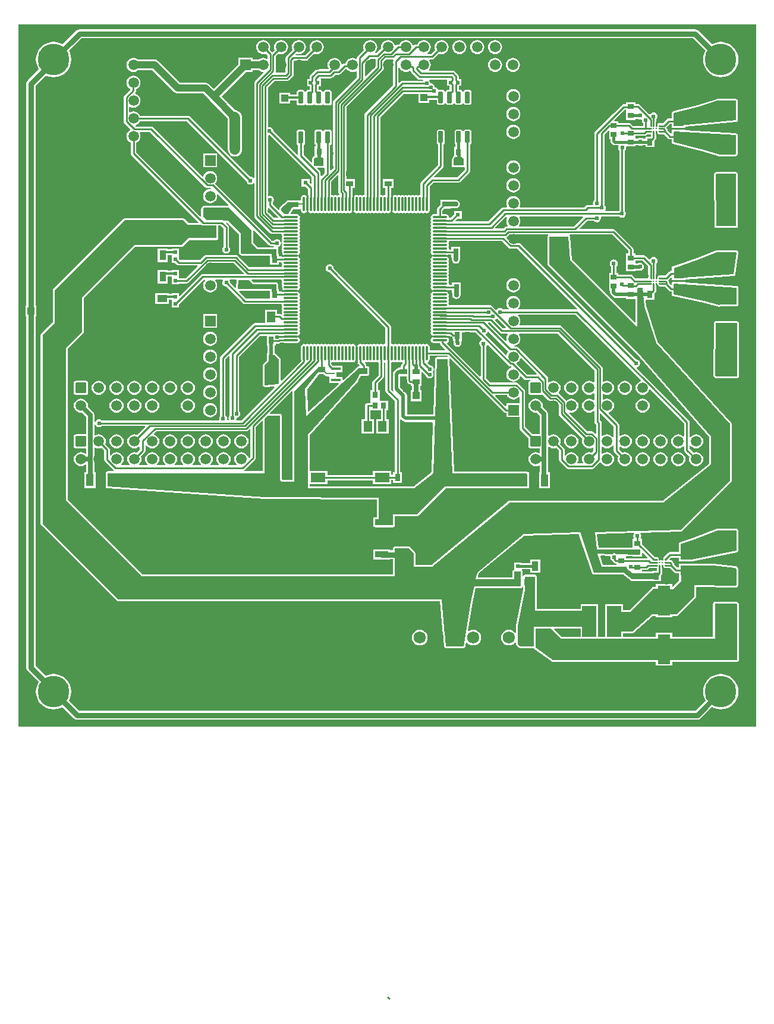
<source format=gtl>
G04*
G04 #@! TF.GenerationSoftware,Altium Limited,Altium Designer,20.2.3 (150)*
G04*
G04 Layer_Physical_Order=1*
G04 Layer_Color=255*
%FSLAX25Y25*%
%MOIN*%
G70*
G04*
G04 #@! TF.SameCoordinates,12439D86-AE7D-45F5-80DB-552B17048F2A*
G04*
G04*
G04 #@! TF.FilePolarity,Positive*
G04*
G01*
G75*
%ADD14C,0.01500*%
%ADD15C,0.01000*%
%ADD16C,0.00800*%
%ADD17R,0.03197X0.02985*%
%ADD18R,0.05669X0.05512*%
%ADD19R,0.07087X0.05512*%
%ADD20R,0.07480X0.12598*%
%ADD21R,0.07480X0.03543*%
%ADD22R,0.03071X0.03858*%
%ADD23C,0.00837*%
%ADD24R,0.07874X0.17323*%
%ADD25R,0.07087X0.16535*%
%ADD26R,0.01968X0.01870*%
%ADD27R,0.03543X0.05512*%
%ADD28R,0.03150X0.03543*%
%ADD29R,0.04750X0.05938*%
%ADD30R,0.04134X0.07087*%
%ADD31R,0.02756X0.05118*%
G04:AMPARAMS|DCode=32|XSize=25.59mil|YSize=64.96mil|CornerRadius=1.92mil|HoleSize=0mil|Usage=FLASHONLY|Rotation=180.000|XOffset=0mil|YOffset=0mil|HoleType=Round|Shape=RoundedRectangle|*
%AMROUNDEDRECTD32*
21,1,0.02559,0.06112,0,0,180.0*
21,1,0.02175,0.06496,0,0,180.0*
1,1,0.00384,-0.01088,0.03056*
1,1,0.00384,0.01088,0.03056*
1,1,0.00384,0.01088,-0.03056*
1,1,0.00384,-0.01088,-0.03056*
%
%ADD32ROUNDEDRECTD32*%
%ADD33R,0.03985X0.04168*%
%ADD34R,0.01870X0.01968*%
%ADD35O,0.08268X0.01181*%
%ADD36O,0.01181X0.08268*%
%ADD37R,0.02559X0.02756*%
%ADD38R,0.05709X0.03937*%
%ADD39R,0.03858X0.03071*%
%ADD40R,0.02387X0.02473*%
%ADD41R,0.04168X0.03985*%
%ADD42R,0.05512X0.01575*%
%ADD43R,0.01968X0.00787*%
%ADD44R,0.02473X0.02387*%
%ADD45R,0.08268X0.05433*%
%ADD54C,0.03000*%
%ADD55C,0.02000*%
%ADD56C,0.04000*%
%ADD57C,0.02500*%
%ADD58C,0.06000*%
%ADD59C,0.01600*%
%ADD60C,0.01200*%
%ADD61C,0.05906*%
%ADD62R,0.05906X0.05906*%
%ADD63C,0.07087*%
%ADD64C,0.06791*%
G04:AMPARAMS|DCode=65|XSize=59.06mil|YSize=59.06mil|CornerRadius=2.95mil|HoleSize=0mil|Usage=FLASHONLY|Rotation=0.000|XOffset=0mil|YOffset=0mil|HoleType=Round|Shape=RoundedRectangle|*
%AMROUNDEDRECTD65*
21,1,0.05906,0.05315,0,0,0.0*
21,1,0.05315,0.05906,0,0,0.0*
1,1,0.00591,0.02657,-0.02657*
1,1,0.00591,-0.02657,-0.02657*
1,1,0.00591,-0.02657,0.02657*
1,1,0.00591,0.02657,0.02657*
%
%ADD65ROUNDEDRECTD65*%
%ADD66R,0.05906X0.05906*%
%ADD67C,0.17717*%
%ADD68C,0.02200*%
%ADD69C,0.02400*%
G36*
X425600Y407700D02*
X425600Y13999D01*
X12100D01*
Y407700D01*
X425600Y407700D01*
D02*
G37*
%LPC*%
G36*
X249400Y398987D02*
X248368Y398851D01*
X247407Y398453D01*
X246581Y397819D01*
X245947Y396993D01*
X245549Y396032D01*
X245413Y395000D01*
X245549Y393968D01*
X245741Y393504D01*
X243314Y391077D01*
X241746D01*
X241431Y391522D01*
X241432Y391577D01*
X242219Y392181D01*
X242853Y393007D01*
X243251Y393968D01*
X243387Y395000D01*
X243251Y396032D01*
X242853Y396993D01*
X242219Y397819D01*
X241393Y398453D01*
X240432Y398851D01*
X239400Y398987D01*
X238368Y398851D01*
X237407Y398453D01*
X236581Y397819D01*
X235947Y396993D01*
X235755Y396529D01*
X234990D01*
X234405Y396413D01*
X233909Y396081D01*
X233713Y395886D01*
X233222Y396102D01*
X232853Y396993D01*
X232219Y397819D01*
X231393Y398453D01*
X230432Y398851D01*
X229400Y398987D01*
X228368Y398851D01*
X227407Y398453D01*
X226581Y397819D01*
X225947Y396993D01*
X225737Y396487D01*
X224947D01*
X224362Y396370D01*
X223866Y396039D01*
X223713Y395886D01*
X223222Y396102D01*
X222853Y396993D01*
X222219Y397819D01*
X221393Y398453D01*
X220432Y398851D01*
X219400Y398987D01*
X218368Y398851D01*
X217407Y398453D01*
X216581Y397819D01*
X215947Y396993D01*
X215549Y396032D01*
X215413Y395000D01*
X215499Y394350D01*
X212730Y391582D01*
X212216D01*
X212055Y392055D01*
X212219Y392181D01*
X212853Y393007D01*
X213251Y393968D01*
X213387Y395000D01*
X213251Y396032D01*
X212853Y396993D01*
X212219Y397819D01*
X211393Y398453D01*
X210432Y398851D01*
X209400Y398987D01*
X208368Y398851D01*
X207407Y398453D01*
X206581Y397819D01*
X205947Y396993D01*
X205549Y396032D01*
X205413Y395000D01*
X205549Y393968D01*
X205741Y393504D01*
X202271Y390034D01*
X201940Y389538D01*
X201823Y388953D01*
Y388676D01*
X201323Y388482D01*
X200432Y388851D01*
X199400Y388987D01*
X198368Y388851D01*
X197407Y388453D01*
X196581Y387819D01*
X195947Y386993D01*
X195549Y386032D01*
X195528Y385873D01*
X194947D01*
X194362Y385757D01*
X193866Y385425D01*
X193839Y385398D01*
X193311Y385577D01*
X193251Y386032D01*
X192853Y386993D01*
X192219Y387819D01*
X191393Y388453D01*
X190432Y388851D01*
X189400Y388987D01*
X188368Y388851D01*
X187407Y388453D01*
X186581Y387819D01*
X185947Y386993D01*
X185549Y386032D01*
X185413Y385000D01*
X185549Y383968D01*
X185947Y383007D01*
X185949Y383005D01*
X185647Y382577D01*
X179635D01*
X179049Y382460D01*
X178553Y382129D01*
X175819Y379394D01*
X175487Y378898D01*
X175371Y378313D01*
Y376984D01*
X173947D01*
Y373016D01*
X175371D01*
Y370893D01*
X174312D01*
X173847Y370801D01*
X173453Y370537D01*
X173190Y370143D01*
X173155Y369969D01*
X172645D01*
X172610Y370143D01*
X172347Y370537D01*
X171953Y370801D01*
X171488Y370893D01*
X169312D01*
X168847Y370801D01*
X168453Y370537D01*
X168190Y370143D01*
X168097Y369678D01*
Y368253D01*
X164392D01*
Y369536D01*
X158408D01*
Y363368D01*
X164392D01*
Y364991D01*
X168097D01*
Y363566D01*
X168190Y363101D01*
X168453Y362707D01*
X168847Y362443D01*
X169312Y362351D01*
X171488D01*
X171953Y362443D01*
X172347Y362707D01*
X172610Y363101D01*
X172645Y363276D01*
X173155D01*
X173190Y363101D01*
X173453Y362707D01*
X173847Y362443D01*
X174312Y362351D01*
X176488D01*
X176953Y362443D01*
X177347Y362707D01*
X177610Y363101D01*
X177645Y363276D01*
X178155D01*
X178190Y363101D01*
X178453Y362707D01*
X178847Y362443D01*
X179312Y362351D01*
X181488D01*
X181953Y362443D01*
X182347Y362707D01*
X182610Y363101D01*
X182645Y363276D01*
X183155D01*
X183190Y363101D01*
X183453Y362707D01*
X183847Y362443D01*
X184312Y362351D01*
X186488D01*
X186953Y362443D01*
X187347Y362707D01*
X187610Y363101D01*
X187703Y363566D01*
Y369678D01*
X187610Y370143D01*
X187347Y370537D01*
X186953Y370801D01*
X186488Y370893D01*
X184312D01*
X183847Y370801D01*
X183453Y370537D01*
X183190Y370143D01*
X183155Y369969D01*
X182645D01*
X182610Y370143D01*
X182347Y370537D01*
X181953Y370801D01*
X181488Y370893D01*
X180429D01*
Y373016D01*
X181853D01*
Y376984D01*
X181781D01*
X181514Y377484D01*
X181536Y377518D01*
X187237D01*
X187823Y377634D01*
X188319Y377966D01*
X189871Y379518D01*
X191651D01*
X192236Y379634D01*
X192732Y379966D01*
X195581Y382814D01*
X196095D01*
X196581Y382181D01*
X197407Y381547D01*
X198368Y381149D01*
X199400Y381013D01*
X200432Y381149D01*
X201323Y381518D01*
X201823Y381324D01*
Y377886D01*
X188919Y364981D01*
X188587Y364485D01*
X188471Y363900D01*
Y327051D01*
X187291Y325872D01*
X186829Y326063D01*
Y340175D01*
X186953Y340199D01*
X187347Y340462D01*
X187610Y340857D01*
X187703Y341322D01*
Y347434D01*
X187610Y347899D01*
X187347Y348293D01*
X186953Y348557D01*
X186488Y348649D01*
X184312D01*
X183847Y348557D01*
X183453Y348293D01*
X183190Y347899D01*
X183155Y347725D01*
X182645D01*
X182610Y347899D01*
X182347Y348293D01*
X181953Y348557D01*
X181488Y348649D01*
X179312D01*
X178847Y348557D01*
X178453Y348293D01*
X178190Y347899D01*
X178097Y347434D01*
Y341322D01*
X178190Y340857D01*
X178453Y340462D01*
X178744Y340268D01*
Y339272D01*
X178081D01*
Y334023D01*
X177779Y333821D01*
X177179Y333221D01*
X176958Y332890D01*
X176880Y332500D01*
X176880Y330424D01*
X176418Y330233D01*
X171929Y334722D01*
Y340195D01*
X171953Y340199D01*
X172347Y340462D01*
X172610Y340857D01*
X172703Y341322D01*
Y347434D01*
X172610Y347899D01*
X172347Y348293D01*
X171953Y348557D01*
X171488Y348649D01*
X169312D01*
X168847Y348557D01*
X168453Y348293D01*
X168190Y347899D01*
X168097Y347434D01*
Y341322D01*
X168190Y340857D01*
X168453Y340462D01*
X168847Y340199D01*
X168871Y340195D01*
Y334780D01*
X168371Y334573D01*
X155098Y347846D01*
X155111Y347913D01*
X154940Y348771D01*
X154454Y349499D01*
X153726Y349985D01*
X152868Y350156D01*
X152429Y350069D01*
X151929Y350479D01*
Y372267D01*
X155633Y375971D01*
X162621D01*
X163207Y376087D01*
X163703Y376419D01*
X165934Y378650D01*
X166266Y379146D01*
X166382Y379731D01*
Y387019D01*
X166786Y387423D01*
X173353D01*
X173938Y387540D01*
X174434Y387871D01*
X177904Y391341D01*
X178368Y391149D01*
X179400Y391013D01*
X180432Y391149D01*
X181393Y391547D01*
X182219Y392181D01*
X182853Y393007D01*
X183251Y393968D01*
X183387Y395000D01*
X183251Y396032D01*
X182853Y396993D01*
X182219Y397819D01*
X181393Y398453D01*
X180432Y398851D01*
X179400Y398987D01*
X178368Y398851D01*
X177407Y398453D01*
X176581Y397819D01*
X175947Y396993D01*
X175549Y396032D01*
X175413Y395000D01*
X175549Y393968D01*
X175741Y393504D01*
X172719Y390482D01*
X167698D01*
X167507Y390944D01*
X167904Y391341D01*
X168368Y391149D01*
X169400Y391013D01*
X170432Y391149D01*
X171393Y391547D01*
X172219Y392181D01*
X172853Y393007D01*
X173251Y393968D01*
X173387Y395000D01*
X173251Y396032D01*
X172853Y396993D01*
X172219Y397819D01*
X171393Y398453D01*
X170432Y398851D01*
X169400Y398987D01*
X168368Y398851D01*
X167407Y398453D01*
X166581Y397819D01*
X165947Y396993D01*
X165549Y396032D01*
X165413Y395000D01*
X165549Y393968D01*
X165741Y393504D01*
X162271Y390034D01*
X161940Y389538D01*
X161823Y388953D01*
Y380986D01*
X161467Y380629D01*
X156567D01*
X156287Y381103D01*
X156290Y381129D01*
X156382Y381595D01*
Y389819D01*
X157904Y391341D01*
X158368Y391149D01*
X159400Y391013D01*
X160432Y391149D01*
X161393Y391547D01*
X162219Y392181D01*
X162853Y393007D01*
X163251Y393968D01*
X163387Y395000D01*
X163251Y396032D01*
X162853Y396993D01*
X162219Y397819D01*
X161393Y398453D01*
X160432Y398851D01*
X159400Y398987D01*
X158368Y398851D01*
X157407Y398453D01*
X156581Y397819D01*
X155947Y396993D01*
X155549Y396032D01*
X155413Y395000D01*
X155549Y393968D01*
X155741Y393504D01*
X154400Y392163D01*
X153059Y393504D01*
X153251Y393968D01*
X153387Y395000D01*
X153251Y396032D01*
X152853Y396993D01*
X152219Y397819D01*
X151393Y398453D01*
X150432Y398851D01*
X149400Y398987D01*
X148368Y398851D01*
X147407Y398453D01*
X146581Y397819D01*
X145947Y396993D01*
X145549Y396032D01*
X145413Y395000D01*
X145549Y393968D01*
X145947Y393007D01*
X146581Y392181D01*
X147407Y391547D01*
X148368Y391149D01*
X149400Y391013D01*
X150432Y391149D01*
X150896Y391341D01*
X151823Y390414D01*
Y388676D01*
X151323Y388482D01*
X150432Y388851D01*
X149400Y388987D01*
X148368Y388851D01*
X147407Y388453D01*
X146850Y388026D01*
X143353D01*
Y388953D01*
X135447D01*
Y385327D01*
X121650Y371529D01*
X119115Y374064D01*
X118489Y374545D01*
X117759Y374847D01*
X116976Y374950D01*
X102729D01*
X90540Y387140D01*
X89913Y387620D01*
X89183Y387923D01*
X88400Y388026D01*
X79150D01*
X78593Y388453D01*
X77632Y388851D01*
X76600Y388987D01*
X75568Y388851D01*
X74607Y388453D01*
X73781Y387819D01*
X73147Y386993D01*
X72749Y386032D01*
X72613Y385000D01*
X72749Y383968D01*
X73147Y383007D01*
X73781Y382181D01*
X74607Y381547D01*
X75568Y381149D01*
X76600Y381013D01*
X77632Y381149D01*
X78593Y381547D01*
X79150Y381974D01*
X87147D01*
X99336Y369785D01*
X99963Y369304D01*
X100693Y369001D01*
X101084Y368950D01*
X101476Y368898D01*
X101476Y368898D01*
X115722D01*
X119510Y365110D01*
X129203Y355418D01*
X129303Y354656D01*
X129465Y354263D01*
Y337700D01*
X129603Y336656D01*
X130006Y335683D01*
X130647Y334847D01*
X131483Y334206D01*
X132456Y333803D01*
X133500Y333665D01*
X134544Y333803D01*
X135517Y334206D01*
X136353Y334847D01*
X136994Y335683D01*
X137397Y336656D01*
X137534Y337700D01*
Y355400D01*
X137397Y356444D01*
X136994Y357417D01*
X136353Y358253D01*
X136353Y358253D01*
X136053Y358553D01*
X135217Y359194D01*
X134244Y359597D01*
X133482Y359697D01*
X125929Y367250D01*
X139726Y381047D01*
X143353D01*
Y381974D01*
X146850D01*
X147407Y381547D01*
X148368Y381149D01*
X149293Y381027D01*
X149548Y380574D01*
X144819Y375845D01*
X144487Y375349D01*
X144371Y374764D01*
Y321662D01*
X143871Y321510D01*
X143686Y321786D01*
X142958Y322272D01*
X142100Y322443D01*
X141950Y322413D01*
X108281Y356081D01*
X107785Y356413D01*
X107200Y356529D01*
X80245D01*
X80053Y356993D01*
X79419Y357819D01*
X78593Y358453D01*
X77632Y358851D01*
X76600Y358987D01*
X75568Y358851D01*
X74677Y358482D01*
X74177Y358676D01*
Y361324D01*
X74677Y361518D01*
X75568Y361149D01*
X76600Y361013D01*
X77632Y361149D01*
X78593Y361547D01*
X79419Y362181D01*
X80053Y363007D01*
X80451Y363968D01*
X80587Y365000D01*
X80451Y366032D01*
X80053Y366993D01*
X79419Y367819D01*
X78593Y368453D01*
X77702Y368822D01*
X77486Y369313D01*
X77639Y369466D01*
X77970Y369962D01*
X78087Y370547D01*
Y371337D01*
X78593Y371547D01*
X79419Y372181D01*
X80053Y373007D01*
X80451Y373968D01*
X80587Y375000D01*
X80451Y376032D01*
X80053Y376993D01*
X79419Y377819D01*
X78593Y378453D01*
X77632Y378851D01*
X76600Y378987D01*
X75568Y378851D01*
X74607Y378453D01*
X73781Y377819D01*
X73147Y376993D01*
X72749Y376032D01*
X72613Y375000D01*
X72749Y373968D01*
X73147Y373007D01*
X73781Y372181D01*
X74607Y371547D01*
X74664Y371524D01*
X74781Y370934D01*
X71566Y367719D01*
X71234Y367223D01*
X71118Y366637D01*
Y353363D01*
X71234Y352777D01*
X71566Y352281D01*
X74845Y349002D01*
X74748Y348511D01*
X74607Y348453D01*
X73781Y347819D01*
X73147Y346993D01*
X72749Y346032D01*
X72613Y345000D01*
X72749Y343968D01*
X73147Y343007D01*
X73781Y342181D01*
X74607Y341547D01*
X75071Y341355D01*
Y335500D01*
X75187Y334915D01*
X75519Y334419D01*
X113156Y296781D01*
X112964Y296320D01*
X107622D01*
X105121Y298821D01*
X104790Y299042D01*
X104400Y299120D01*
X71700D01*
X71310Y299042D01*
X70979Y298821D01*
X31579Y259421D01*
X31358Y259090D01*
X31280Y258700D01*
Y240922D01*
X24879Y234521D01*
X24658Y234190D01*
X24580Y233800D01*
Y127700D01*
X24658Y127310D01*
X24879Y126979D01*
X67279Y84579D01*
X67610Y84358D01*
X68000Y84280D01*
X248376D01*
X250239Y65357D01*
X250283Y65214D01*
X250312Y65067D01*
X250389Y64881D01*
X250505Y64000D01*
X250445Y63543D01*
X250453Y63426D01*
X250441Y63310D01*
X250858Y59082D01*
X250908Y58915D01*
X250951Y58746D01*
X250966Y58725D01*
X250973Y58701D01*
X251084Y58566D01*
X251188Y58426D01*
X251209Y58413D01*
X251225Y58393D01*
X251379Y58311D01*
X251529Y58222D01*
X251757Y58140D01*
X251929Y58114D01*
X252100Y58080D01*
X261600D01*
X261715Y58103D01*
X261832Y58107D01*
X261908Y58142D01*
X261990Y58158D01*
X262088Y58223D01*
X262194Y58271D01*
X262251Y58333D01*
X262321Y58379D01*
X262386Y58476D01*
X262466Y58562D01*
X262495Y58640D01*
X262542Y58710D01*
X262565Y58825D01*
X262606Y58934D01*
X262997Y61306D01*
X263525Y61438D01*
X263965Y60865D01*
X264883Y60160D01*
X265952Y59718D01*
X267100Y59566D01*
X268248Y59718D01*
X269317Y60160D01*
X270235Y60865D01*
X270940Y61783D01*
X271382Y62853D01*
X271534Y64000D01*
X271382Y65148D01*
X270940Y66217D01*
X270235Y67135D01*
X269317Y67840D01*
X268248Y68283D01*
X267100Y68434D01*
X265952Y68283D01*
X264883Y67840D01*
X264535Y67572D01*
X264074Y67849D01*
X266702Y83808D01*
X268441Y91780D01*
X293700D01*
X294090Y91858D01*
X294421Y92079D01*
X294521Y92228D01*
X295180D01*
Y90603D01*
X291101Y70705D01*
X291101Y70601D01*
X291080Y70500D01*
Y66855D01*
X290580Y66685D01*
X290235Y67135D01*
X289317Y67840D01*
X288247Y68283D01*
X287100Y68434D01*
X285952Y68283D01*
X284883Y67840D01*
X283965Y67135D01*
X283260Y66217D01*
X282818Y65148D01*
X282666Y64000D01*
X282818Y62853D01*
X283260Y61783D01*
X283965Y60865D01*
X284883Y60160D01*
X285952Y59718D01*
X287100Y59566D01*
X288247Y59718D01*
X289317Y60160D01*
X290235Y60865D01*
X290580Y61315D01*
X291080Y61145D01*
Y60500D01*
X291158Y60110D01*
X291379Y59779D01*
X292679Y58479D01*
X293010Y58258D01*
X293400Y58180D01*
X300857D01*
X300913Y58030D01*
X300925Y58017D01*
X300932Y58000D01*
X301060Y57872D01*
X301184Y57739D01*
X311004Y50672D01*
X311112Y50624D01*
X311210Y50558D01*
X311291Y50542D01*
X311366Y50507D01*
X311484Y50503D01*
X311600Y50480D01*
X369557Y50480D01*
Y48256D01*
X378643D01*
Y50480D01*
X408100Y50480D01*
X408100Y50480D01*
X415100D01*
X415490Y50558D01*
X415821Y50779D01*
X416042Y51110D01*
X416120Y51500D01*
Y53500D01*
Y82500D01*
X416042Y82890D01*
X415821Y83221D01*
X415321Y83721D01*
X414990Y83942D01*
X414600Y84020D01*
X402600D01*
X402210Y83942D01*
X401879Y83721D01*
X401658Y83390D01*
X401580Y83000D01*
Y64320D01*
X378643D01*
Y66791D01*
X369557D01*
Y64320D01*
X350927Y64320D01*
Y66480D01*
X356450D01*
X356611Y66512D01*
X356774Y66533D01*
X356805Y66551D01*
X356840Y66558D01*
X356977Y66649D01*
X357119Y66731D01*
X367756Y75980D01*
X369557D01*
Y75421D01*
X378643D01*
Y75980D01*
X381100D01*
X381490Y76058D01*
X381821Y76279D01*
X391821Y86279D01*
X392042Y86610D01*
X392120Y87000D01*
Y92055D01*
X392477Y92406D01*
X414223Y91988D01*
X414228Y91988D01*
X414233Y91987D01*
X414424Y92023D01*
X414615Y92058D01*
X414619Y92060D01*
X414624Y92061D01*
X414786Y92167D01*
X414950Y92272D01*
X414953Y92276D01*
X414957Y92279D01*
X415314Y92629D01*
X415317Y92633D01*
X415321Y92636D01*
X415429Y92797D01*
X415538Y92958D01*
X415539Y92963D01*
X415542Y92967D01*
X415580Y93157D01*
X415620Y93347D01*
X415619Y93352D01*
X415620Y93357D01*
Y102500D01*
X415542Y102890D01*
X415321Y103221D01*
X414821Y103721D01*
X414707Y103797D01*
X414604Y103886D01*
X414543Y103907D01*
X414490Y103942D01*
X414356Y103969D01*
X414226Y104012D01*
X402226Y105512D01*
X402163Y105507D01*
X402100Y105520D01*
X383600D01*
X383284Y105457D01*
X382265D01*
Y103230D01*
X381383D01*
X379629Y104984D01*
Y105414D01*
X379513Y106000D01*
X379181Y106496D01*
X378596Y107081D01*
X378099Y107413D01*
X377514Y107529D01*
X377446D01*
X377254Y107991D01*
X378096Y108833D01*
X382265D01*
Y106606D01*
X383170D01*
X383300Y106580D01*
X389500D01*
X389602Y106601D01*
X389707Y106602D01*
X389730Y106606D01*
X389935D01*
Y106649D01*
X414807Y111802D01*
X414896Y111839D01*
X414990Y111858D01*
X415077Y111916D01*
X415173Y111957D01*
X415241Y112025D01*
X415321Y112079D01*
X415379Y112166D01*
X415452Y112240D01*
X415488Y112330D01*
X415542Y112410D01*
X415562Y112512D01*
X415602Y112609D01*
X415601Y112705D01*
X415620Y112800D01*
Y124000D01*
X415542Y124390D01*
X415321Y124721D01*
X414990Y124942D01*
X414600Y125020D01*
X404100D01*
X403922Y124984D01*
X403742Y124955D01*
X391747Y120456D01*
X382951Y117258D01*
X382932Y117246D01*
X382910Y117242D01*
X382763Y117144D01*
X382611Y117052D01*
X382598Y117034D01*
X382579Y117021D01*
X382481Y116874D01*
X382376Y116731D01*
X382371Y116709D01*
X382358Y116690D01*
X382324Y116517D01*
X382281Y116345D01*
X382285Y116322D01*
X382280Y116300D01*
Y114118D01*
X382265D01*
Y111892D01*
X377462D01*
X376877Y111775D01*
X376381Y111444D01*
X373593Y108656D01*
X373262Y108160D01*
X373217Y107933D01*
X373100Y107446D01*
X372547Y107336D01*
X372313Y107180D01*
X372079Y107336D01*
X371525Y107446D01*
X371409Y107933D01*
X371363Y108160D01*
X371032Y108656D01*
X370536Y108988D01*
X369950Y109104D01*
X368959D01*
X361699Y116364D01*
Y119361D01*
X361248D01*
X361012Y119802D01*
X361172Y120042D01*
X361343Y120900D01*
X361172Y121758D01*
X360800Y122316D01*
X361016Y122821D01*
X383567Y123421D01*
X383748Y123462D01*
X383930Y123498D01*
X383942Y123506D01*
X383955Y123509D01*
X384107Y123616D01*
X384261Y123719D01*
X411821Y151279D01*
X412042Y151610D01*
X412120Y152000D01*
X412120Y183600D01*
X412085Y183772D01*
X412059Y183946D01*
X412047Y183966D01*
X412042Y183990D01*
X411944Y184136D01*
X411854Y184286D01*
X370505Y229720D01*
X364105Y250005D01*
X363811Y253032D01*
X364147Y253402D01*
X368767D01*
Y256917D01*
X369281Y257431D01*
X369613Y257927D01*
X369729Y258513D01*
Y261050D01*
X370229Y261202D01*
X370268Y261144D01*
X370764Y260812D01*
X371350Y260696D01*
X374741D01*
X377084Y258353D01*
X377580Y258022D01*
X378165Y257905D01*
X378480D01*
Y256400D01*
X378499Y256309D01*
X378497Y256216D01*
X378537Y256116D01*
X378558Y256010D01*
X378565Y255999D01*
Y255713D01*
X378756D01*
X378779Y255679D01*
X378856Y255627D01*
X378921Y255561D01*
X379020Y255518D01*
X379110Y255458D01*
X379201Y255440D01*
X379286Y255403D01*
X396065Y251807D01*
X404945Y249513D01*
X405074Y249506D01*
X405200Y249480D01*
X405270Y249494D01*
X405342Y249490D01*
X405464Y249533D01*
X405590Y249558D01*
X405624Y249580D01*
X414700D01*
X415090Y249658D01*
X415421Y249879D01*
X415521Y249979D01*
X415742Y250310D01*
X415820Y250700D01*
X415820Y260100D01*
X415787Y260263D01*
X415765Y260428D01*
X415749Y260457D01*
X415742Y260490D01*
X415650Y260629D01*
X415566Y260773D01*
X415540Y260793D01*
X415521Y260821D01*
X415383Y260913D01*
X415251Y261015D01*
X415218Y261023D01*
X415190Y261042D01*
X415027Y261074D01*
X414866Y261117D01*
X386235Y262983D01*
Y263225D01*
X382517D01*
X379931Y263394D01*
X379914Y263391D01*
X379898Y263395D01*
X379718Y263366D01*
X379537Y263342D01*
X379522Y263333D01*
X379505Y263330D01*
X379350Y263234D01*
X379335Y263225D01*
X378565D01*
Y262436D01*
X378558Y262424D01*
X378522Y262245D01*
X378481Y262068D01*
X378484Y262051D01*
X378480Y262034D01*
Y261936D01*
X378018Y261744D01*
X376929Y262833D01*
Y263214D01*
X376813Y263800D01*
X376481Y264296D01*
X376420Y264357D01*
X378103Y266040D01*
X378565Y265849D01*
Y264375D01*
X386235D01*
Y264828D01*
X413273Y266783D01*
X413363Y266808D01*
X413456Y266813D01*
X413553Y266860D01*
X413657Y266889D01*
X413731Y266946D01*
X413815Y266986D01*
X413886Y267067D01*
X413971Y267133D01*
X414017Y267214D01*
X414079Y267284D01*
X414115Y267385D01*
X414168Y267479D01*
X414179Y267571D01*
X414210Y267659D01*
X415857Y279482D01*
X415855Y279518D01*
X415865Y279552D01*
X415844Y279715D01*
X415834Y279879D01*
X415819Y279911D01*
X415814Y279947D01*
X415732Y280089D01*
X415661Y280237D01*
X415634Y280261D01*
X415617Y280292D01*
X415288Y280669D01*
X415260Y280691D01*
X415240Y280721D01*
X415104Y280812D01*
X414974Y280913D01*
X414939Y280922D01*
X414909Y280942D01*
X414748Y280974D01*
X414590Y281017D01*
X414554Y281013D01*
X414519Y281020D01*
X403700D01*
X403519Y280984D01*
X403338Y280953D01*
X393344Y277156D01*
X379252Y272040D01*
X379202Y272009D01*
X379145Y271994D01*
X379033Y271907D01*
X378999Y271887D01*
X378565D01*
Y269660D01*
X378031D01*
X377445Y269544D01*
X376949Y269212D01*
X374641Y266904D01*
X371350D01*
X370764Y266788D01*
X370268Y266456D01*
X370229Y266398D01*
X369729Y266550D01*
Y273576D01*
X369786Y273614D01*
X370272Y274342D01*
X370443Y275200D01*
X370272Y276058D01*
X369786Y276786D01*
X369058Y277272D01*
X368200Y277443D01*
X367342Y277272D01*
X366614Y276786D01*
X366201Y276169D01*
X365648Y276015D01*
X363813Y277850D01*
X363317Y278181D01*
X362732Y278298D01*
X358099D01*
Y279261D01*
X357029D01*
Y281600D01*
X356913Y282185D01*
X356581Y282681D01*
X346729Y292534D01*
X346233Y292866D01*
X345647Y292982D01*
X326998D01*
X326807Y293444D01*
X330933Y297571D01*
X334876D01*
X334914Y297514D01*
X335642Y297028D01*
X336500Y296857D01*
X337358Y297028D01*
X338086Y297514D01*
X338572Y298242D01*
X338743Y299100D01*
X338650Y299571D01*
X339053Y300071D01*
X348876D01*
X348914Y300014D01*
X349642Y299528D01*
X350500Y299357D01*
X351358Y299528D01*
X352086Y300014D01*
X352572Y300742D01*
X352743Y301600D01*
X352572Y302458D01*
X352086Y303186D01*
X352029Y303224D01*
Y336909D01*
X352186Y337014D01*
X352672Y337742D01*
X352843Y338600D01*
X352786Y338887D01*
X353206Y339339D01*
X358099D01*
Y340047D01*
X359694D01*
X359843Y339948D01*
X359870Y339942D01*
X360042Y339828D01*
X360900Y339657D01*
X361758Y339828D01*
X362087Y340047D01*
X363696D01*
Y338902D01*
X368767D01*
Y342601D01*
X369281Y343115D01*
X369613Y343612D01*
X369729Y344197D01*
Y346550D01*
X370229Y346702D01*
X370268Y346644D01*
X370764Y346312D01*
X371350Y346196D01*
X374013D01*
X376421Y343788D01*
X376917Y343456D01*
X377502Y343340D01*
X378365D01*
Y341113D01*
X378520D01*
X378523Y341103D01*
X378608Y341008D01*
X378679Y340903D01*
X378740Y340862D01*
X378789Y340807D01*
X378904Y340752D01*
X379010Y340682D01*
X379082Y340667D01*
X379148Y340635D01*
X394935Y336615D01*
X405121Y333719D01*
X405262Y333708D01*
X405400Y333680D01*
X405458Y333692D01*
X405518Y333687D01*
X405652Y333731D01*
X405790Y333758D01*
X405824Y333780D01*
X413940D01*
X413943Y333781D01*
X413945Y333780D01*
X414139Y333820D01*
X414331Y333858D01*
X414333Y333859D01*
X414335Y333860D01*
X414498Y333969D01*
X414662Y334079D01*
X414663Y334081D01*
X414665Y334082D01*
X415121Y334542D01*
X415122Y334544D01*
X415124Y334546D01*
X415232Y334711D01*
X415340Y334874D01*
X415341Y334876D01*
X415342Y334879D01*
X415379Y335072D01*
X415416Y335264D01*
X415416Y335267D01*
X415416Y335269D01*
X415319Y345609D01*
X415286Y345769D01*
X415264Y345931D01*
X415246Y345963D01*
X415238Y345999D01*
X415146Y346134D01*
X415064Y346275D01*
X415035Y346297D01*
X415014Y346328D01*
X414878Y346417D01*
X414748Y346516D01*
X414712Y346525D01*
X414681Y346546D01*
X414521Y346576D01*
X414363Y346618D01*
X386035Y348378D01*
Y348625D01*
X382060D01*
X379668Y348774D01*
X379653Y348772D01*
X379637Y348775D01*
X379456Y348745D01*
X379274Y348721D01*
X379260Y348712D01*
X379244Y348710D01*
X379109Y348625D01*
X378365D01*
Y346876D01*
X377865Y346669D01*
X376015Y348519D01*
Y348714D01*
X375899Y349300D01*
X375567Y349796D01*
X375363Y350000D01*
X377364Y352001D01*
X378365D01*
Y349775D01*
X386035D01*
Y350383D01*
X414493Y352985D01*
X414640Y353028D01*
X414790Y353058D01*
X414829Y353084D01*
X414874Y353098D01*
X414993Y353194D01*
X415121Y353279D01*
X415147Y353318D01*
X415184Y353348D01*
X415257Y353482D01*
X415342Y353610D01*
X415351Y353656D01*
X415374Y353697D01*
X415390Y353850D01*
X415420Y354000D01*
Y364900D01*
X415342Y365290D01*
X415121Y365621D01*
X414790Y365842D01*
X414400Y365920D01*
X403900D01*
X403751Y365890D01*
X403599Y365874D01*
X392619Y362480D01*
X379139Y358918D01*
X379078Y358888D01*
X379010Y358874D01*
X378900Y358801D01*
X378782Y358743D01*
X378736Y358691D01*
X378679Y358653D01*
X378606Y358544D01*
X378519Y358445D01*
X378496Y358380D01*
X378458Y358322D01*
X378432Y358193D01*
X378390Y358069D01*
X378394Y358000D01*
X378380Y357932D01*
Y357287D01*
X378365D01*
Y355060D01*
X376731D01*
X376145Y354944D01*
X375649Y354612D01*
X373441Y352404D01*
X371350D01*
X370764Y352288D01*
X370268Y351956D01*
X370229Y351898D01*
X369729Y352050D01*
Y354576D01*
X369786Y354614D01*
X370272Y355342D01*
X370443Y356200D01*
X370272Y357058D01*
X369786Y357786D01*
X369058Y358272D01*
X368200Y358443D01*
X367342Y358272D01*
X366614Y357786D01*
X366366Y357415D01*
X365722Y357352D01*
X360424Y362650D01*
X359928Y362981D01*
X359343Y363098D01*
X358099D01*
Y364061D01*
X352901D01*
Y362990D01*
X351487D01*
X350902Y362874D01*
X350406Y362542D01*
X345670Y357807D01*
X345670Y357807D01*
X335419Y347555D01*
X335087Y347059D01*
X334971Y346474D01*
Y308924D01*
X334914Y308886D01*
X334428Y308158D01*
X334257Y307300D01*
X334331Y306929D01*
X333920Y306429D01*
X331300D01*
X330715Y306313D01*
X330219Y305981D01*
X329314Y305077D01*
X293276D01*
X293082Y305577D01*
X293451Y306468D01*
X293587Y307500D01*
X293451Y308532D01*
X293053Y309493D01*
X292419Y310319D01*
X291593Y310953D01*
X290632Y311351D01*
X289600Y311487D01*
X288568Y311351D01*
X287607Y310953D01*
X286781Y310319D01*
X286147Y309493D01*
X285749Y308532D01*
X285613Y307500D01*
X285749Y306468D01*
X286118Y305577D01*
X285924Y305077D01*
X284026D01*
X283441Y304960D01*
X282944Y304629D01*
X275589Y297273D01*
X257271D01*
X257079Y297735D01*
X258151Y298807D01*
X260773D01*
Y303193D01*
X256300D01*
Y301282D01*
X254279Y299261D01*
X253838Y299275D01*
X253513Y299681D01*
X253513Y299681D01*
X253390Y300302D01*
X253038Y300828D01*
X252512Y301179D01*
X251891Y301303D01*
X249877D01*
Y303508D01*
X250834Y304465D01*
X254529D01*
Y304706D01*
X257300D01*
X258178Y304880D01*
X258922Y305378D01*
X259419Y306122D01*
X259594Y307000D01*
X259419Y307878D01*
X258922Y308622D01*
X258178Y309120D01*
X257300Y309294D01*
X254529D01*
Y309535D01*
X248671D01*
Y306627D01*
X247267Y305223D01*
X246935Y304727D01*
X246819Y304142D01*
Y301303D01*
X244805D01*
X244184Y301179D01*
X243658Y300828D01*
X243306Y300302D01*
X243183Y299681D01*
X243306Y299061D01*
X243549Y298697D01*
X243306Y298333D01*
X243183Y297713D01*
X243306Y297092D01*
X243549Y296728D01*
X243306Y296365D01*
X243183Y295744D01*
X243306Y295124D01*
X243549Y294760D01*
X243306Y294396D01*
X243183Y293776D01*
X243306Y293155D01*
X243549Y292791D01*
X243306Y292428D01*
X243183Y291807D01*
X243306Y291186D01*
X243549Y290823D01*
X243306Y290459D01*
X243183Y289839D01*
X243306Y289218D01*
X243549Y288854D01*
X243306Y288491D01*
X243183Y287870D01*
X243306Y287249D01*
X243549Y286886D01*
X243306Y286522D01*
X243183Y285902D01*
X243306Y285281D01*
X243549Y284917D01*
X243306Y284554D01*
X243183Y283933D01*
X243306Y283313D01*
X243549Y282949D01*
X243306Y282585D01*
X243183Y281965D01*
X243306Y281344D01*
X243549Y280980D01*
X243306Y280617D01*
X243183Y279996D01*
X243306Y279376D01*
X243658Y278849D01*
X244184Y278498D01*
X244805Y278374D01*
X251891D01*
X252375Y278471D01*
X254809D01*
Y277071D01*
X255106D01*
Y275900D01*
X255280Y275022D01*
X255778Y274278D01*
X256522Y273780D01*
X257400Y273606D01*
X258278Y273780D01*
X259022Y274278D01*
X259520Y275022D01*
X259694Y275900D01*
Y277071D01*
X259879D01*
Y282929D01*
X254809D01*
Y281529D01*
X253821D01*
X253503Y281916D01*
X253513Y281965D01*
X253390Y282585D01*
X253147Y282949D01*
X253390Y283313D01*
X253513Y283933D01*
X253390Y284554D01*
X253147Y284917D01*
X253390Y285281D01*
X253513Y285902D01*
X253503Y285954D01*
X253820Y286341D01*
X283006D01*
X286881Y282466D01*
X287377Y282134D01*
X287963Y282018D01*
X291919D01*
X325449Y248488D01*
X325203Y248027D01*
X325190Y248029D01*
X292391D01*
X292222Y248529D01*
X292419Y248681D01*
X293053Y249507D01*
X293451Y250468D01*
X293587Y251500D01*
X293451Y252532D01*
X293053Y253493D01*
X292419Y254319D01*
X291593Y254953D01*
X290632Y255351D01*
X289600Y255487D01*
X288568Y255351D01*
X287607Y254953D01*
X286781Y254319D01*
X286147Y253493D01*
X285749Y252532D01*
X285613Y251500D01*
X285749Y250468D01*
X286147Y249507D01*
X286781Y248681D01*
X286978Y248529D01*
X286808Y248029D01*
X283724D01*
X283686Y248086D01*
X282958Y248572D01*
X282100Y248743D01*
X281242Y248572D01*
X280514Y248086D01*
X280353Y247845D01*
X279855Y247796D01*
X279227Y248425D01*
X279181Y248493D01*
X277893Y249781D01*
X277396Y250113D01*
X276811Y250229D01*
X253709D01*
X253513Y250468D01*
X253390Y251089D01*
X253147Y251453D01*
X253390Y251816D01*
X253513Y252437D01*
X253390Y253058D01*
X253147Y253421D01*
X253390Y253785D01*
X253513Y254405D01*
X253390Y255026D01*
X253147Y255390D01*
X253390Y255753D01*
X253513Y256374D01*
X253390Y256995D01*
X253038Y257521D01*
X252512Y257872D01*
X251891Y257996D01*
X244805D01*
X244184Y257872D01*
X243658Y257521D01*
X243306Y256995D01*
X243183Y256374D01*
X243306Y255753D01*
X243549Y255390D01*
X243306Y255026D01*
X243183Y254405D01*
X243306Y253785D01*
X243549Y253421D01*
X243306Y253058D01*
X243183Y252437D01*
X243306Y251816D01*
X243549Y251453D01*
X243306Y251089D01*
X243183Y250468D01*
X243306Y249848D01*
X243549Y249484D01*
X243306Y249121D01*
X243183Y248500D01*
X243306Y247879D01*
X243549Y247516D01*
X243306Y247152D01*
X243183Y246532D01*
X243306Y245911D01*
X243549Y245547D01*
X243306Y245184D01*
X243183Y244563D01*
X243306Y243942D01*
X243549Y243579D01*
X243306Y243215D01*
X243183Y242595D01*
X243306Y241974D01*
X243549Y241610D01*
X243306Y241247D01*
X243183Y240626D01*
X243306Y240005D01*
X243549Y239642D01*
X243306Y239278D01*
X243183Y238657D01*
X243306Y238037D01*
X243549Y237673D01*
X243306Y237310D01*
X243183Y236689D01*
X243306Y236068D01*
X243549Y235705D01*
X243306Y235341D01*
X243183Y234720D01*
X243306Y234100D01*
X243658Y233574D01*
X244184Y233222D01*
X244805Y233099D01*
X251891D01*
X252356Y233191D01*
X253771D01*
X254744Y232219D01*
X255240Y231887D01*
X255709Y231794D01*
Y230371D01*
X255983D01*
X256190Y229871D01*
X256057Y229200D01*
X256228Y228342D01*
X256714Y227614D01*
X257442Y227128D01*
X258300Y226957D01*
X259158Y227128D01*
X259886Y227614D01*
X260372Y228342D01*
X260543Y229200D01*
X260410Y229871D01*
X260675Y230299D01*
X260765Y230371D01*
X260780D01*
Y235160D01*
X268187D01*
X271993Y231354D01*
X271837Y230803D01*
X271214Y230386D01*
X270728Y229658D01*
X270557Y228800D01*
X270728Y227942D01*
X271214Y227214D01*
X271271Y227176D01*
Y210677D01*
X270809Y210486D01*
X252485Y228809D01*
X252634Y229367D01*
X253038Y229637D01*
X253390Y230163D01*
X253513Y230784D01*
X253390Y231404D01*
X253038Y231930D01*
X252512Y232282D01*
X251891Y232405D01*
X244805D01*
X244184Y232282D01*
X243658Y231930D01*
X243306Y231404D01*
X243183Y230784D01*
X243306Y230163D01*
X243658Y229637D01*
X244184Y229285D01*
X244805Y229162D01*
X248347D01*
X248440Y228693D01*
X248771Y228197D01*
X251477Y225491D01*
X251286Y225029D01*
X242686D01*
Y227043D01*
X242563Y227664D01*
X242211Y228190D01*
X241685Y228542D01*
X241065Y228665D01*
X240444Y228542D01*
X240080Y228299D01*
X239717Y228542D01*
X239096Y228665D01*
X238475Y228542D01*
X238112Y228299D01*
X237748Y228542D01*
X237128Y228665D01*
X236507Y228542D01*
X236143Y228299D01*
X235780Y228542D01*
X235159Y228665D01*
X234539Y228542D01*
X234175Y228299D01*
X233811Y228542D01*
X233190Y228665D01*
X232570Y228542D01*
X232206Y228299D01*
X231843Y228542D01*
X231222Y228665D01*
X230602Y228542D01*
X230238Y228299D01*
X229874Y228542D01*
X229254Y228665D01*
X228633Y228542D01*
X228269Y228299D01*
X227906Y228542D01*
X227285Y228665D01*
X226664Y228542D01*
X226301Y228299D01*
X225937Y228542D01*
X225317Y228665D01*
X224696Y228542D01*
X224332Y228299D01*
X223969Y228542D01*
X223348Y228665D01*
X222727Y228542D01*
X222364Y228299D01*
X222000Y228542D01*
X221379Y228665D01*
X221327Y228655D01*
X220940Y228972D01*
Y238189D01*
X220824Y238774D01*
X220493Y239270D01*
X188830Y270933D01*
X188843Y271000D01*
X188672Y271858D01*
X188186Y272586D01*
X187458Y273072D01*
X186600Y273243D01*
X185742Y273072D01*
X185014Y272586D01*
X184528Y271858D01*
X184357Y271000D01*
X184528Y270142D01*
X185014Y269414D01*
X185742Y268928D01*
X186600Y268757D01*
X186667Y268770D01*
X217882Y237556D01*
Y228972D01*
X217495Y228655D01*
X217442Y228665D01*
X216822Y228542D01*
X216458Y228299D01*
X216095Y228542D01*
X215474Y228665D01*
X214853Y228542D01*
X214490Y228299D01*
X214126Y228542D01*
X213506Y228665D01*
X212885Y228542D01*
X212521Y228299D01*
X212158Y228542D01*
X211537Y228665D01*
X210916Y228542D01*
X210553Y228299D01*
X210189Y228542D01*
X209569Y228665D01*
X208948Y228542D01*
X208584Y228299D01*
X208221Y228542D01*
X207600Y228665D01*
X206979Y228542D01*
X206616Y228299D01*
X206252Y228542D01*
X205631Y228665D01*
X205011Y228542D01*
X204647Y228299D01*
X204284Y228542D01*
X203663Y228665D01*
X203042Y228542D01*
X202516Y228190D01*
X202165Y227664D01*
X202041Y227043D01*
Y219957D01*
X202134Y219493D01*
Y218437D01*
X202250Y217852D01*
X202582Y217356D01*
X203356Y216582D01*
X203164Y216120D01*
X203000D01*
X202826Y216085D01*
X202651Y216058D01*
X202632Y216046D01*
X202610Y216042D01*
X202462Y215943D01*
X202311Y215851D01*
X194314Y208515D01*
X193856Y208716D01*
Y210138D01*
X190645D01*
X190313Y210500D01*
Y212862D01*
X193856D01*
Y216437D01*
X189960D01*
X189813Y216466D01*
X188296D01*
X187476Y217287D01*
Y218028D01*
X187862Y218345D01*
X187915Y218335D01*
X188536Y218458D01*
X188899Y218701D01*
X189263Y218458D01*
X189883Y218335D01*
X190504Y218458D01*
X190868Y218701D01*
X191231Y218458D01*
X191852Y218335D01*
X192473Y218458D01*
X192836Y218701D01*
X193200Y218458D01*
X193821Y218335D01*
X194441Y218458D01*
X194805Y218701D01*
X195168Y218458D01*
X195789Y218335D01*
X196410Y218458D01*
X196773Y218701D01*
X197137Y218458D01*
X197757Y218335D01*
X198378Y218458D01*
X198742Y218701D01*
X199105Y218458D01*
X199726Y218335D01*
X200347Y218458D01*
X200873Y218810D01*
X201224Y219336D01*
X201348Y219957D01*
Y227043D01*
X201224Y227664D01*
X200873Y228190D01*
X200347Y228542D01*
X199726Y228665D01*
X199105Y228542D01*
X198742Y228299D01*
X198378Y228542D01*
X197757Y228665D01*
X197137Y228542D01*
X196773Y228299D01*
X196410Y228542D01*
X195789Y228665D01*
X195168Y228542D01*
X194805Y228299D01*
X194441Y228542D01*
X193821Y228665D01*
X193200Y228542D01*
X192836Y228299D01*
X192473Y228542D01*
X191852Y228665D01*
X191231Y228542D01*
X190868Y228299D01*
X190504Y228542D01*
X189883Y228665D01*
X189263Y228542D01*
X188899Y228299D01*
X188536Y228542D01*
X187915Y228665D01*
X187294Y228542D01*
X186931Y228299D01*
X186567Y228542D01*
X185947Y228665D01*
X185326Y228542D01*
X184962Y228299D01*
X184599Y228542D01*
X183978Y228665D01*
X183357Y228542D01*
X182994Y228299D01*
X182630Y228542D01*
X182009Y228665D01*
X181389Y228542D01*
X181025Y228299D01*
X180661Y228542D01*
X180041Y228665D01*
X179420Y228542D01*
X179057Y228299D01*
X178693Y228542D01*
X178072Y228665D01*
X177452Y228542D01*
X177088Y228299D01*
X176725Y228542D01*
X176104Y228665D01*
X175483Y228542D01*
X175120Y228299D01*
X174756Y228542D01*
X174135Y228665D01*
X173515Y228542D01*
X173151Y228299D01*
X172787Y228542D01*
X172167Y228665D01*
X171546Y228542D01*
X171020Y228190D01*
X170669Y227664D01*
X170545Y227043D01*
Y219957D01*
X170638Y219493D01*
Y219200D01*
X159649Y208211D01*
X159185Y208399D01*
X159019Y219915D01*
X158979Y220102D01*
X158942Y220290D01*
X158938Y220296D01*
X158936Y220304D01*
X158827Y220462D01*
X158721Y220621D01*
X156221Y223121D01*
X155936Y223311D01*
Y223477D01*
X155696D01*
Y227854D01*
X156391D01*
Y228791D01*
X158003D01*
X158588Y228907D01*
X159084Y229239D01*
X159099Y229254D01*
X160876D01*
X161340Y229162D01*
X168427D01*
X169047Y229285D01*
X169573Y229637D01*
X169925Y230163D01*
X170048Y230784D01*
X169925Y231404D01*
X169573Y231930D01*
X169047Y232282D01*
X168427Y232405D01*
X161340D01*
X160876Y232313D01*
X158466D01*
X157880Y232196D01*
X157384Y231865D01*
X157369Y231850D01*
X156391D01*
Y233191D01*
X160876D01*
X161340Y233099D01*
X168427D01*
X169047Y233222D01*
X169573Y233574D01*
X169925Y234100D01*
X170048Y234720D01*
X169925Y235341D01*
X169682Y235705D01*
X169925Y236068D01*
X170048Y236689D01*
X169925Y237310D01*
X169682Y237673D01*
X169925Y238037D01*
X170048Y238657D01*
X169925Y239278D01*
X169682Y239642D01*
X169925Y240005D01*
X170048Y240626D01*
X169925Y241247D01*
X169682Y241610D01*
X169925Y241974D01*
X170048Y242595D01*
X169925Y243215D01*
X169682Y243579D01*
X169925Y243942D01*
X170048Y244563D01*
X169925Y245184D01*
X169682Y245547D01*
X169925Y245911D01*
X170048Y246532D01*
X169925Y247152D01*
X169682Y247516D01*
X169925Y247879D01*
X170048Y248500D01*
X169925Y249121D01*
X169682Y249484D01*
X169925Y249848D01*
X170048Y250468D01*
X169925Y251089D01*
X169682Y251453D01*
X169925Y251816D01*
X170048Y252437D01*
X169925Y253058D01*
X169682Y253421D01*
X169925Y253785D01*
X170048Y254405D01*
X169925Y255026D01*
X169682Y255390D01*
X169925Y255753D01*
X170048Y256374D01*
X169925Y256995D01*
X169573Y257521D01*
X169047Y257872D01*
X168427Y257996D01*
X161340D01*
X160876Y257903D01*
X158135D01*
Y259429D01*
X157764D01*
X157618Y262154D01*
X157576Y262321D01*
X157542Y262490D01*
X157527Y262513D01*
X157520Y262540D01*
X157417Y262678D01*
X157321Y262821D01*
X157298Y262836D01*
X157281Y262858D01*
X157133Y262946D01*
X156990Y263042D01*
X156963Y263047D01*
X156939Y263061D01*
X156769Y263086D01*
X156600Y263120D01*
X144022D01*
X142917Y264225D01*
X143108Y264687D01*
X159412D01*
X159729Y264301D01*
X159719Y264248D01*
X159842Y263627D01*
X160085Y263264D01*
X159842Y262900D01*
X159719Y262280D01*
X159842Y261659D01*
X160085Y261295D01*
X159842Y260932D01*
X159718Y260311D01*
X159842Y259690D01*
X160193Y259164D01*
X160720Y258813D01*
X161340Y258689D01*
X168427D01*
X169047Y258813D01*
X169573Y259164D01*
X169925Y259690D01*
X170048Y260311D01*
X169925Y260932D01*
X169682Y261295D01*
X169925Y261659D01*
X170048Y262280D01*
X169925Y262900D01*
X169682Y263264D01*
X169925Y263627D01*
X170048Y264248D01*
X169925Y264869D01*
X169682Y265232D01*
X169925Y265596D01*
X170048Y266216D01*
X169925Y266837D01*
X169682Y267201D01*
X169925Y267564D01*
X170048Y268185D01*
X169925Y268806D01*
X169682Y269169D01*
X169925Y269533D01*
X170048Y270153D01*
X169925Y270774D01*
X169682Y271138D01*
X169925Y271501D01*
X170048Y272122D01*
X169925Y272743D01*
X169682Y273106D01*
X169925Y273470D01*
X170048Y274091D01*
X169925Y274711D01*
X169682Y275075D01*
X169925Y275438D01*
X170048Y276059D01*
X169925Y276680D01*
X169573Y277206D01*
X169047Y277557D01*
X168427Y277681D01*
X161340D01*
X160876Y277589D01*
X158135D01*
Y278929D01*
X157872D01*
X157718Y281854D01*
X157676Y282021D01*
X157642Y282190D01*
X157627Y282213D01*
X157620Y282239D01*
X157548Y282336D01*
X157569Y282508D01*
X157703Y282847D01*
X157714Y282859D01*
X157738Y282884D01*
X157958Y282928D01*
X158686Y283414D01*
X159172Y284142D01*
X159343Y285000D01*
X159172Y285858D01*
X158686Y286586D01*
X157958Y287072D01*
X157100Y287243D01*
X156242Y287072D01*
X155514Y286586D01*
X155476Y286529D01*
X154234D01*
X122398Y318365D01*
X122419Y318681D01*
X123053Y319507D01*
X123451Y320468D01*
X123587Y321500D01*
X123451Y322532D01*
X123053Y323493D01*
X122419Y324319D01*
X121593Y324953D01*
X120632Y325351D01*
X119600Y325487D01*
X118568Y325351D01*
X117607Y324953D01*
X116781Y324319D01*
X116147Y323493D01*
X115778Y322602D01*
X115287Y322386D01*
X87639Y350034D01*
X87142Y350366D01*
X86557Y350482D01*
X77940D01*
X77767Y350716D01*
X77941Y351277D01*
X78593Y351547D01*
X79419Y352181D01*
X80053Y353007D01*
X80245Y353471D01*
X106567D01*
X139862Y320175D01*
X140028Y319342D01*
X140514Y318614D01*
X141242Y318128D01*
X142100Y317957D01*
X142958Y318128D01*
X143686Y318614D01*
X143871Y318890D01*
X144371Y318738D01*
Y300236D01*
X144487Y299651D01*
X144819Y299155D01*
X153248Y290726D01*
X153744Y290394D01*
X154329Y290278D01*
X159412D01*
X159729Y289891D01*
X159719Y289839D01*
X159842Y289218D01*
X160085Y288854D01*
X159842Y288491D01*
X159719Y287870D01*
X159842Y287249D01*
X160085Y286886D01*
X159842Y286522D01*
X159718Y285902D01*
X159842Y285281D01*
X160085Y284917D01*
X159842Y284554D01*
X159718Y283933D01*
X159842Y283313D01*
X160085Y282949D01*
X159842Y282585D01*
X159718Y281965D01*
X159842Y281344D01*
X160085Y280980D01*
X159842Y280617D01*
X159718Y279996D01*
X159842Y279376D01*
X160193Y278849D01*
X160720Y278498D01*
X161340Y278374D01*
X168427D01*
X169047Y278498D01*
X169573Y278849D01*
X169925Y279376D01*
X170048Y279996D01*
X169925Y280617D01*
X169682Y280980D01*
X169925Y281344D01*
X170048Y281965D01*
X169925Y282585D01*
X169682Y282949D01*
X169925Y283313D01*
X170048Y283933D01*
X169925Y284554D01*
X169682Y284917D01*
X169925Y285281D01*
X170048Y285902D01*
X169925Y286522D01*
X169682Y286886D01*
X169925Y287249D01*
X170048Y287870D01*
X169925Y288491D01*
X169682Y288854D01*
X169925Y289218D01*
X170048Y289839D01*
X169925Y290459D01*
X169682Y290823D01*
X169925Y291186D01*
X170048Y291807D01*
X169925Y292428D01*
X169682Y292791D01*
X169925Y293155D01*
X170048Y293776D01*
X169925Y294396D01*
X169682Y294760D01*
X169925Y295124D01*
X170048Y295744D01*
X169925Y296365D01*
X169682Y296728D01*
X169925Y297092D01*
X170048Y297713D01*
X169925Y298333D01*
X169682Y298697D01*
X169925Y299061D01*
X170048Y299681D01*
X169925Y300302D01*
X169573Y300828D01*
X169047Y301179D01*
X168427Y301303D01*
X164937D01*
X164679Y301731D01*
X165930Y304109D01*
X170029D01*
Y305537D01*
X170545D01*
Y303421D01*
X170669Y302801D01*
X171020Y302274D01*
X171546Y301923D01*
X172167Y301800D01*
X172787Y301923D01*
X173314Y302274D01*
X173665Y302801D01*
X173789Y303421D01*
Y310508D01*
X173665Y311128D01*
X173314Y311655D01*
X172787Y312006D01*
X172167Y312130D01*
X171546Y312006D01*
X171020Y311655D01*
X170669Y311128D01*
X170545Y310508D01*
Y308392D01*
X170029D01*
Y309179D01*
X164171D01*
Y309120D01*
X163300D01*
X163132Y309086D01*
X162963Y309062D01*
X162938Y309048D01*
X162910Y309042D01*
X162768Y308947D01*
X162620Y308860D01*
X158820Y305460D01*
X158803Y305437D01*
X158779Y305421D01*
X158684Y305279D01*
X158581Y305142D01*
X158574Y305114D01*
X158558Y305090D01*
X158525Y304922D01*
X158482Y304757D01*
X158486Y304728D01*
X158480Y304700D01*
X158480Y303815D01*
X158019Y303623D01*
X154629Y307013D01*
Y307776D01*
X154686Y307814D01*
X155172Y308542D01*
X155343Y309400D01*
X155172Y310258D01*
X154686Y310986D01*
X153958Y311472D01*
X153100Y311643D01*
X152429Y311510D01*
X151929Y311819D01*
Y345347D01*
X152429Y345757D01*
X152868Y345670D01*
X152935Y345683D01*
X176508Y322110D01*
Y318333D01*
X176047Y318142D01*
X175293Y318895D01*
Y321205D01*
X170907D01*
Y316732D01*
X173130D01*
X174573Y315290D01*
Y310962D01*
X174482Y310508D01*
Y303421D01*
X174606Y302801D01*
X174957Y302274D01*
X175483Y301923D01*
X176104Y301800D01*
X176725Y301923D01*
X177088Y302166D01*
X177452Y301923D01*
X178072Y301800D01*
X178693Y301923D01*
X179057Y302166D01*
X179420Y301923D01*
X180041Y301800D01*
X180661Y301923D01*
X181025Y302166D01*
X181389Y301923D01*
X182009Y301800D01*
X182630Y301923D01*
X182994Y302166D01*
X183357Y301923D01*
X183978Y301800D01*
X184599Y301923D01*
X184962Y302166D01*
X185326Y301923D01*
X185947Y301800D01*
X186567Y301923D01*
X186931Y302166D01*
X187294Y301923D01*
X187915Y301800D01*
X188536Y301923D01*
X188899Y302166D01*
X189263Y301923D01*
X189883Y301800D01*
X190504Y301923D01*
X190868Y302166D01*
X191231Y301923D01*
X191852Y301800D01*
X192473Y301923D01*
X192836Y302166D01*
X193200Y301923D01*
X193821Y301800D01*
X194441Y301923D01*
X194805Y302166D01*
X195168Y301923D01*
X195789Y301800D01*
X196410Y301923D01*
X196773Y302166D01*
X197137Y301923D01*
X197757Y301800D01*
X198378Y301923D01*
X198904Y302274D01*
X199256Y302801D01*
X199379Y303421D01*
Y310508D01*
X199287Y310972D01*
Y315965D01*
X200687D01*
Y321035D01*
X196029D01*
Y361403D01*
X216529Y381902D01*
X216860Y382398D01*
X216977Y382983D01*
Y386792D01*
X218202Y388018D01*
X222042D01*
X222284Y387672D01*
X222318Y387531D01*
X222287Y387485D01*
X222171Y386900D01*
Y373534D01*
X206519Y357881D01*
X206187Y357385D01*
X206071Y356800D01*
Y312436D01*
X205684Y312119D01*
X205631Y312130D01*
X205011Y312006D01*
X204647Y311763D01*
X204284Y312006D01*
X203663Y312130D01*
X203042Y312006D01*
X202679Y311763D01*
X202315Y312006D01*
X201694Y312130D01*
X201074Y312006D01*
X200548Y311655D01*
X200196Y311128D01*
X200073Y310508D01*
Y303421D01*
X200196Y302801D01*
X200548Y302274D01*
X201074Y301923D01*
X201694Y301800D01*
X202315Y301923D01*
X202679Y302166D01*
X203042Y301923D01*
X203663Y301800D01*
X204284Y301923D01*
X204647Y302166D01*
X205011Y301923D01*
X205631Y301800D01*
X206252Y301923D01*
X206616Y302166D01*
X206979Y301923D01*
X207600Y301800D01*
X208221Y301923D01*
X208584Y302166D01*
X208948Y301923D01*
X209569Y301800D01*
X210189Y301923D01*
X210553Y302166D01*
X210916Y301923D01*
X211537Y301800D01*
X212158Y301923D01*
X212521Y302166D01*
X212885Y301923D01*
X213506Y301800D01*
X214126Y301923D01*
X214490Y302166D01*
X214853Y301923D01*
X215474Y301800D01*
X216095Y301923D01*
X216458Y302166D01*
X216822Y301923D01*
X217442Y301800D01*
X218063Y301923D01*
X218427Y302166D01*
X218790Y301923D01*
X219411Y301800D01*
X220032Y301923D01*
X220558Y302274D01*
X220909Y302801D01*
X221033Y303421D01*
Y310508D01*
X220940Y310972D01*
Y315965D01*
X222340D01*
Y321035D01*
X216482D01*
Y315965D01*
X217882D01*
Y312436D01*
X217495Y312119D01*
X217442Y312130D01*
X216822Y312006D01*
X216458Y311763D01*
X216095Y312006D01*
X215474Y312130D01*
X215421Y312119D01*
X215035Y312436D01*
Y355672D01*
X228134Y368771D01*
X236408D01*
Y363567D01*
X242392D01*
Y365313D01*
X246597D01*
Y363766D01*
X246690Y363301D01*
X246953Y362907D01*
X247347Y362643D01*
X247812Y362551D01*
X249988D01*
X250453Y362643D01*
X250847Y362907D01*
X251110Y363301D01*
X251145Y363475D01*
X251655D01*
X251690Y363301D01*
X251953Y362907D01*
X252347Y362643D01*
X252812Y362551D01*
X254988D01*
X255453Y362643D01*
X255847Y362907D01*
X256110Y363301D01*
X256145Y363475D01*
X256655D01*
X256690Y363301D01*
X256953Y362907D01*
X257347Y362643D01*
X257812Y362551D01*
X259988D01*
X260453Y362643D01*
X260847Y362907D01*
X261110Y363301D01*
X261145Y363475D01*
X261655D01*
X261690Y363301D01*
X261953Y362907D01*
X262347Y362643D01*
X262812Y362551D01*
X264988D01*
X265453Y362643D01*
X265847Y362907D01*
X266110Y363301D01*
X266203Y363766D01*
Y369878D01*
X266110Y370343D01*
X265847Y370738D01*
X265453Y371001D01*
X264988Y371093D01*
X262812D01*
X262347Y371001D01*
X261953Y370738D01*
X261690Y370343D01*
X261655Y370169D01*
X261145D01*
X261110Y370343D01*
X260847Y370738D01*
X260453Y371001D01*
X259988Y371093D01*
X258929D01*
Y373216D01*
X260353D01*
Y377184D01*
X258929D01*
Y378513D01*
X258813Y379098D01*
X258481Y379594D01*
X256724Y381351D01*
X256228Y381683D01*
X255643Y381799D01*
X242482D01*
X242310Y382299D01*
X242853Y383007D01*
X243251Y383968D01*
X243387Y385000D01*
X243251Y386032D01*
X242853Y386993D01*
X242450Y387518D01*
X242697Y388018D01*
X243947D01*
X244532Y388134D01*
X245029Y388466D01*
X247904Y391341D01*
X248368Y391149D01*
X249400Y391013D01*
X250432Y391149D01*
X251393Y391547D01*
X252219Y392181D01*
X252853Y393007D01*
X253251Y393968D01*
X253387Y395000D01*
X253251Y396032D01*
X252853Y396993D01*
X252219Y397819D01*
X251393Y398453D01*
X250432Y398851D01*
X249400Y398987D01*
D02*
G37*
G36*
X279400D02*
X278368Y398851D01*
X277407Y398453D01*
X276581Y397819D01*
X275947Y396993D01*
X275549Y396032D01*
X275413Y395000D01*
X275549Y393968D01*
X275947Y393007D01*
X276581Y392181D01*
X277407Y391547D01*
X278368Y391149D01*
X279400Y391013D01*
X280432Y391149D01*
X281393Y391547D01*
X282219Y392181D01*
X282853Y393007D01*
X283251Y393968D01*
X283387Y395000D01*
X283251Y396032D01*
X282853Y396993D01*
X282219Y397819D01*
X281393Y398453D01*
X280432Y398851D01*
X279400Y398987D01*
D02*
G37*
G36*
X269400D02*
X268368Y398851D01*
X267407Y398453D01*
X266581Y397819D01*
X265947Y396993D01*
X265549Y396032D01*
X265413Y395000D01*
X265549Y393968D01*
X265947Y393007D01*
X266581Y392181D01*
X267407Y391547D01*
X268368Y391149D01*
X269400Y391013D01*
X270432Y391149D01*
X271393Y391547D01*
X272219Y392181D01*
X272853Y393007D01*
X273251Y393968D01*
X273387Y395000D01*
X273251Y396032D01*
X272853Y396993D01*
X272219Y397819D01*
X271393Y398453D01*
X270432Y398851D01*
X269400Y398987D01*
D02*
G37*
G36*
X259400D02*
X258368Y398851D01*
X257407Y398453D01*
X256581Y397819D01*
X255947Y396993D01*
X255549Y396032D01*
X255413Y395000D01*
X255549Y393968D01*
X255947Y393007D01*
X256581Y392181D01*
X257407Y391547D01*
X258368Y391149D01*
X259400Y391013D01*
X260432Y391149D01*
X261393Y391547D01*
X262219Y392181D01*
X262853Y393007D01*
X263251Y393968D01*
X263387Y395000D01*
X263251Y396032D01*
X262853Y396993D01*
X262219Y397819D01*
X261393Y398453D01*
X260432Y398851D01*
X259400Y398987D01*
D02*
G37*
G36*
X289400Y388987D02*
X288368Y388851D01*
X287407Y388453D01*
X286581Y387819D01*
X285947Y386993D01*
X285549Y386032D01*
X285413Y385000D01*
X285549Y383968D01*
X285947Y383007D01*
X286581Y382181D01*
X287407Y381547D01*
X288368Y381149D01*
X289400Y381013D01*
X290432Y381149D01*
X291393Y381547D01*
X292219Y382181D01*
X292853Y383007D01*
X293251Y383968D01*
X293387Y385000D01*
X293251Y386032D01*
X292853Y386993D01*
X292219Y387819D01*
X291393Y388453D01*
X290432Y388851D01*
X289400Y388987D01*
D02*
G37*
G36*
X279400D02*
X278368Y388851D01*
X277407Y388453D01*
X276581Y387819D01*
X275947Y386993D01*
X275549Y386032D01*
X275413Y385000D01*
X275549Y383968D01*
X275947Y383007D01*
X276581Y382181D01*
X277407Y381547D01*
X278368Y381149D01*
X279400Y381013D01*
X280432Y381149D01*
X281393Y381547D01*
X282219Y382181D01*
X282853Y383007D01*
X283251Y383968D01*
X283387Y385000D01*
X283251Y386032D01*
X282853Y386993D01*
X282219Y387819D01*
X281393Y388453D01*
X280432Y388851D01*
X279400Y388987D01*
D02*
G37*
G36*
X391431Y405049D02*
X46269D01*
X45294Y404855D01*
X44467Y404302D01*
X36720Y396556D01*
X35576Y397168D01*
X33718Y397731D01*
X31785Y397922D01*
X29853Y397731D01*
X27994Y397168D01*
X26282Y396252D01*
X24780Y395020D01*
X23549Y393519D01*
X22633Y391807D01*
X22069Y389948D01*
X21879Y388016D01*
X22069Y386083D01*
X22633Y384225D01*
X23528Y382551D01*
X17298Y376321D01*
X16745Y375494D01*
X16551Y374519D01*
Y249992D01*
X16064D01*
Y244008D01*
X16551D01*
Y47182D01*
X16745Y46206D01*
X17298Y45379D01*
X23528Y39149D01*
X22633Y37476D01*
X22069Y35618D01*
X21879Y33685D01*
X22069Y31752D01*
X22633Y29894D01*
X23549Y28182D01*
X24780Y26680D01*
X26282Y25449D01*
X27994Y24533D01*
X29853Y23969D01*
X31785Y23779D01*
X33718Y23969D01*
X35576Y24533D01*
X36720Y25145D01*
X43168Y18698D01*
X43995Y18145D01*
X44970Y17951D01*
X392730D01*
X393705Y18145D01*
X394532Y18698D01*
X400980Y25145D01*
X402124Y24533D01*
X403982Y23969D01*
X405915Y23779D01*
X407847Y23969D01*
X409706Y24533D01*
X411418Y25449D01*
X412920Y26680D01*
X414151Y28182D01*
X415067Y29894D01*
X415631Y31752D01*
X415821Y33685D01*
X415631Y35618D01*
X415067Y37476D01*
X414151Y39189D01*
X412920Y40690D01*
X411418Y41922D01*
X409706Y42837D01*
X407847Y43401D01*
X405915Y43591D01*
X403982Y43401D01*
X402124Y42837D01*
X400412Y41922D01*
X398910Y40690D01*
X397678Y39189D01*
X396763Y37476D01*
X396199Y35618D01*
X396009Y33685D01*
X396199Y31752D01*
X396763Y29894D01*
X397375Y28750D01*
X391674Y23049D01*
X46026D01*
X40325Y28750D01*
X40937Y29894D01*
X41501Y31752D01*
X41691Y33685D01*
X41501Y35618D01*
X40937Y37476D01*
X40022Y39189D01*
X38790Y40690D01*
X37288Y41922D01*
X35576Y42837D01*
X33718Y43401D01*
X31785Y43591D01*
X29853Y43401D01*
X27994Y42837D01*
X27379Y42508D01*
X21649Y48238D01*
Y244008D01*
X22232D01*
Y249992D01*
X21649D01*
Y373463D01*
X27379Y379193D01*
X27994Y378864D01*
X29853Y378300D01*
X31785Y378110D01*
X33718Y378300D01*
X35576Y378864D01*
X37288Y379779D01*
X38790Y381011D01*
X40022Y382512D01*
X40937Y384225D01*
X41501Y386083D01*
X41691Y388016D01*
X41501Y389948D01*
X40937Y391807D01*
X40325Y392951D01*
X47325Y399951D01*
X390375D01*
X397375Y392951D01*
X396763Y391807D01*
X396199Y389948D01*
X396009Y388016D01*
X396199Y386083D01*
X396763Y384225D01*
X397678Y382512D01*
X398910Y381011D01*
X400412Y379779D01*
X402124Y378864D01*
X403982Y378300D01*
X405915Y378110D01*
X407847Y378300D01*
X409706Y378864D01*
X411418Y379779D01*
X412920Y381011D01*
X414151Y382512D01*
X415067Y384225D01*
X415631Y386083D01*
X415821Y388016D01*
X415631Y389948D01*
X415067Y391807D01*
X414151Y393519D01*
X412920Y395020D01*
X411418Y396252D01*
X409706Y397168D01*
X407847Y397731D01*
X405915Y397922D01*
X403982Y397731D01*
X402124Y397168D01*
X400980Y396556D01*
X393233Y404302D01*
X392406Y404855D01*
X391431Y405049D01*
D02*
G37*
G36*
X289600Y371487D02*
X288568Y371351D01*
X287607Y370953D01*
X286781Y370319D01*
X286147Y369493D01*
X285749Y368532D01*
X285613Y367500D01*
X285749Y366468D01*
X286147Y365507D01*
X286781Y364681D01*
X287607Y364047D01*
X288568Y363649D01*
X289600Y363513D01*
X290632Y363649D01*
X291593Y364047D01*
X292419Y364681D01*
X293053Y365507D01*
X293451Y366468D01*
X293587Y367500D01*
X293451Y368532D01*
X293053Y369493D01*
X292419Y370319D01*
X291593Y370953D01*
X290632Y371351D01*
X289600Y371487D01*
D02*
G37*
G36*
Y361487D02*
X288568Y361351D01*
X287607Y360953D01*
X286781Y360319D01*
X286147Y359493D01*
X285749Y358532D01*
X285613Y357500D01*
X285749Y356468D01*
X286147Y355507D01*
X286781Y354681D01*
X287607Y354047D01*
X288568Y353649D01*
X289600Y353513D01*
X290632Y353649D01*
X291593Y354047D01*
X292419Y354681D01*
X293053Y355507D01*
X293451Y356468D01*
X293587Y357500D01*
X293451Y358532D01*
X293053Y359493D01*
X292419Y360319D01*
X291593Y360953D01*
X290632Y361351D01*
X289600Y361487D01*
D02*
G37*
G36*
X264988Y348849D02*
X262812D01*
X262347Y348757D01*
X261953Y348493D01*
X261690Y348099D01*
X261655Y347924D01*
X261145D01*
X261110Y348099D01*
X260847Y348493D01*
X260453Y348757D01*
X259988Y348849D01*
X257812D01*
X257347Y348757D01*
X256953Y348493D01*
X256690Y348099D01*
X256597Y347634D01*
Y341522D01*
X256690Y341057D01*
X256953Y340663D01*
X257116Y340554D01*
Y338972D01*
X256281D01*
Y334098D01*
X256232Y334070D01*
X256209Y334041D01*
X256179Y334021D01*
X256088Y333885D01*
X255988Y333756D01*
X255288Y332356D01*
X255278Y332321D01*
X255258Y332290D01*
X255226Y332130D01*
X255183Y331972D01*
X255188Y331936D01*
X255180Y331900D01*
Y328600D01*
X255258Y328210D01*
X255479Y327879D01*
X255810Y327658D01*
X256200Y327580D01*
X261700D01*
X261871Y327614D01*
X262371Y327290D01*
Y326433D01*
X257966Y322029D01*
X245446D01*
X245254Y322491D01*
X249981Y327219D01*
X250313Y327715D01*
X250429Y328300D01*
Y340394D01*
X250453Y340399D01*
X250847Y340663D01*
X251110Y341057D01*
X251203Y341522D01*
Y347634D01*
X251110Y348099D01*
X250847Y348493D01*
X250453Y348757D01*
X249988Y348849D01*
X247812D01*
X247347Y348757D01*
X246953Y348493D01*
X246690Y348099D01*
X246597Y347634D01*
Y341522D01*
X246690Y341057D01*
X246953Y340663D01*
X247347Y340399D01*
X247371Y340394D01*
Y328934D01*
X238015Y319578D01*
X237683Y319081D01*
X237567Y318496D01*
Y312436D01*
X237180Y312119D01*
X237128Y312130D01*
X236507Y312006D01*
X236143Y311763D01*
X235780Y312006D01*
X235159Y312130D01*
X234539Y312006D01*
X234175Y311763D01*
X233811Y312006D01*
X233191Y312130D01*
X232570Y312006D01*
X232206Y311763D01*
X231843Y312006D01*
X231222Y312130D01*
X230601Y312006D01*
X230238Y311763D01*
X229874Y312006D01*
X229254Y312130D01*
X228633Y312006D01*
X228269Y311763D01*
X227906Y312006D01*
X227285Y312130D01*
X226664Y312006D01*
X226301Y311763D01*
X225937Y312006D01*
X225317Y312130D01*
X224696Y312006D01*
X224332Y311763D01*
X223969Y312006D01*
X223348Y312130D01*
X222727Y312006D01*
X222201Y311655D01*
X221850Y311128D01*
X221726Y310508D01*
Y303421D01*
X221850Y302801D01*
X222201Y302274D01*
X222727Y301923D01*
X223348Y301800D01*
X223969Y301923D01*
X224332Y302166D01*
X224696Y301923D01*
X225317Y301800D01*
X225937Y301923D01*
X226301Y302166D01*
X226664Y301923D01*
X227285Y301800D01*
X227906Y301923D01*
X228269Y302166D01*
X228633Y301923D01*
X229254Y301800D01*
X229874Y301923D01*
X230238Y302166D01*
X230601Y301923D01*
X231222Y301800D01*
X231843Y301923D01*
X232206Y302166D01*
X232570Y301923D01*
X233191Y301800D01*
X233811Y301923D01*
X234175Y302166D01*
X234539Y301923D01*
X235159Y301800D01*
X235780Y301923D01*
X236143Y302166D01*
X236507Y301923D01*
X237128Y301800D01*
X237748Y301923D01*
X238112Y302166D01*
X238475Y301923D01*
X239096Y301800D01*
X239717Y301923D01*
X240080Y302166D01*
X240444Y301923D01*
X241065Y301800D01*
X241685Y301923D01*
X242211Y302274D01*
X242563Y302801D01*
X242686Y303421D01*
Y310508D01*
X242594Y310972D01*
Y316831D01*
X244734Y318971D01*
X258600D01*
X259185Y319087D01*
X259681Y319419D01*
X264981Y324719D01*
X265313Y325215D01*
X265429Y325800D01*
Y340394D01*
X265453Y340399D01*
X265847Y340663D01*
X266110Y341057D01*
X266203Y341522D01*
Y347634D01*
X266110Y348099D01*
X265847Y348493D01*
X265453Y348757D01*
X264988Y348849D01*
D02*
G37*
G36*
X289600Y351487D02*
X288568Y351351D01*
X287607Y350953D01*
X286781Y350319D01*
X286147Y349493D01*
X285749Y348532D01*
X285613Y347500D01*
X285749Y346468D01*
X286147Y345507D01*
X286781Y344681D01*
X287607Y344047D01*
X288568Y343649D01*
X289600Y343513D01*
X290632Y343649D01*
X291593Y344047D01*
X292419Y344681D01*
X293053Y345507D01*
X293451Y346468D01*
X293587Y347500D01*
X293451Y348532D01*
X293053Y349493D01*
X292419Y350319D01*
X291593Y350953D01*
X290632Y351351D01*
X289600Y351487D01*
D02*
G37*
G36*
X123553Y335453D02*
X115647D01*
Y327547D01*
X123553D01*
Y335453D01*
D02*
G37*
G36*
X414300Y324920D02*
X403355D01*
X403353Y324919D01*
X403350Y324920D01*
X403157Y324880D01*
X402965Y324842D01*
X402963Y324840D01*
X402960Y324840D01*
X402798Y324730D01*
X402634Y324621D01*
X402633Y324619D01*
X402631Y324617D01*
X402279Y324262D01*
X402278Y324260D01*
X402275Y324258D01*
X402168Y324094D01*
X402060Y323930D01*
X402059Y323927D01*
X402058Y323925D01*
X402021Y323732D01*
X401984Y323539D01*
X401985Y323537D01*
X401984Y323534D01*
X402281Y294889D01*
X402320Y294700D01*
X402358Y294510D01*
X402361Y294505D01*
X402362Y294500D01*
X402471Y294340D01*
X402579Y294179D01*
X402879Y293879D01*
X403210Y293658D01*
X403600Y293580D01*
X414400D01*
X414790Y293658D01*
X415121Y293879D01*
X415342Y294210D01*
X415420Y294600D01*
Y323800D01*
X415342Y324190D01*
X415121Y324521D01*
X415021Y324621D01*
X414690Y324842D01*
X414300Y324920D01*
D02*
G37*
G36*
X289600Y331487D02*
X288568Y331351D01*
X287607Y330953D01*
X286781Y330319D01*
X286147Y329493D01*
X285749Y328532D01*
X285613Y327500D01*
X285749Y326468D01*
X286147Y325507D01*
X286781Y324681D01*
X287607Y324047D01*
X288568Y323649D01*
X289600Y323513D01*
X290632Y323649D01*
X291593Y324047D01*
X292419Y324681D01*
X293053Y325507D01*
X293451Y326468D01*
X293587Y327500D01*
X293451Y328532D01*
X293053Y329493D01*
X292419Y330319D01*
X291593Y330953D01*
X290632Y331351D01*
X289600Y331487D01*
D02*
G37*
G36*
Y321487D02*
X288568Y321351D01*
X287607Y320953D01*
X286781Y320319D01*
X286147Y319493D01*
X285749Y318532D01*
X285613Y317500D01*
X285749Y316468D01*
X286147Y315507D01*
X286781Y314681D01*
X287607Y314047D01*
X288568Y313649D01*
X289600Y313513D01*
X290632Y313649D01*
X291593Y314047D01*
X292419Y314681D01*
X293053Y315507D01*
X293451Y316468D01*
X293587Y317500D01*
X293451Y318532D01*
X293053Y319493D01*
X292419Y320319D01*
X291593Y320953D01*
X290632Y321351D01*
X289600Y321487D01*
D02*
G37*
G36*
Y265487D02*
X288568Y265351D01*
X287607Y264953D01*
X286781Y264319D01*
X286147Y263493D01*
X285749Y262532D01*
X285613Y261500D01*
X285749Y260468D01*
X286147Y259507D01*
X286781Y258681D01*
X287607Y258047D01*
X288568Y257649D01*
X289600Y257513D01*
X290632Y257649D01*
X291593Y258047D01*
X292419Y258681D01*
X293053Y259507D01*
X293451Y260468D01*
X293587Y261500D01*
X293451Y262532D01*
X293053Y263493D01*
X292419Y264319D01*
X291593Y264953D01*
X290632Y265351D01*
X289600Y265487D01*
D02*
G37*
G36*
X251891Y277681D02*
X244805D01*
X244184Y277557D01*
X243658Y277206D01*
X243306Y276680D01*
X243183Y276059D01*
X243306Y275438D01*
X243549Y275075D01*
X243306Y274711D01*
X243183Y274091D01*
X243306Y273470D01*
X243549Y273106D01*
X243306Y272743D01*
X243183Y272122D01*
X243306Y271501D01*
X243549Y271138D01*
X243306Y270774D01*
X243183Y270153D01*
X243306Y269533D01*
X243549Y269169D01*
X243306Y268806D01*
X243183Y268185D01*
X243306Y267564D01*
X243549Y267201D01*
X243306Y266837D01*
X243183Y266216D01*
X243306Y265596D01*
X243549Y265232D01*
X243306Y264869D01*
X243183Y264248D01*
X243306Y263627D01*
X243549Y263264D01*
X243306Y262900D01*
X243183Y262280D01*
X243306Y261659D01*
X243549Y261295D01*
X243306Y260932D01*
X243183Y260311D01*
X243306Y259690D01*
X243658Y259164D01*
X244184Y258813D01*
X244805Y258689D01*
X251891D01*
X252356Y258782D01*
X255065D01*
Y257071D01*
X255406D01*
Y256000D01*
X255580Y255122D01*
X256078Y254378D01*
X256822Y253881D01*
X257700Y253706D01*
X258578Y253881D01*
X259322Y254378D01*
X259820Y255122D01*
X259994Y256000D01*
Y257071D01*
X260135D01*
Y262929D01*
X255065D01*
Y261840D01*
X253820D01*
X253503Y262227D01*
X253513Y262280D01*
X253390Y262900D01*
X253147Y263264D01*
X253390Y263627D01*
X253513Y264248D01*
X253390Y264869D01*
X253147Y265232D01*
X253390Y265596D01*
X253513Y266216D01*
X253390Y266837D01*
X253147Y267201D01*
X253390Y267564D01*
X253513Y268185D01*
X253390Y268806D01*
X253147Y269169D01*
X253390Y269533D01*
X253513Y270153D01*
X253390Y270774D01*
X253147Y271138D01*
X253390Y271501D01*
X253513Y272122D01*
X253390Y272743D01*
X253147Y273106D01*
X253390Y273470D01*
X253513Y274091D01*
X253390Y274711D01*
X253147Y275075D01*
X253390Y275438D01*
X253513Y276059D01*
X253390Y276680D01*
X253038Y277206D01*
X252512Y277557D01*
X251891Y277681D01*
D02*
G37*
G36*
X414538Y241458D02*
X414148Y241380D01*
X414057Y241320D01*
X403100D01*
X402912Y241282D01*
X402723Y241247D01*
X402717Y241243D01*
X402710Y241242D01*
X402550Y241135D01*
X402389Y241031D01*
X402385Y241025D01*
X402379Y241021D01*
X402272Y240861D01*
X402163Y240703D01*
X402162Y240696D01*
X402158Y240690D01*
X402120Y240502D01*
X402080Y240314D01*
X401685Y210974D01*
X401686Y210971D01*
X401685Y210967D01*
X401722Y210776D01*
X401758Y210583D01*
X401760Y210580D01*
X401760Y210576D01*
X401868Y210414D01*
X401974Y210249D01*
X401977Y210247D01*
X401979Y210244D01*
X402434Y209784D01*
X402437Y209782D01*
X402439Y209779D01*
X402602Y209670D01*
X402764Y209560D01*
X402767Y209560D01*
X402770Y209558D01*
X402962Y209520D01*
X403154Y209480D01*
X403157Y209481D01*
X403160Y209480D01*
X415000D01*
X415390Y209558D01*
X415721Y209779D01*
X415942Y210110D01*
X416020Y210500D01*
Y240247D01*
X415942Y240637D01*
X415721Y240968D01*
X415390Y241189D01*
X415390Y241189D01*
X414928Y241380D01*
X414928Y241380D01*
X414538Y241458D01*
D02*
G37*
G36*
X237100Y68434D02*
X235952Y68283D01*
X234883Y67840D01*
X233965Y67135D01*
X233260Y66217D01*
X232818Y65148D01*
X232666Y64000D01*
X232818Y62853D01*
X233260Y61783D01*
X233965Y60865D01*
X234883Y60160D01*
X235952Y59718D01*
X237100Y59566D01*
X238247Y59718D01*
X239317Y60160D01*
X240235Y60865D01*
X240940Y61783D01*
X241383Y62853D01*
X241534Y64000D01*
X241383Y65148D01*
X240940Y66217D01*
X240235Y67135D01*
X239317Y67840D01*
X238247Y68283D01*
X237100Y68434D01*
D02*
G37*
%LPD*%
G36*
X212295Y388023D02*
X212271Y387900D01*
Y384091D01*
X206844Y378664D01*
X206382Y378856D01*
Y385409D01*
X209495Y388523D01*
X211885D01*
X212295Y388023D01*
D02*
G37*
G36*
X225947Y383007D02*
X226581Y382181D01*
X227407Y381547D01*
X228368Y381149D01*
X229400Y381013D01*
X230432Y381149D01*
X231393Y381547D01*
X231422Y381569D01*
X231973Y381362D01*
X231987Y381289D01*
X232319Y380793D01*
X235923Y377189D01*
X236419Y376857D01*
X237004Y376741D01*
X238838D01*
X239089Y376241D01*
X239007Y376129D01*
X227521D01*
X226936Y376013D01*
X226440Y375681D01*
X225691Y374933D01*
X225229Y375124D01*
Y383433D01*
X225729Y383533D01*
X225947Y383007D01*
D02*
G37*
G36*
X252447Y373216D02*
X253871D01*
Y371093D01*
X252812D01*
X252347Y371001D01*
X251953Y370738D01*
X251690Y370343D01*
X251655Y370169D01*
X251145D01*
X251110Y370343D01*
X250847Y370738D01*
X250453Y371001D01*
X249988Y371093D01*
X247812D01*
X247347Y371001D01*
X247282Y371111D01*
X247272Y371158D01*
X246786Y371886D01*
X246058Y372372D01*
X245537Y372476D01*
X245542Y372500D01*
X245371Y373358D01*
X244885Y374086D01*
X244157Y374572D01*
X243299Y374743D01*
X243218Y374727D01*
X243072Y375458D01*
X242586Y376186D01*
X242505Y376241D01*
X242656Y376741D01*
X252447D01*
Y373216D01*
D02*
G37*
G36*
X414400Y354000D02*
X379769Y350834D01*
X379400Y351171D01*
Y352001D01*
X382200D01*
X382785Y352118D01*
X383281Y352449D01*
X383613Y352945D01*
X383729Y353531D01*
X383613Y354116D01*
X383281Y354612D01*
X382785Y354944D01*
X382200Y355060D01*
X379400D01*
Y357932D01*
X392900Y361500D01*
X403900Y364900D01*
X414400D01*
Y354000D01*
D02*
G37*
G36*
X352901Y354139D02*
X358099D01*
Y354816D01*
X359510D01*
X359942Y354528D01*
X360800Y354357D01*
X361256Y354448D01*
X361681Y354022D01*
X361657Y353900D01*
X361828Y353042D01*
X362314Y352314D01*
X362371Y352276D01*
Y350829D01*
X356633D01*
X355413Y352050D01*
X354917Y352381D01*
X354331Y352498D01*
X348499D01*
Y353461D01*
X346303D01*
X346112Y353923D01*
X347833Y355644D01*
X347833Y355644D01*
X352121Y359931D01*
X352901D01*
Y354139D01*
D02*
G37*
G36*
X366671Y346113D02*
Y344830D01*
X366601Y344761D01*
X363696D01*
Y343616D01*
X362292D01*
X361758Y343972D01*
X360900Y344143D01*
X360042Y343972D01*
X359508Y343616D01*
X358099D01*
Y345239D01*
X363169D01*
X363754Y345356D01*
X364250Y345687D01*
X364734Y346171D01*
X366600D01*
X366671Y346113D01*
D02*
G37*
G36*
X414300Y345600D02*
X414397Y335260D01*
X413940Y334800D01*
X405500D01*
X405400Y334700D01*
X395200Y337600D01*
X379400Y341624D01*
Y343340D01*
X382200D01*
X382785Y343456D01*
X383281Y343788D01*
X383613Y344284D01*
X383729Y344869D01*
X383613Y345455D01*
X383281Y345951D01*
X382785Y346282D01*
X382200Y346399D01*
X379400D01*
Y347268D01*
X379410Y347323D01*
X379605Y347756D01*
X414300Y345600D01*
D02*
G37*
G36*
X183200Y332288D02*
Y328500D01*
X178253D01*
X177900Y328854D01*
X177900Y332500D01*
X178500Y333100D01*
X182700D01*
X183200Y332288D01*
D02*
G37*
G36*
X183771Y327123D02*
Y324472D01*
X182032Y322734D01*
X181570Y322925D01*
Y324448D01*
X181454Y325033D01*
X181122Y325529D01*
X179633Y327018D01*
X179824Y327480D01*
X183200D01*
X183271Y327495D01*
X183771Y327123D01*
D02*
G37*
G36*
X116881Y316466D02*
X117377Y316134D01*
X117963Y316018D01*
X120093D01*
X120155Y315918D01*
X119855Y315453D01*
X119600Y315487D01*
X118568Y315351D01*
X117607Y314953D01*
X116781Y314319D01*
X116147Y313493D01*
X115749Y312532D01*
X115613Y311500D01*
X115749Y310468D01*
X116147Y309507D01*
X116781Y308681D01*
X117607Y308047D01*
X118568Y307649D01*
X119600Y307513D01*
X120632Y307649D01*
X121593Y308047D01*
X122419Y308681D01*
X123053Y309507D01*
X123451Y310468D01*
X123587Y311500D01*
X123489Y312241D01*
X123963Y312474D01*
X129918Y306520D01*
X129710Y306020D01*
X116200D01*
X115810Y305942D01*
X115479Y305721D01*
X114879Y305121D01*
X114658Y304790D01*
X114580Y304400D01*
Y300390D01*
X114080Y300183D01*
X78129Y336134D01*
Y341355D01*
X78593Y341547D01*
X79419Y342181D01*
X80053Y343007D01*
X80451Y343968D01*
X80587Y345000D01*
X80451Y346032D01*
X80082Y346923D01*
X80276Y347423D01*
X85924D01*
X116881Y316466D01*
D02*
G37*
G36*
X191471Y322951D02*
Y313979D01*
X191587Y313393D01*
X191919Y312897D01*
X192008Y312808D01*
X191977Y312230D01*
X191852Y312130D01*
X191231Y312006D01*
X190868Y311763D01*
X190504Y312006D01*
X189883Y312130D01*
X189263Y312006D01*
X188899Y311763D01*
X188536Y312006D01*
X187915Y312130D01*
X187862Y312119D01*
X187476Y312436D01*
Y319609D01*
X191009Y323142D01*
X191471Y322951D01*
D02*
G37*
G36*
X343301Y347931D02*
Y343539D01*
X344116D01*
Y342345D01*
X344251Y341663D01*
X344638Y341084D01*
X345184Y340538D01*
X345763Y340152D01*
X346445Y340016D01*
X346445Y340016D01*
X348370D01*
X348605Y339575D01*
X348528Y339458D01*
X348357Y338600D01*
X348528Y337742D01*
X348971Y337079D01*
Y303224D01*
X348914Y303186D01*
X348876Y303129D01*
X341264D01*
X340997Y303629D01*
X341272Y304042D01*
X341443Y304900D01*
X341272Y305758D01*
X340786Y306486D01*
X340629Y306591D01*
Y345967D01*
X342801Y348138D01*
X343301Y347931D01*
D02*
G37*
G36*
X166003Y307804D02*
X166055Y307600D01*
X165781Y307190D01*
X165673Y306644D01*
X165781Y306098D01*
X166047Y305700D01*
X165973Y305429D01*
X165841Y305200D01*
X165400D01*
X165300Y305100D01*
X163302Y301303D01*
X161340D01*
X161326Y301300D01*
X161300D01*
X159500Y303100D01*
X159500Y304700D01*
X163300Y308100D01*
X165830D01*
X166003Y307804D01*
D02*
G37*
G36*
X157612Y299704D02*
X157421Y299242D01*
X155421D01*
X151929Y302733D01*
Y304680D01*
X152429Y304887D01*
X157612Y299704D01*
D02*
G37*
G36*
X328646Y299609D02*
X323519Y294482D01*
X292897D01*
X292650Y294982D01*
X293053Y295507D01*
X293451Y296468D01*
X293587Y297500D01*
X293451Y298532D01*
X293053Y299493D01*
X292954Y299622D01*
X293175Y300071D01*
X328454D01*
X328646Y299609D01*
D02*
G37*
G36*
X285814Y299880D02*
X285921Y299756D01*
X286087Y299347D01*
X285749Y298532D01*
X285613Y297500D01*
X285749Y296468D01*
X286147Y295507D01*
X286550Y294982D01*
X286303Y294482D01*
X285819D01*
X285234Y294366D01*
X284738Y294034D01*
X284040Y293337D01*
X279653D01*
X279461Y293798D01*
X285573Y299910D01*
X285814Y299880D01*
D02*
G37*
G36*
X152519Y283919D02*
X153015Y283587D01*
X153600Y283471D01*
X155181D01*
X155304Y283320D01*
X155066Y282820D01*
X146422Y282820D01*
X143721Y285521D01*
X143720Y285522D01*
Y292010D01*
X144220Y292217D01*
X152519Y283919D01*
D02*
G37*
G36*
X135780Y290078D02*
Y284809D01*
X135687Y279680D01*
X135688Y279675D01*
X135687Y279670D01*
X135723Y279479D01*
X135758Y279288D01*
X135760Y279284D01*
X135761Y279279D01*
X135868Y279117D01*
X135973Y278954D01*
X135977Y278951D01*
X135980Y278946D01*
X136433Y278485D01*
X136437Y278483D01*
X136439Y278479D01*
X136601Y278371D01*
X136762Y278261D01*
X136767Y278260D01*
X136770Y278258D01*
X136961Y278220D01*
X137152Y278180D01*
X137156Y278181D01*
X137160Y278180D01*
X153065D01*
Y273071D01*
X158135D01*
Y274530D01*
X159412D01*
X159729Y274143D01*
X159718Y274091D01*
X159842Y273470D01*
X160085Y273106D01*
X159842Y272743D01*
X159718Y272122D01*
X159729Y272069D01*
X159412Y271683D01*
X141546D01*
X135195Y278034D01*
X134699Y278366D01*
X134114Y278482D01*
X117341D01*
X116756Y278366D01*
X116260Y278034D01*
X113888Y275662D01*
X102632D01*
X102084Y276210D01*
X102084Y277917D01*
X102084Y278417D01*
Y281953D01*
X98116D01*
Y281649D01*
X95709D01*
Y282021D01*
X90166D01*
Y274510D01*
X95709D01*
Y278387D01*
X98042D01*
X98116Y277917D01*
X98116Y277583D01*
Y274047D01*
X99921D01*
X100917Y273051D01*
X101413Y272720D01*
X101998Y272603D01*
X112297D01*
X112489Y272142D01*
X105859Y265511D01*
X102438D01*
X102084Y265865D01*
X102084Y266417D01*
Y269953D01*
X98116D01*
Y269649D01*
X95709D01*
Y270021D01*
X90166D01*
Y262509D01*
X95709D01*
Y266387D01*
X98042D01*
X98116Y265917D01*
X98116Y265583D01*
Y262047D01*
X102084D01*
Y262453D01*
X106492D01*
X107077Y262569D01*
X107573Y262901D01*
X118596Y273923D01*
X132859D01*
X138574Y268208D01*
X138383Y267746D01*
X115384D01*
X114798Y267630D01*
X114302Y267298D01*
X102546Y255542D01*
X102084Y255733D01*
Y256953D01*
X98116D01*
Y256770D01*
X96498D01*
Y256968D01*
X88789D01*
Y251031D01*
X96498D01*
Y253507D01*
X97933D01*
X98116Y253083D01*
Y252917D01*
X98116D01*
X98116Y252583D01*
Y249047D01*
X102084D01*
Y250754D01*
X116017Y264687D01*
X116494D01*
X116680Y264187D01*
X116147Y263493D01*
X115749Y262532D01*
X115613Y261500D01*
X115749Y260468D01*
X116147Y259507D01*
X116781Y258681D01*
X117607Y258047D01*
X118568Y257649D01*
X119600Y257513D01*
X120632Y257649D01*
X121593Y258047D01*
X122419Y258681D01*
X123053Y259507D01*
X123451Y260468D01*
X123587Y261500D01*
X123451Y262532D01*
X123053Y263493D01*
X122520Y264187D01*
X122706Y264687D01*
X126480D01*
X126747Y264187D01*
X126528Y263858D01*
X126357Y263000D01*
X126528Y262142D01*
X127014Y261414D01*
X127742Y260928D01*
X128600Y260757D01*
X128667Y260770D01*
X138082Y251356D01*
X138578Y251024D01*
X139163Y250908D01*
X159412D01*
X159729Y250521D01*
X159719Y250468D01*
X159842Y249848D01*
X160085Y249484D01*
X159842Y249121D01*
X159719Y248500D01*
X159842Y247879D01*
X160085Y247516D01*
X159842Y247152D01*
X159719Y246532D01*
X159842Y245911D01*
X159957Y245738D01*
X159782Y245243D01*
X159310Y245112D01*
X158935Y245363D01*
X158350Y245479D01*
X157012D01*
Y247669D01*
X150262D01*
Y240235D01*
X144724D01*
X144139Y240119D01*
X143643Y239787D01*
X125519Y221663D01*
X125187Y221166D01*
X125071Y220581D01*
Y188033D01*
X124783Y187603D01*
X124612Y186744D01*
X124715Y186229D01*
X124332Y185729D01*
X58924D01*
X58886Y185786D01*
X58158Y186272D01*
X57300Y186443D01*
X56442Y186272D01*
X55714Y185786D01*
X55228Y185058D01*
X55191Y184876D01*
X54691Y184925D01*
Y188703D01*
X54517Y189581D01*
X54019Y190325D01*
X51000Y193344D01*
X51087Y194000D01*
X50951Y195032D01*
X50553Y195993D01*
X49919Y196819D01*
X49093Y197453D01*
X48132Y197851D01*
X47100Y197987D01*
X46068Y197851D01*
X45107Y197453D01*
X44281Y196819D01*
X43647Y195993D01*
X43249Y195032D01*
X43113Y194000D01*
X43249Y192968D01*
X43647Y192007D01*
X44281Y191181D01*
X45107Y190547D01*
X46068Y190149D01*
X47100Y190013D01*
X47756Y190100D01*
X50103Y187752D01*
Y178262D01*
X49758Y177978D01*
X44442D01*
X43937Y177878D01*
X43509Y177591D01*
X43222Y177163D01*
X43122Y176657D01*
Y171343D01*
X43222Y170837D01*
X43509Y170409D01*
X43937Y170122D01*
X44442Y170022D01*
X49758D01*
X50103Y169738D01*
Y167308D01*
X49603Y167062D01*
X49093Y167453D01*
X48132Y167851D01*
X47100Y167987D01*
X46068Y167851D01*
X45107Y167453D01*
X44281Y166819D01*
X43647Y165993D01*
X43249Y165032D01*
X43113Y164000D01*
X43249Y162968D01*
X43647Y162007D01*
X44281Y161181D01*
X45107Y160547D01*
X46068Y160149D01*
X47100Y160013D01*
X48132Y160149D01*
X49093Y160547D01*
X49603Y160938D01*
X50103Y160692D01*
Y156843D01*
X49128D01*
Y147757D01*
X55261D01*
Y156843D01*
X54691D01*
Y170309D01*
X55191Y170512D01*
X56068Y170149D01*
X57100Y170013D01*
X58132Y170149D01*
X58596Y170341D01*
X60221Y168716D01*
Y163759D01*
X60338Y163174D01*
X60669Y162678D01*
X65329Y158019D01*
X65380Y157984D01*
X65497Y157305D01*
X65434Y157220D01*
X62100D01*
X61710Y157142D01*
X61379Y156921D01*
X61327Y156843D01*
X60939D01*
Y147757D01*
X62407D01*
X150030Y141683D01*
X150062Y141687D01*
X150093Y141680D01*
X213228Y141252D01*
Y131520D01*
X212400D01*
X212010Y131442D01*
X211997Y131433D01*
X210974D01*
Y125890D01*
X211953D01*
X212000Y125880D01*
X222000D01*
X222390Y125958D01*
X222721Y126179D01*
X222942Y126510D01*
X223020Y126900D01*
Y132180D01*
X235800Y132180D01*
X236190Y132258D01*
X236521Y132479D01*
X251622Y147580D01*
X297100D01*
X297477Y147655D01*
X298357D01*
Y156742D01*
X297974D01*
X297921Y156821D01*
X297590Y157042D01*
X297200Y157120D01*
X256324D01*
X253820Y220210D01*
X253884Y220271D01*
X254281Y220456D01*
X284319Y190419D01*
X284815Y190087D01*
X285400Y189971D01*
X285647D01*
Y187547D01*
X293071D01*
Y181500D01*
X293187Y180915D01*
X293519Y180419D01*
X298122Y175815D01*
Y171343D01*
X298222Y170837D01*
X298509Y170409D01*
X298937Y170122D01*
X299443Y170022D01*
X304509D01*
Y167691D01*
X304009Y167488D01*
X303132Y167851D01*
X302100Y167987D01*
X301068Y167851D01*
X300107Y167453D01*
X299281Y166819D01*
X298647Y165993D01*
X298249Y165032D01*
X298113Y164000D01*
X298249Y162968D01*
X298647Y162007D01*
X299281Y161181D01*
X300107Y160547D01*
X301068Y160149D01*
X302100Y160013D01*
X303132Y160149D01*
X304009Y160512D01*
X304509Y160309D01*
Y156742D01*
X304034D01*
Y147655D01*
X310168D01*
Y156742D01*
X309097D01*
Y163900D01*
Y170692D01*
X309597Y170938D01*
X310107Y170547D01*
X311068Y170149D01*
X312100Y170013D01*
X313132Y170149D01*
X313596Y170341D01*
X315221Y168716D01*
Y163759D01*
X315338Y163174D01*
X315669Y162678D01*
X319381Y158966D01*
X319877Y158634D01*
X320463Y158518D01*
X333737D01*
X334323Y158634D01*
X334819Y158966D01*
X338098Y162245D01*
X338589Y162148D01*
X338647Y162007D01*
X339281Y161181D01*
X340107Y160547D01*
X341068Y160149D01*
X342100Y160013D01*
X343132Y160149D01*
X344093Y160547D01*
X344919Y161181D01*
X345553Y162007D01*
X345951Y162968D01*
X346087Y164000D01*
X345951Y165032D01*
X345553Y165993D01*
X344919Y166819D01*
X344093Y167453D01*
X343132Y167851D01*
X342100Y167987D01*
X341068Y167851D01*
X340107Y167453D01*
X339582Y167050D01*
X339082Y167297D01*
Y170703D01*
X339582Y170950D01*
X340107Y170547D01*
X341068Y170149D01*
X342100Y170013D01*
X343132Y170149D01*
X344093Y170547D01*
X344919Y171181D01*
X345371Y171769D01*
X345871Y171599D01*
Y168700D01*
X345987Y168115D01*
X346319Y167619D01*
X348441Y165496D01*
X348249Y165032D01*
X348113Y164000D01*
X348249Y162968D01*
X348647Y162007D01*
X349281Y161181D01*
X350107Y160547D01*
X351068Y160149D01*
X352100Y160013D01*
X353132Y160149D01*
X354093Y160547D01*
X354919Y161181D01*
X355553Y162007D01*
X355951Y162968D01*
X356087Y164000D01*
X355951Y165032D01*
X355553Y165993D01*
X354919Y166819D01*
X354093Y167453D01*
X353132Y167851D01*
X352100Y167987D01*
X351068Y167851D01*
X350604Y167659D01*
X348929Y169334D01*
Y170866D01*
X349429Y171067D01*
X350107Y170547D01*
X351068Y170149D01*
X352100Y170013D01*
X353132Y170149D01*
X354093Y170547D01*
X354919Y171181D01*
X355553Y172007D01*
X355951Y172968D01*
X356087Y174000D01*
X355951Y175032D01*
X355553Y175993D01*
X354919Y176819D01*
X354093Y177453D01*
X353132Y177851D01*
X352100Y177987D01*
X351068Y177851D01*
X350107Y177453D01*
X349429Y176933D01*
X348929Y177134D01*
Y183110D01*
X348813Y183695D01*
X348481Y184191D01*
X342986Y189687D01*
X343202Y190178D01*
X344093Y190547D01*
X344919Y191181D01*
X345553Y192007D01*
X345951Y192968D01*
X346087Y194000D01*
X345951Y195032D01*
X345553Y195993D01*
X344919Y196819D01*
X344093Y197453D01*
X343132Y197851D01*
X342100Y197987D01*
X341068Y197851D01*
X340107Y197453D01*
X340078Y197431D01*
X339629Y197652D01*
Y200348D01*
X340078Y200569D01*
X340107Y200547D01*
X341068Y200149D01*
X342100Y200013D01*
X343132Y200149D01*
X344093Y200547D01*
X344919Y201181D01*
X345553Y202007D01*
X345951Y202968D01*
X346087Y204000D01*
X345951Y205032D01*
X345553Y205993D01*
X344919Y206819D01*
X344093Y207453D01*
X343132Y207851D01*
X342100Y207987D01*
X341068Y207851D01*
X340107Y207453D01*
X340078Y207431D01*
X339629Y207652D01*
Y215121D01*
X339513Y215707D01*
X339181Y216203D01*
X316903Y238481D01*
X316407Y238813D01*
X315821Y238929D01*
X293175D01*
X292954Y239378D01*
X293053Y239507D01*
X293451Y240468D01*
X293587Y241500D01*
X293451Y242532D01*
X293053Y243493D01*
X292419Y244319D01*
X292222Y244471D01*
X292391Y244971D01*
X324557D01*
X361214Y208313D01*
X360998Y207822D01*
X360107Y207453D01*
X359281Y206819D01*
X358647Y205993D01*
X358249Y205032D01*
X358113Y204000D01*
X358249Y202968D01*
X358647Y202007D01*
X359281Y201181D01*
X360107Y200547D01*
X361068Y200149D01*
X362100Y200013D01*
X363132Y200149D01*
X364093Y200547D01*
X364919Y201181D01*
X365553Y202007D01*
X365922Y202898D01*
X366413Y203114D01*
X385364Y184164D01*
Y176973D01*
X384863Y176862D01*
X384093Y177453D01*
X383132Y177851D01*
X382100Y177987D01*
X381068Y177851D01*
X380107Y177453D01*
X379281Y176819D01*
X378647Y175993D01*
X378249Y175032D01*
X378113Y174000D01*
X378249Y172968D01*
X378647Y172007D01*
X379281Y171181D01*
X380107Y170547D01*
X381068Y170149D01*
X382100Y170013D01*
X383132Y170149D01*
X384093Y170547D01*
X384863Y171138D01*
X385364Y171027D01*
Y169207D01*
X385480Y168622D01*
X385811Y168126D01*
X388441Y165496D01*
X388249Y165032D01*
X388113Y164000D01*
X388249Y162968D01*
X388647Y162007D01*
X389281Y161181D01*
X390107Y160547D01*
X391068Y160149D01*
X392100Y160013D01*
X393132Y160149D01*
X394093Y160547D01*
X394919Y161181D01*
X395553Y162007D01*
X395951Y162968D01*
X396087Y164000D01*
X395951Y165032D01*
X395553Y165993D01*
X394919Y166819D01*
X394093Y167453D01*
X393132Y167851D01*
X392100Y167987D01*
X391068Y167851D01*
X390604Y167659D01*
X388422Y169841D01*
Y171478D01*
X388922Y171648D01*
X389281Y171181D01*
X390107Y170547D01*
X391068Y170149D01*
X392100Y170013D01*
X393132Y170149D01*
X394093Y170547D01*
X394919Y171181D01*
X395553Y172007D01*
X395951Y172968D01*
X396087Y174000D01*
X395951Y175032D01*
X395553Y175993D01*
X394919Y176819D01*
X394093Y177453D01*
X393132Y177851D01*
X392100Y177987D01*
X391068Y177851D01*
X390107Y177453D01*
X389281Y176819D01*
X388922Y176352D01*
X388422Y176522D01*
Y184797D01*
X388306Y185382D01*
X387974Y185879D01*
X367134Y206719D01*
X367134Y206719D01*
X358822Y215031D01*
X358986Y215574D01*
X359258Y215628D01*
X359986Y216114D01*
X360472Y216842D01*
X360643Y217700D01*
X360472Y218558D01*
X359986Y219286D01*
X359258Y219772D01*
X358400Y219943D01*
X358333Y219930D01*
X293634Y284629D01*
X293138Y284960D01*
X292553Y285077D01*
X288596D01*
X285719Y287954D01*
X285862Y288518D01*
X286220Y288757D01*
X287386Y289923D01*
X309081D01*
X309232Y289423D01*
X309079Y289321D01*
X308858Y288990D01*
X308780Y288600D01*
X308780Y273400D01*
X308858Y273010D01*
X309079Y272679D01*
X358168Y223591D01*
X358245Y223539D01*
X358310Y223472D01*
X358363Y223449D01*
X358431Y223330D01*
X399380Y176318D01*
Y161393D01*
X373445Y140820D01*
X287700D01*
X287551Y140790D01*
X287400Y140775D01*
X287357Y140751D01*
X287310Y140742D01*
X287184Y140658D01*
X287050Y140585D01*
X243833Y104820D01*
X234620D01*
Y111300D01*
X234542Y111690D01*
X234321Y112021D01*
X231621Y114721D01*
X231290Y114942D01*
X230900Y115020D01*
X223100D01*
X222710Y114942D01*
X222379Y114721D01*
X222158Y114390D01*
X222131Y114256D01*
X222057D01*
Y113075D01*
X220454D01*
Y113323D01*
X210974D01*
Y107780D01*
X220454D01*
Y107977D01*
X222057D01*
Y106744D01*
X222080D01*
Y99520D01*
X81622D01*
X39720Y141422D01*
Y225878D01*
X48521Y234679D01*
X48742Y235010D01*
X48820Y235400D01*
Y254278D01*
X77622Y283080D01*
X103700D01*
X104090Y283158D01*
X104421Y283379D01*
X107922Y286880D01*
X123200Y286880D01*
X123590Y286958D01*
X123921Y287179D01*
X124142Y287510D01*
X124220Y287900D01*
X124220Y294971D01*
X125467D01*
X127071Y293367D01*
Y283124D01*
X127014Y283086D01*
X126528Y282358D01*
X126357Y281500D01*
X126528Y280642D01*
X127014Y279914D01*
X127742Y279428D01*
X128600Y279257D01*
X129458Y279428D01*
X130186Y279914D01*
X130672Y280642D01*
X130843Y281500D01*
X130672Y282358D01*
X130186Y283086D01*
X130129Y283124D01*
Y294000D01*
X130013Y294585D01*
X129681Y295081D01*
X128604Y296159D01*
X128786Y296618D01*
X129198Y296660D01*
X135780Y290078D01*
D02*
G37*
G36*
X142700Y292500D02*
Y285100D01*
X142576Y284800D01*
X143000D01*
X146000Y281800D01*
X156700Y281800D01*
X156903Y277951D01*
X156558Y277589D01*
X155659D01*
X155074Y277472D01*
X154600Y277155D01*
X154472Y277182D01*
X154100Y277326D01*
Y279200D01*
X137160D01*
X136707Y279661D01*
X136800Y284800D01*
Y290500D01*
X129600Y297700D01*
X127004D01*
X126685Y297913D01*
X126100Y298029D01*
X117471D01*
X115600Y299900D01*
Y304400D01*
X116200Y305000D01*
X130200D01*
X142700Y292500D01*
D02*
G37*
G36*
X414847Y279623D02*
X413200Y267800D01*
X380360Y265426D01*
X379982Y265756D01*
X379953Y266238D01*
X380294Y266601D01*
X382400D01*
X382985Y266718D01*
X383481Y267049D01*
X383813Y267545D01*
X383929Y268131D01*
X383813Y268716D01*
X383481Y269212D01*
X382985Y269544D01*
X382400Y269660D01*
X379700D01*
X379600Y271081D01*
X393700Y276200D01*
X403700Y280000D01*
X414519D01*
X414847Y279623D01*
D02*
G37*
G36*
X353971Y280966D02*
Y279261D01*
X352901D01*
Y274276D01*
Y269339D01*
X358099D01*
Y269792D01*
X359919D01*
X360600Y269657D01*
X361458Y269828D01*
X362186Y270314D01*
X362672Y271042D01*
X362843Y271900D01*
X362672Y272758D01*
X362186Y273486D01*
X361458Y273972D01*
X360600Y274143D01*
X359742Y273972D01*
X359590Y273871D01*
X358099D01*
Y275239D01*
X362098D01*
X365096Y272241D01*
Y265375D01*
X365058Y265329D01*
X358134D01*
X356413Y267050D01*
X355917Y267381D01*
X355332Y267498D01*
X348499D01*
Y268461D01*
X347429D01*
Y272076D01*
X347486Y272114D01*
X347972Y272842D01*
X348143Y273700D01*
X347972Y274558D01*
X347486Y275286D01*
X346758Y275772D01*
X345900Y275943D01*
X345042Y275772D01*
X344314Y275286D01*
X343828Y274558D01*
X343657Y273700D01*
X343828Y272842D01*
X344314Y272114D01*
X344371Y272076D01*
Y268461D01*
X343301D01*
Y263476D01*
Y258539D01*
X343861D01*
Y257472D01*
X344016Y256691D01*
X344458Y256030D01*
X345598Y254890D01*
X346260Y254448D01*
X347040Y254292D01*
X352901D01*
Y253839D01*
X358099D01*
X358180Y253373D01*
Y248834D01*
X358180Y247300D01*
X358180Y241015D01*
X357718Y240824D01*
X322421Y276121D01*
X321455Y288678D01*
X321412Y288833D01*
X321380Y288990D01*
X321358Y289023D01*
X321348Y289061D01*
X321249Y289188D01*
X321159Y289321D01*
X321127Y289343D01*
X321102Y289374D01*
X321246Y289861D01*
X321287Y289923D01*
X345014D01*
X353971Y280966D01*
D02*
G37*
G36*
X134029Y264632D02*
X134371Y264187D01*
X134214Y260256D01*
X133705Y260057D01*
X130830Y262933D01*
X130843Y263000D01*
X130672Y263858D01*
X130453Y264187D01*
X130720Y264687D01*
X133926D01*
X134029Y264632D01*
D02*
G37*
G36*
X143600Y262100D02*
X156600D01*
X156805Y258266D01*
X156460Y257903D01*
X156200D01*
X156185Y257913D01*
X155600Y258029D01*
X155015Y257913D01*
X154600Y257636D01*
X154295Y257728D01*
X154100Y257855D01*
Y259400D01*
X152624D01*
Y259429D01*
X147553D01*
Y259400D01*
X135561D01*
X135214Y259761D01*
X135400Y264400D01*
X141300D01*
X143600Y262100D01*
D02*
G37*
G36*
X152624Y258380D02*
X153065D01*
Y253966D01*
X139796D01*
X135882Y257880D01*
X136090Y258380D01*
X147553D01*
X147699Y258410D01*
X152477D01*
X152624Y258380D01*
D02*
G37*
G36*
X414800Y260100D02*
X414800Y250700D01*
X414700Y250600D01*
X405300D01*
X405200Y250500D01*
X396300Y252800D01*
X379500Y256400D01*
X379500Y262034D01*
X379865Y262376D01*
X414800Y260100D01*
D02*
G37*
G36*
X285435Y237891D02*
X285243Y237429D01*
X283822D01*
X279496Y241755D01*
X279545Y242253D01*
X279786Y242414D01*
X280018Y242761D01*
X280516Y242810D01*
X285435Y237891D01*
D02*
G37*
G36*
X282107Y234819D02*
X282604Y234487D01*
X283189Y234371D01*
X286190D01*
X286437Y233871D01*
X286147Y233493D01*
X285749Y232532D01*
X285613Y231500D01*
X285743Y230516D01*
X285704Y230476D01*
X285167Y230385D01*
X275411Y240140D01*
X275603Y240602D01*
X276324D01*
X282107Y234819D01*
D02*
G37*
G36*
X286495Y224730D02*
X286711Y224420D01*
X286547Y224014D01*
X286147Y223493D01*
X285778Y222602D01*
X285287Y222386D01*
X274173Y233499D01*
X274254Y234125D01*
X274686Y234414D01*
X275172Y235142D01*
X275220Y235382D01*
X275699Y235527D01*
X286495Y224730D01*
D02*
G37*
G36*
X252891Y221709D02*
X252864Y221563D01*
X252678Y221220D01*
X251508D01*
X251400Y221241D01*
X251292Y221220D01*
X246800Y221220D01*
X246621Y221184D01*
X246442Y221155D01*
X246427Y221145D01*
X246410Y221142D01*
X246258Y221041D01*
X246104Y220945D01*
X246094Y220931D01*
X246079Y220921D01*
X245978Y220770D01*
X245872Y220622D01*
X245868Y220605D01*
X245858Y220590D01*
X245823Y220412D01*
X245781Y220234D01*
X244730Y188939D01*
X229939D01*
Y199700D01*
X229784Y200480D01*
X229342Y201142D01*
X226139Y204345D01*
Y210420D01*
X229693D01*
Y208074D01*
X229809Y207489D01*
X230141Y206993D01*
X230726Y206407D01*
X231223Y206075D01*
X231808Y205959D01*
X232171D01*
Y204953D01*
X232806D01*
Y202636D01*
X232108D01*
Y196467D01*
X238092D01*
Y202636D01*
X237394D01*
Y204953D01*
X238029D01*
Y210024D01*
X238029D01*
Y210465D01*
X238029D01*
Y212755D01*
X238491Y212946D01*
X240461Y210976D01*
X240528Y210642D01*
X241014Y209914D01*
X241742Y209428D01*
X242600Y209257D01*
X243458Y209428D01*
X244186Y209914D01*
X244672Y210642D01*
X244843Y211500D01*
X244672Y212358D01*
X244374Y212806D01*
X244386Y212814D01*
X244872Y213542D01*
X245043Y214400D01*
X244872Y215258D01*
X244386Y215986D01*
X243658Y216472D01*
X242800Y216643D01*
X242733Y216630D01*
X241459Y217904D01*
X241624Y218446D01*
X241685Y218458D01*
X242211Y218810D01*
X242563Y219336D01*
X242686Y219957D01*
Y221971D01*
X252688D01*
X252891Y221709D01*
D02*
G37*
G36*
X222727Y218458D02*
X223348Y218335D01*
X223969Y218458D01*
X224332Y218701D01*
X224696Y218458D01*
X225317Y218335D01*
X225937Y218458D01*
X226301Y218701D01*
X226664Y218458D01*
X227285Y218335D01*
X227294Y218337D01*
X227540Y217876D01*
X227019Y217354D01*
X226687Y216858D01*
X226571Y216273D01*
Y215491D01*
X225171D01*
Y214975D01*
X224491Y214840D01*
X223830Y214398D01*
X223830Y214398D01*
X222658Y213226D01*
X222216Y212565D01*
X222061Y211784D01*
Y203500D01*
X222216Y202720D01*
X222550Y202220D01*
X222161Y201902D01*
X220975Y203088D01*
Y218021D01*
X221362Y218338D01*
X221379Y218335D01*
X222000Y218458D01*
X222364Y218701D01*
X222727Y218458D01*
D02*
G37*
G36*
X212885D02*
X213506Y218335D01*
X213558Y218345D01*
X213945Y218028D01*
Y211007D01*
X211019Y208081D01*
X210687Y207585D01*
X210571Y207000D01*
Y202677D01*
X209525D01*
Y197272D01*
X209525Y197134D01*
Y196772D01*
X209525Y196634D01*
Y195529D01*
X208150D01*
X207963Y195567D01*
X207378Y195450D01*
X206881Y195119D01*
X206550Y194623D01*
X206433Y194037D01*
Y186469D01*
X204588D01*
Y178531D01*
X211338D01*
Y186469D01*
X209492D01*
Y190742D01*
X209525Y191228D01*
X215295D01*
Y186469D01*
X212862D01*
Y178531D01*
X219612D01*
Y186469D01*
X218354D01*
Y191228D01*
X219399D01*
Y196772D01*
X215007D01*
X214675Y197134D01*
X214675Y197272D01*
Y202677D01*
X213629D01*
Y206366D01*
X216556Y209293D01*
X216887Y209789D01*
X217003Y210374D01*
Y218028D01*
X217390Y218345D01*
X217442Y218335D01*
X217530Y218352D01*
X217916Y218035D01*
Y202454D01*
X218033Y201869D01*
X218364Y201373D01*
X223115Y196622D01*
Y156729D01*
X222109D01*
Y155329D01*
X221147D01*
Y157358D01*
X210879D01*
Y155171D01*
X185320D01*
Y157398D01*
X175520D01*
Y177407D01*
X201906Y206566D01*
X201974Y206679D01*
X202056Y206782D01*
X203576Y209722D01*
X203589Y209764D01*
X203613Y209800D01*
X203626Y209866D01*
X203697Y209955D01*
X204021Y210580D01*
X207400D01*
X207790Y210658D01*
X208099Y210865D01*
X208529D01*
Y211287D01*
X208621Y211379D01*
X208842Y211710D01*
X208920Y212100D01*
Y215100D01*
X208842Y215490D01*
X208621Y215821D01*
X208529Y215882D01*
Y215935D01*
X208450D01*
X208290Y216042D01*
X207900Y216120D01*
X207129D01*
Y216500D01*
X207013Y217085D01*
X206681Y217582D01*
X206439Y217824D01*
X206550Y218376D01*
X206882Y218524D01*
X206979Y218458D01*
X207600Y218335D01*
X208221Y218458D01*
X208584Y218701D01*
X208948Y218458D01*
X209569Y218335D01*
X210189Y218458D01*
X210553Y218701D01*
X210916Y218458D01*
X211537Y218335D01*
X212158Y218458D01*
X212521Y218701D01*
X212885Y218458D01*
D02*
G37*
G36*
X302606Y211921D02*
X302415Y211459D01*
X297394D01*
X291355Y217498D01*
X291452Y217989D01*
X291593Y218047D01*
X292419Y218681D01*
X293053Y219507D01*
X293422Y220398D01*
X293913Y220614D01*
X302606Y211921D01*
D02*
G37*
G36*
X335071Y213866D02*
Y207333D01*
X334571Y207087D01*
X334093Y207453D01*
X333132Y207851D01*
X332100Y207987D01*
X331068Y207851D01*
X330107Y207453D01*
X329281Y206819D01*
X328647Y205993D01*
X328249Y205032D01*
X328113Y204000D01*
X328249Y202968D01*
X328647Y202007D01*
X329281Y201181D01*
X330107Y200547D01*
X331068Y200149D01*
X332100Y200013D01*
X333132Y200149D01*
X334093Y200547D01*
X334571Y200913D01*
X335071Y200667D01*
Y197333D01*
X334571Y197087D01*
X334093Y197453D01*
X333132Y197851D01*
X332100Y197987D01*
X331068Y197851D01*
X330107Y197453D01*
X329281Y196819D01*
X328647Y195993D01*
X328249Y195032D01*
X328113Y194000D01*
X328249Y192968D01*
X328647Y192007D01*
X329281Y191181D01*
X330107Y190547D01*
X331068Y190149D01*
X332100Y190013D01*
X333132Y190149D01*
X334093Y190547D01*
X334571Y190913D01*
X335071Y190667D01*
Y185090D01*
X335187Y184505D01*
X335519Y184009D01*
X336023Y183504D01*
Y178483D01*
X335561Y178291D01*
X334671Y179181D01*
X334175Y179513D01*
X333590Y179629D01*
X331033D01*
X321011Y189652D01*
X321244Y190126D01*
X322100Y190013D01*
X323132Y190149D01*
X324093Y190547D01*
X324919Y191181D01*
X325553Y192007D01*
X325951Y192968D01*
X326087Y194000D01*
X325951Y195032D01*
X325553Y195993D01*
X324919Y196819D01*
X324093Y197453D01*
X323132Y197851D01*
X322100Y197987D01*
X321068Y197851D01*
X320107Y197453D01*
X319281Y196819D01*
X319163Y196811D01*
X315285Y200689D01*
X315186Y200755D01*
X315146Y200819D01*
X315099Y201415D01*
X315553Y202007D01*
X315951Y202968D01*
X316087Y204000D01*
X315951Y205032D01*
X315553Y205993D01*
X314919Y206819D01*
X314093Y207453D01*
X313132Y207851D01*
X312100Y207987D01*
X311068Y207851D01*
X310107Y207453D01*
X309582Y207050D01*
X309082Y207297D01*
Y209137D01*
X308966Y209723D01*
X308634Y210219D01*
X292203Y226650D01*
X291707Y226982D01*
X291121Y227098D01*
X290278D01*
X290245Y227598D01*
X290632Y227649D01*
X291593Y228047D01*
X292419Y228681D01*
X293053Y229507D01*
X293451Y230468D01*
X293587Y231500D01*
X293451Y232532D01*
X293053Y233493D01*
X292763Y233871D01*
X293010Y234371D01*
X314566D01*
X335071Y213866D01*
D02*
G37*
G36*
X158000Y219900D02*
X158189Y206752D01*
X157376Y205939D01*
X150466Y205427D01*
X150100Y205767D01*
Y216800D01*
X152400Y219100D01*
Y222400D01*
X155500D01*
X158000Y219900D01*
D02*
G37*
G36*
X286147Y199507D02*
X286781Y198681D01*
X287607Y198047D01*
X288568Y197649D01*
X289600Y197513D01*
X290632Y197649D01*
X291593Y198047D01*
X292419Y198681D01*
X292571Y198878D01*
X293071Y198708D01*
Y195453D01*
X285647D01*
Y194069D01*
X285185Y193878D01*
X279554Y199509D01*
X279746Y199971D01*
X285955D01*
X286147Y199507D01*
D02*
G37*
G36*
X183847Y210884D02*
X184310Y210575D01*
X184856Y210466D01*
X184856Y210466D01*
X185980D01*
X186344Y210138D01*
Y206563D01*
X191496D01*
X191678Y206097D01*
X174918Y190723D01*
X174456Y190914D01*
X173935Y202974D01*
X180603Y211680D01*
X183051D01*
X183847Y210884D01*
D02*
G37*
G36*
X130571Y221736D02*
Y188624D01*
X130514Y188586D01*
X130028Y187858D01*
X129857Y187000D01*
X129997Y186295D01*
X129700Y185862D01*
X129294Y185841D01*
X128996Y186229D01*
X129099Y186744D01*
X128928Y187603D01*
X128442Y188330D01*
X128129Y188539D01*
Y219948D01*
X130109Y221927D01*
X130571Y221736D01*
D02*
G37*
G36*
X151321Y227854D02*
X151618D01*
Y223477D01*
X151377D01*
Y219519D01*
X149379Y217521D01*
X149158Y217190D01*
X149080Y216800D01*
Y205767D01*
X149084Y205749D01*
X149081Y205730D01*
X149123Y205554D01*
X149158Y205377D01*
X149169Y205361D01*
X149173Y205343D01*
X149279Y205196D01*
X149379Y205046D01*
X149395Y205036D01*
X149406Y205020D01*
X149773Y204680D01*
X149789Y204670D01*
X149801Y204655D01*
X149958Y204566D01*
X150111Y204471D01*
X150130Y204468D01*
X150147Y204459D01*
X150326Y204437D01*
X150504Y204408D01*
X150523Y204413D01*
X150542Y204410D01*
X155556Y204782D01*
X155764Y204327D01*
X137167Y185729D01*
X134452D01*
X134190Y186229D01*
X134288Y186722D01*
X134300Y186786D01*
Y186786D01*
X134343Y187000D01*
X134767Y187350D01*
X135158Y187428D01*
X135886Y187914D01*
X136372Y188642D01*
X136543Y189500D01*
X136372Y190358D01*
X135886Y191086D01*
X135829Y191124D01*
Y221367D01*
X147654Y233191D01*
X151321D01*
Y227854D01*
D02*
G37*
G36*
X55228Y183342D02*
X55714Y182614D01*
X56442Y182128D01*
X57300Y181957D01*
X58158Y182128D01*
X58886Y182614D01*
X58924Y182671D01*
X82954D01*
X83146Y182209D01*
X78596Y177659D01*
X78132Y177851D01*
X77100Y177987D01*
X76068Y177851D01*
X75107Y177453D01*
X74281Y176819D01*
X73647Y175993D01*
X73249Y175032D01*
X73113Y174000D01*
X73249Y172968D01*
X73647Y172007D01*
X74281Y171181D01*
X75107Y170547D01*
X76068Y170149D01*
X77100Y170013D01*
X78132Y170149D01*
X79093Y170547D01*
X79721Y171029D01*
X80221Y170782D01*
Y169284D01*
X78596Y167659D01*
X78132Y167851D01*
X77100Y167987D01*
X76068Y167851D01*
X75107Y167453D01*
X74281Y166819D01*
X73647Y165993D01*
X73249Y165032D01*
X73113Y164000D01*
X73249Y162968D01*
X73647Y162007D01*
X74281Y161181D01*
X74383Y161103D01*
X74222Y160629D01*
X69978D01*
X69818Y161103D01*
X69919Y161181D01*
X70553Y162007D01*
X70951Y162968D01*
X71087Y164000D01*
X70951Y165032D01*
X70553Y165993D01*
X69919Y166819D01*
X69093Y167453D01*
X68132Y167851D01*
X67100Y167987D01*
X66068Y167851D01*
X65107Y167453D01*
X64281Y166819D01*
X63780Y166166D01*
X63280Y166336D01*
Y169349D01*
X63164Y169935D01*
X62832Y170431D01*
X60759Y172504D01*
X60951Y172968D01*
X61087Y174000D01*
X60951Y175032D01*
X60553Y175993D01*
X59919Y176819D01*
X59093Y177453D01*
X58132Y177851D01*
X57100Y177987D01*
X56068Y177851D01*
X55191Y177488D01*
X54691Y177691D01*
Y183475D01*
X55191Y183524D01*
X55228Y183342D01*
D02*
G37*
G36*
X345871Y182476D02*
Y176400D01*
X345371Y176231D01*
X344919Y176819D01*
X344093Y177453D01*
X343132Y177851D01*
X342100Y177987D01*
X341068Y177851D01*
X340107Y177453D01*
X339582Y177050D01*
X339082Y177297D01*
Y184137D01*
X338966Y184723D01*
X338634Y185219D01*
X338129Y185723D01*
Y189564D01*
X338591Y189756D01*
X345871Y182476D01*
D02*
G37*
G36*
X142071Y180705D02*
Y165487D01*
X141428Y164844D01*
X140954Y165005D01*
X140951Y165032D01*
X140553Y165993D01*
X139919Y166819D01*
X139093Y167453D01*
X138132Y167851D01*
X137100Y167987D01*
X136068Y167851D01*
X135107Y167453D01*
X134281Y166819D01*
X133647Y165993D01*
X133249Y165032D01*
X133113Y164000D01*
X133249Y162968D01*
X133647Y162007D01*
X134281Y161181D01*
X134382Y161103D01*
X134222Y160629D01*
X129978D01*
X129817Y161103D01*
X129919Y161181D01*
X130553Y162007D01*
X130951Y162968D01*
X131087Y164000D01*
X130951Y165032D01*
X130553Y165993D01*
X129919Y166819D01*
X129093Y167453D01*
X128132Y167851D01*
X127100Y167987D01*
X126068Y167851D01*
X125107Y167453D01*
X124281Y166819D01*
X123647Y165993D01*
X123249Y165032D01*
X123113Y164000D01*
X123249Y162968D01*
X123647Y162007D01*
X124281Y161181D01*
X124382Y161103D01*
X124222Y160629D01*
X119978D01*
X119817Y161103D01*
X119919Y161181D01*
X120553Y162007D01*
X120951Y162968D01*
X121087Y164000D01*
X120951Y165032D01*
X120553Y165993D01*
X119919Y166819D01*
X119093Y167453D01*
X118132Y167851D01*
X117100Y167987D01*
X116068Y167851D01*
X115107Y167453D01*
X114281Y166819D01*
X113647Y165993D01*
X113249Y165032D01*
X113113Y164000D01*
X113249Y162968D01*
X113647Y162007D01*
X114281Y161181D01*
X114383Y161103D01*
X114222Y160629D01*
X109978D01*
X109818Y161103D01*
X109919Y161181D01*
X110553Y162007D01*
X110951Y162968D01*
X111087Y164000D01*
X110951Y165032D01*
X110553Y165993D01*
X109919Y166819D01*
X109093Y167453D01*
X108132Y167851D01*
X107100Y167987D01*
X106068Y167851D01*
X105107Y167453D01*
X104281Y166819D01*
X103647Y165993D01*
X103249Y165032D01*
X103113Y164000D01*
X103249Y162968D01*
X103647Y162007D01*
X104281Y161181D01*
X104383Y161103D01*
X104222Y160629D01*
X99978D01*
X99818Y161103D01*
X99919Y161181D01*
X100553Y162007D01*
X100951Y162968D01*
X101087Y164000D01*
X100951Y165032D01*
X100553Y165993D01*
X99919Y166819D01*
X99093Y167453D01*
X98132Y167851D01*
X97100Y167987D01*
X96068Y167851D01*
X95107Y167453D01*
X94281Y166819D01*
X93647Y165993D01*
X93249Y165032D01*
X93113Y164000D01*
X93249Y162968D01*
X93647Y162007D01*
X94281Y161181D01*
X94383Y161103D01*
X94222Y160629D01*
X89978D01*
X89818Y161103D01*
X89919Y161181D01*
X90553Y162007D01*
X90951Y162968D01*
X91087Y164000D01*
X90951Y165032D01*
X90553Y165993D01*
X89919Y166819D01*
X89093Y167453D01*
X88132Y167851D01*
X87100Y167987D01*
X86068Y167851D01*
X85107Y167453D01*
X84281Y166819D01*
X83647Y165993D01*
X83249Y165032D01*
X83113Y164000D01*
X83249Y162968D01*
X83647Y162007D01*
X84281Y161181D01*
X84382Y161103D01*
X84222Y160629D01*
X79978D01*
X79817Y161103D01*
X79919Y161181D01*
X80553Y162007D01*
X80951Y162968D01*
X81087Y164000D01*
X80951Y165032D01*
X80759Y165496D01*
X82832Y167569D01*
X83164Y168065D01*
X83280Y168651D01*
Y171664D01*
X83780Y171834D01*
X84281Y171181D01*
X85107Y170547D01*
X86068Y170149D01*
X87100Y170013D01*
X88132Y170149D01*
X89093Y170547D01*
X89919Y171181D01*
X90553Y172007D01*
X90951Y172968D01*
X91087Y174000D01*
X90951Y175032D01*
X90553Y175993D01*
X89919Y176819D01*
X89093Y177453D01*
X88202Y177822D01*
X87986Y178313D01*
X89343Y179671D01*
X139749D01*
X140335Y179787D01*
X140831Y180119D01*
X141609Y180896D01*
X142071Y180705D01*
D02*
G37*
G36*
X286881Y216466D02*
X287377Y216134D01*
X287963Y216018D01*
X288260D01*
X288433Y215784D01*
X288259Y215223D01*
X287607Y214953D01*
X286781Y214319D01*
X286147Y213493D01*
X285749Y212532D01*
X285613Y211500D01*
X285749Y210468D01*
X286147Y209507D01*
X286781Y208681D01*
X287607Y208047D01*
X288568Y207649D01*
X289600Y207513D01*
X290632Y207649D01*
X291593Y208047D01*
X292419Y208681D01*
X293053Y209507D01*
X293422Y210398D01*
X293913Y210614D01*
X295679Y208848D01*
X296175Y208517D01*
X296760Y208400D01*
X299003D01*
X299052Y207900D01*
X298937Y207878D01*
X298509Y207591D01*
X298222Y207163D01*
X298122Y206658D01*
Y201343D01*
X298222Y200837D01*
X298509Y200409D01*
X298937Y200122D01*
X299443Y200022D01*
X304757D01*
X305263Y200122D01*
X305691Y200409D01*
X305806Y200420D01*
X309199Y197027D01*
X309696Y196695D01*
X310281Y196579D01*
X312949D01*
X315118Y194409D01*
Y189453D01*
X315234Y188867D01*
X315566Y188371D01*
X328441Y175496D01*
X328249Y175032D01*
X328113Y174000D01*
X328249Y172968D01*
X328647Y172007D01*
X329281Y171181D01*
X330107Y170547D01*
X331068Y170149D01*
X332100Y170013D01*
X333132Y170149D01*
X334023Y170518D01*
X334523Y170324D01*
Y168586D01*
X333596Y167659D01*
X333132Y167851D01*
X332100Y167987D01*
X331068Y167851D01*
X330107Y167453D01*
X329281Y166819D01*
X328647Y165993D01*
X328249Y165032D01*
X328113Y164000D01*
X328249Y162968D01*
X328618Y162077D01*
X328424Y161577D01*
X325776D01*
X325582Y162077D01*
X325951Y162968D01*
X326087Y164000D01*
X325951Y165032D01*
X325553Y165993D01*
X324919Y166819D01*
X324093Y167453D01*
X323132Y167851D01*
X322100Y167987D01*
X321068Y167851D01*
X320107Y167453D01*
X319281Y166819D01*
X318780Y166166D01*
X318280Y166336D01*
Y169349D01*
X318164Y169935D01*
X317832Y170431D01*
X315759Y172504D01*
X315951Y172968D01*
X316087Y174000D01*
X315951Y175032D01*
X315553Y175993D01*
X314919Y176819D01*
X314093Y177453D01*
X313132Y177851D01*
X312100Y177987D01*
X311068Y177851D01*
X310107Y177453D01*
X309597Y177062D01*
X309097Y177308D01*
Y189224D01*
X308922Y190102D01*
X308425Y190846D01*
X305992Y193279D01*
X306087Y194000D01*
X305951Y195032D01*
X305553Y195993D01*
X304919Y196819D01*
X304093Y197453D01*
X303132Y197851D01*
X302100Y197987D01*
X301068Y197851D01*
X300107Y197453D01*
X299281Y196819D01*
X298647Y195993D01*
X298249Y195032D01*
X298113Y194000D01*
X298249Y192968D01*
X298647Y192007D01*
X299281Y191181D01*
X300107Y190547D01*
X301068Y190149D01*
X302100Y190013D01*
X302691Y190091D01*
X304509Y188273D01*
Y177978D01*
X300285D01*
X296129Y182133D01*
Y202090D01*
X296013Y202675D01*
X295681Y203171D01*
X292319Y206534D01*
X291823Y206866D01*
X291237Y206982D01*
X276581D01*
X274329Y209233D01*
Y227176D01*
X274386Y227214D01*
X274803Y227837D01*
X275354Y227993D01*
X286881Y216466D01*
D02*
G37*
G36*
X149080Y185464D02*
X149080Y157220D01*
X138822D01*
X138759Y157305D01*
X138876Y157984D01*
X138928Y158019D01*
X144681Y163772D01*
X145013Y164268D01*
X145129Y164854D01*
Y182167D01*
X148618Y185656D01*
X149080Y185464D01*
D02*
G37*
G36*
X165758Y202090D02*
X165757Y202083D01*
X165752Y202077D01*
X165718Y201888D01*
X165680Y201700D01*
Y181800D01*
Y180026D01*
Y152420D01*
X160122Y152420D01*
X159620Y152922D01*
Y188500D01*
X159542Y188890D01*
X159321Y189221D01*
X158990Y189442D01*
X158600Y189520D01*
X153136D01*
X152944Y189981D01*
X165365Y202402D01*
X165758Y202090D01*
D02*
G37*
G36*
X227630Y185458D02*
X227630Y185458D01*
X228291Y185016D01*
X229072Y184861D01*
X244233D01*
X244581Y184501D01*
X243646Y156643D01*
X233694Y148720D01*
X175520D01*
Y149965D01*
X185320D01*
Y152112D01*
X210879D01*
Y149925D01*
X221147D01*
Y152271D01*
X222109D01*
Y150871D01*
X227180D01*
Y156729D01*
X226173D01*
Y186207D01*
X226674Y186414D01*
X227630Y185458D01*
D02*
G37*
G36*
X252800Y220200D02*
X255344Y156100D01*
X297200D01*
Y148700D01*
X297100Y148600D01*
X251200D01*
X235800Y133200D01*
X222000Y133200D01*
Y126900D01*
X212000D01*
Y130100D01*
X212400Y130500D01*
X214248D01*
Y142265D01*
X150100Y142700D01*
X62100Y148800D01*
Y156200D01*
X150100D01*
X150100Y186700D01*
X151900Y188500D01*
X158600D01*
Y152500D01*
X159700Y151400D01*
X166700Y151400D01*
Y180026D01*
Y181800D01*
Y201700D01*
X180400Y215800D01*
X183347D01*
X183698Y215445D01*
X183671Y212700D01*
X180100D01*
X172900Y203300D01*
X173558Y188091D01*
X193694Y206563D01*
X193856D01*
Y206712D01*
X203000Y215100D01*
X207900D01*
Y212100D01*
X207400Y211600D01*
X203400D01*
X202792Y210424D01*
X202671D01*
Y210190D01*
X201150Y207250D01*
X174500Y177800D01*
Y147700D01*
X234050D01*
X244600Y156100D01*
X244648D01*
X246800Y220200D01*
X252800Y220200D01*
D02*
G37*
G36*
X357338Y122223D02*
X357028Y121758D01*
X356857Y120900D01*
X357028Y120042D01*
X357188Y119802D01*
X356952Y119361D01*
X356501D01*
Y114420D01*
X337435D01*
X336592Y121803D01*
X336919Y122181D01*
X357066Y122716D01*
X357338Y122223D01*
D02*
G37*
G36*
X107200Y295300D02*
X114696D01*
X115015Y295087D01*
X115600Y294971D01*
X123200D01*
X123200Y287900D01*
X107500Y287900D01*
X103700Y284100D01*
X77200D01*
X47800Y254700D01*
Y235400D01*
X38700Y226300D01*
Y141000D01*
X81200Y98500D01*
X223100D01*
Y113100D01*
Y114000D01*
X230900D01*
X233600Y111300D01*
Y103800D01*
X244200D01*
X287700Y139800D01*
X373800D01*
X400400Y160900D01*
Y176700D01*
X359200Y224000D01*
Y224369D01*
X358888Y224312D01*
X309800Y273400D01*
X309800Y288600D01*
X320438D01*
X321433Y275667D01*
X359200Y237900D01*
X359200Y247300D01*
X359200Y248834D01*
Y248834D01*
Y259854D01*
X359418Y260000D01*
X362110D01*
X363100Y249800D01*
X369600Y229200D01*
X411100Y183600D01*
X411100Y152000D01*
X383540Y124440D01*
X335410Y123161D01*
X336526Y113400D01*
X360337D01*
X360500Y113237D01*
Y110857D01*
X360143Y110508D01*
X347505Y110774D01*
X347058Y111072D01*
X346200Y111243D01*
X345342Y111072D01*
X344975Y110828D01*
X336800Y111000D01*
X339000Y103600D01*
X353000Y103600D01*
Y103327D01*
X353291Y103184D01*
X353387Y102701D01*
X353873Y101973D01*
X354601Y101487D01*
X354994Y101409D01*
X356276Y100000D01*
X368510Y100000D01*
X368687Y99500D01*
X368431Y99117D01*
X368315Y98532D01*
X368431Y97946D01*
X368763Y97450D01*
X369137Y97200D01*
X368995Y96700D01*
X362468Y96700D01*
X355968D01*
X351370Y100400D01*
X334700D01*
X326972Y122936D01*
X295500Y122100D01*
X269300Y100500D01*
X268493Y96800D01*
X290000D01*
X290000Y100900D01*
X293700Y100900D01*
Y93606D01*
X293700Y93606D01*
Y92800D01*
X267620D01*
X265700Y84000D01*
X261600Y59100D01*
X252100D01*
X251872Y59181D01*
X251456Y63410D01*
X251534Y64000D01*
X251382Y65148D01*
X251254Y65457D01*
X249300Y85300D01*
X68000D01*
X25600Y127700D01*
Y233800D01*
X32300Y240500D01*
Y258700D01*
X71700Y298100D01*
X104400D01*
X107200Y295300D01*
D02*
G37*
G36*
X364814Y108923D02*
X364623Y108461D01*
X353814D01*
X353721Y108479D01*
X352699D01*
Y109145D01*
X353126Y109636D01*
X356501Y109565D01*
Y109439D01*
X361699D01*
Y111385D01*
X362161Y111576D01*
X364814Y108923D01*
D02*
G37*
G36*
X414600Y112800D02*
X389500Y107600D01*
X383300D01*
Y108833D01*
X385149D01*
X385398Y108667D01*
X386100Y108527D01*
X386179D01*
X386881Y108667D01*
X387476Y109064D01*
X387874Y109660D01*
X388014Y110362D01*
X387874Y111065D01*
X387476Y111660D01*
X386881Y112058D01*
X386179Y112197D01*
X386100D01*
X385398Y112058D01*
X385149Y111892D01*
X383300D01*
X383300Y116300D01*
X392100Y119500D01*
X404100Y124000D01*
X414600D01*
Y112800D01*
D02*
G37*
G36*
X343732Y109834D02*
X344045Y109444D01*
X343957Y109000D01*
X344128Y108142D01*
X344614Y107414D01*
X344807Y107285D01*
X345119Y106819D01*
X346050Y105887D01*
X346546Y105555D01*
X347131Y105439D01*
X347501D01*
Y104620D01*
X339761Y104620D01*
X338296Y109545D01*
X338599Y109942D01*
X343732Y109834D01*
D02*
G37*
G36*
X369996Y102858D02*
Y101461D01*
X367309D01*
Y101020D01*
X361699Y101020D01*
Y101971D01*
X364145D01*
X364730Y102087D01*
X365227Y102419D01*
X365704Y102896D01*
X369950D01*
X369996Y102858D01*
D02*
G37*
G36*
X333735Y100069D02*
X333752Y100041D01*
X333758Y100010D01*
X333851Y99870D01*
X333935Y99725D01*
X333961Y99706D01*
X333979Y99679D01*
X334119Y99586D01*
X334252Y99484D01*
X334283Y99476D01*
X334310Y99458D01*
X334474Y99425D01*
X334636Y99382D01*
X334668Y99387D01*
X334700Y99380D01*
X351011D01*
X355328Y95906D01*
X355457Y95839D01*
X355577Y95758D01*
X355632Y95747D01*
X355681Y95722D01*
X355825Y95709D01*
X355968Y95680D01*
X362468D01*
X367309Y95680D01*
Y95602D01*
X372379D01*
Y98904D01*
X372607Y99131D01*
X372938Y99627D01*
X373055Y100213D01*
Y103250D01*
X373555Y103402D01*
X373593Y103344D01*
X374090Y103012D01*
X374675Y102896D01*
X377392D01*
X379668Y100619D01*
X380164Y100288D01*
X380750Y100171D01*
X382265D01*
Y97945D01*
X382580D01*
Y95922D01*
X379143Y92485D01*
X378643Y92692D01*
Y93957D01*
X369557D01*
Y92718D01*
X369198Y92370D01*
X368019Y92406D01*
X368003Y92404D01*
X367987Y92407D01*
X367808Y92371D01*
X367627Y92341D01*
X367613Y92333D01*
X367597Y92329D01*
X367445Y92228D01*
X367289Y92130D01*
X367280Y92117D01*
X367267Y92108D01*
X354678Y79520D01*
X350927D01*
Y82661D01*
X341053D01*
Y64320D01*
X337147D01*
Y82661D01*
X327273D01*
Y80020D01*
X302620D01*
Y90500D01*
Y98200D01*
X302542Y98590D01*
X302321Y98921D01*
X301990Y99142D01*
X301600Y99220D01*
X296200D01*
X295810Y99142D01*
X295479Y98921D01*
X295258Y98590D01*
X295220Y98397D01*
X294720Y98446D01*
Y100900D01*
X294642Y101290D01*
X294421Y101621D01*
X294311Y101695D01*
X294265Y101776D01*
X294386Y102174D01*
X294461Y102234D01*
X299088D01*
Y100244D01*
X304631D01*
Y107756D01*
X299088D01*
Y105802D01*
X294084D01*
Y105971D01*
X290116D01*
Y102420D01*
X290030Y102050D01*
X289714Y101863D01*
X289610Y101842D01*
X289279Y101621D01*
X289058Y101290D01*
X288980Y100900D01*
Y97820D01*
X270157D01*
X269844Y98209D01*
X270221Y99938D01*
X295878Y121090D01*
X326251Y121897D01*
X333735Y100069D01*
D02*
G37*
G36*
X414100Y103000D02*
X414600Y102500D01*
Y93357D01*
X414243Y93007D01*
X391100Y93452D01*
Y87000D01*
X381100Y77000D01*
X376747D01*
X376747Y77000D01*
X367375Y77000D01*
X356450Y67500D01*
X345100D01*
Y78000D01*
X345600Y78500D01*
X355100D01*
X367987Y91387D01*
X377100Y91104D01*
Y91000D01*
X379100D01*
X383600Y95500D01*
Y98500D01*
Y100171D01*
X386100D01*
X386685Y100288D01*
X387181Y100619D01*
X387513Y101116D01*
X387629Y101701D01*
X387513Y102286D01*
X387181Y102782D01*
X386685Y103114D01*
X386100Y103230D01*
X383600D01*
Y104500D01*
X402100D01*
X414100Y103000D01*
D02*
G37*
G36*
X301600Y90500D02*
Y79000D01*
X331100D01*
Y70000D01*
X310698D01*
X310600Y70020D01*
X304100D01*
X304001Y70000D01*
X301000D01*
Y59200D01*
X293400D01*
X292100Y60500D01*
Y70500D01*
X296200Y90500D01*
Y98200D01*
X301600D01*
Y90500D01*
D02*
G37*
G36*
X327273Y64320D02*
X316722D01*
X312523Y68519D01*
X312715Y68980D01*
X327273D01*
Y64320D01*
D02*
G37*
G36*
X415100Y82500D02*
Y53500D01*
Y51500D01*
X408100D01*
Y51500D01*
X311600Y51500D01*
X301780Y58567D01*
X301942Y58810D01*
X302020Y59200D01*
Y68980D01*
X304001D01*
X304100Y69000D01*
D01*
X310600D01*
X316300Y63300D01*
X402600Y63300D01*
Y83000D01*
X414600D01*
X415100Y82500D01*
D02*
G37*
%LPC*%
G36*
X123553Y245453D02*
X115647D01*
Y237547D01*
X123553D01*
Y245453D01*
D02*
G37*
G36*
X119600Y235487D02*
X118568Y235351D01*
X117607Y234953D01*
X116781Y234319D01*
X116147Y233493D01*
X115749Y232532D01*
X115613Y231500D01*
X115749Y230468D01*
X116147Y229507D01*
X116781Y228681D01*
X117607Y228047D01*
X118568Y227649D01*
X119600Y227513D01*
X120632Y227649D01*
X121593Y228047D01*
X122419Y228681D01*
X123053Y229507D01*
X123451Y230468D01*
X123587Y231500D01*
X123451Y232532D01*
X123053Y233493D01*
X122419Y234319D01*
X121593Y234953D01*
X120632Y235351D01*
X119600Y235487D01*
D02*
G37*
G36*
Y225487D02*
X118568Y225351D01*
X117607Y224953D01*
X116781Y224319D01*
X116147Y223493D01*
X115749Y222532D01*
X115613Y221500D01*
X115749Y220468D01*
X116147Y219507D01*
X116781Y218681D01*
X117607Y218047D01*
X118568Y217649D01*
X119600Y217513D01*
X120632Y217649D01*
X121593Y218047D01*
X122419Y218681D01*
X123053Y219507D01*
X123451Y220468D01*
X123587Y221500D01*
X123451Y222532D01*
X123053Y223493D01*
X122419Y224319D01*
X121593Y224953D01*
X120632Y225351D01*
X119600Y225487D01*
D02*
G37*
G36*
Y215487D02*
X118568Y215351D01*
X117607Y214953D01*
X116781Y214319D01*
X116147Y213493D01*
X115749Y212532D01*
X115613Y211500D01*
X115749Y210468D01*
X116147Y209507D01*
X116781Y208681D01*
X117607Y208047D01*
X118568Y207649D01*
X119600Y207513D01*
X120632Y207649D01*
X121593Y208047D01*
X122419Y208681D01*
X123053Y209507D01*
X123451Y210468D01*
X123587Y211500D01*
X123451Y212532D01*
X123053Y213493D01*
X122419Y214319D01*
X121593Y214953D01*
X120632Y215351D01*
X119600Y215487D01*
D02*
G37*
G36*
X49758Y207978D02*
X44442D01*
X43937Y207878D01*
X43509Y207591D01*
X43222Y207163D01*
X43122Y206658D01*
Y201343D01*
X43222Y200837D01*
X43509Y200409D01*
X43937Y200122D01*
X44442Y200022D01*
X49758D01*
X50263Y200122D01*
X50691Y200409D01*
X50978Y200837D01*
X51078Y201343D01*
Y206658D01*
X50978Y207163D01*
X50691Y207591D01*
X50263Y207878D01*
X49758Y207978D01*
D02*
G37*
G36*
X352100Y207987D02*
X351068Y207851D01*
X350107Y207453D01*
X349281Y206819D01*
X348647Y205993D01*
X348249Y205032D01*
X348113Y204000D01*
X348249Y202968D01*
X348647Y202007D01*
X349281Y201181D01*
X350107Y200547D01*
X351068Y200149D01*
X352100Y200013D01*
X353132Y200149D01*
X354093Y200547D01*
X354919Y201181D01*
X355553Y202007D01*
X355951Y202968D01*
X356087Y204000D01*
X355951Y205032D01*
X355553Y205993D01*
X354919Y206819D01*
X354093Y207453D01*
X353132Y207851D01*
X352100Y207987D01*
D02*
G37*
G36*
X107100D02*
X106068Y207851D01*
X105107Y207453D01*
X104281Y206819D01*
X103647Y205993D01*
X103249Y205032D01*
X103113Y204000D01*
X103249Y202968D01*
X103647Y202007D01*
X104281Y201181D01*
X105107Y200547D01*
X106068Y200149D01*
X107100Y200013D01*
X108132Y200149D01*
X109093Y200547D01*
X109919Y201181D01*
X110553Y202007D01*
X110951Y202968D01*
X111087Y204000D01*
X110951Y205032D01*
X110553Y205993D01*
X109919Y206819D01*
X109093Y207453D01*
X108132Y207851D01*
X107100Y207987D01*
D02*
G37*
G36*
X97100D02*
X96068Y207851D01*
X95107Y207453D01*
X94281Y206819D01*
X93647Y205993D01*
X93249Y205032D01*
X93113Y204000D01*
X93249Y202968D01*
X93647Y202007D01*
X94281Y201181D01*
X95107Y200547D01*
X96068Y200149D01*
X97100Y200013D01*
X98132Y200149D01*
X99093Y200547D01*
X99919Y201181D01*
X100553Y202007D01*
X100951Y202968D01*
X101087Y204000D01*
X100951Y205032D01*
X100553Y205993D01*
X99919Y206819D01*
X99093Y207453D01*
X98132Y207851D01*
X97100Y207987D01*
D02*
G37*
G36*
X87100D02*
X86068Y207851D01*
X85107Y207453D01*
X84281Y206819D01*
X83647Y205993D01*
X83249Y205032D01*
X83113Y204000D01*
X83249Y202968D01*
X83647Y202007D01*
X84281Y201181D01*
X85107Y200547D01*
X86068Y200149D01*
X87100Y200013D01*
X88132Y200149D01*
X89093Y200547D01*
X89919Y201181D01*
X90553Y202007D01*
X90951Y202968D01*
X91087Y204000D01*
X90951Y205032D01*
X90553Y205993D01*
X89919Y206819D01*
X89093Y207453D01*
X88132Y207851D01*
X87100Y207987D01*
D02*
G37*
G36*
X77100D02*
X76068Y207851D01*
X75107Y207453D01*
X74281Y206819D01*
X73647Y205993D01*
X73249Y205032D01*
X73113Y204000D01*
X73249Y202968D01*
X73647Y202007D01*
X74281Y201181D01*
X75107Y200547D01*
X76068Y200149D01*
X77100Y200013D01*
X78132Y200149D01*
X79093Y200547D01*
X79919Y201181D01*
X80553Y202007D01*
X80951Y202968D01*
X81087Y204000D01*
X80951Y205032D01*
X80553Y205993D01*
X79919Y206819D01*
X79093Y207453D01*
X78132Y207851D01*
X77100Y207987D01*
D02*
G37*
G36*
X67100D02*
X66068Y207851D01*
X65107Y207453D01*
X64281Y206819D01*
X63647Y205993D01*
X63249Y205032D01*
X63113Y204000D01*
X63249Y202968D01*
X63647Y202007D01*
X64281Y201181D01*
X65107Y200547D01*
X66068Y200149D01*
X67100Y200013D01*
X68132Y200149D01*
X69093Y200547D01*
X69919Y201181D01*
X70553Y202007D01*
X70951Y202968D01*
X71087Y204000D01*
X70951Y205032D01*
X70553Y205993D01*
X69919Y206819D01*
X69093Y207453D01*
X68132Y207851D01*
X67100Y207987D01*
D02*
G37*
G36*
X57100D02*
X56068Y207851D01*
X55107Y207453D01*
X54281Y206819D01*
X53647Y205993D01*
X53249Y205032D01*
X53113Y204000D01*
X53249Y202968D01*
X53647Y202007D01*
X54281Y201181D01*
X55107Y200547D01*
X56068Y200149D01*
X57100Y200013D01*
X58132Y200149D01*
X59093Y200547D01*
X59919Y201181D01*
X60553Y202007D01*
X60951Y202968D01*
X61087Y204000D01*
X60951Y205032D01*
X60553Y205993D01*
X59919Y206819D01*
X59093Y207453D01*
X58132Y207851D01*
X57100Y207987D01*
D02*
G37*
G36*
X119600Y205487D02*
X118568Y205351D01*
X117607Y204953D01*
X116781Y204319D01*
X116147Y203493D01*
X115749Y202532D01*
X115613Y201500D01*
X115749Y200468D01*
X116147Y199507D01*
X116781Y198681D01*
X117607Y198047D01*
X118568Y197649D01*
X119600Y197513D01*
X120632Y197649D01*
X121593Y198047D01*
X122419Y198681D01*
X123053Y199507D01*
X123451Y200468D01*
X123587Y201500D01*
X123451Y202532D01*
X123053Y203493D01*
X122419Y204319D01*
X121593Y204953D01*
X120632Y205351D01*
X119600Y205487D01*
D02*
G37*
G36*
X362100Y197987D02*
X361068Y197851D01*
X360107Y197453D01*
X359281Y196819D01*
X358647Y195993D01*
X358249Y195032D01*
X358113Y194000D01*
X358249Y192968D01*
X358647Y192007D01*
X359281Y191181D01*
X360107Y190547D01*
X361068Y190149D01*
X362100Y190013D01*
X363132Y190149D01*
X364093Y190547D01*
X364919Y191181D01*
X365553Y192007D01*
X365951Y192968D01*
X366087Y194000D01*
X365951Y195032D01*
X365553Y195993D01*
X364919Y196819D01*
X364093Y197453D01*
X363132Y197851D01*
X362100Y197987D01*
D02*
G37*
G36*
X107100D02*
X106068Y197851D01*
X105107Y197453D01*
X104281Y196819D01*
X103647Y195993D01*
X103249Y195032D01*
X103113Y194000D01*
X103249Y192968D01*
X103647Y192007D01*
X104281Y191181D01*
X105107Y190547D01*
X106068Y190149D01*
X107100Y190013D01*
X108132Y190149D01*
X109093Y190547D01*
X109919Y191181D01*
X110553Y192007D01*
X110951Y192968D01*
X111087Y194000D01*
X110951Y195032D01*
X110553Y195993D01*
X109919Y196819D01*
X109093Y197453D01*
X108132Y197851D01*
X107100Y197987D01*
D02*
G37*
G36*
X87100D02*
X86068Y197851D01*
X85107Y197453D01*
X84281Y196819D01*
X83647Y195993D01*
X83249Y195032D01*
X83113Y194000D01*
X83249Y192968D01*
X83647Y192007D01*
X84281Y191181D01*
X85107Y190547D01*
X86068Y190149D01*
X87100Y190013D01*
X88132Y190149D01*
X89093Y190547D01*
X89919Y191181D01*
X90553Y192007D01*
X90951Y192968D01*
X91087Y194000D01*
X90951Y195032D01*
X90553Y195993D01*
X89919Y196819D01*
X89093Y197453D01*
X88132Y197851D01*
X87100Y197987D01*
D02*
G37*
G36*
X77100D02*
X76068Y197851D01*
X75107Y197453D01*
X74281Y196819D01*
X73647Y195993D01*
X73249Y195032D01*
X73113Y194000D01*
X73249Y192968D01*
X73647Y192007D01*
X74281Y191181D01*
X75107Y190547D01*
X76068Y190149D01*
X77100Y190013D01*
X78132Y190149D01*
X79093Y190547D01*
X79919Y191181D01*
X80553Y192007D01*
X80951Y192968D01*
X81087Y194000D01*
X80951Y195032D01*
X80553Y195993D01*
X79919Y196819D01*
X79093Y197453D01*
X78132Y197851D01*
X77100Y197987D01*
D02*
G37*
G36*
X67100D02*
X66068Y197851D01*
X65107Y197453D01*
X64281Y196819D01*
X63647Y195993D01*
X63249Y195032D01*
X63113Y194000D01*
X63249Y192968D01*
X63647Y192007D01*
X64281Y191181D01*
X65107Y190547D01*
X66068Y190149D01*
X67100Y190013D01*
X68132Y190149D01*
X69093Y190547D01*
X69919Y191181D01*
X70553Y192007D01*
X70951Y192968D01*
X71087Y194000D01*
X70951Y195032D01*
X70553Y195993D01*
X69919Y196819D01*
X69093Y197453D01*
X68132Y197851D01*
X67100Y197987D01*
D02*
G37*
G36*
X119600Y195487D02*
X118568Y195351D01*
X117607Y194953D01*
X116781Y194319D01*
X116147Y193493D01*
X115749Y192532D01*
X115613Y191500D01*
X115749Y190468D01*
X116147Y189507D01*
X116781Y188681D01*
X117607Y188047D01*
X118568Y187649D01*
X119600Y187513D01*
X120632Y187649D01*
X121593Y188047D01*
X122419Y188681D01*
X123053Y189507D01*
X123451Y190468D01*
X123587Y191500D01*
X123451Y192532D01*
X123053Y193493D01*
X122419Y194319D01*
X121593Y194953D01*
X120632Y195351D01*
X119600Y195487D01*
D02*
G37*
G36*
X372100Y177987D02*
X371068Y177851D01*
X370107Y177453D01*
X369281Y176819D01*
X368647Y175993D01*
X368249Y175032D01*
X368113Y174000D01*
X368249Y172968D01*
X368647Y172007D01*
X369281Y171181D01*
X370107Y170547D01*
X371068Y170149D01*
X372100Y170013D01*
X373132Y170149D01*
X374093Y170547D01*
X374919Y171181D01*
X375553Y172007D01*
X375951Y172968D01*
X376087Y174000D01*
X375951Y175032D01*
X375553Y175993D01*
X374919Y176819D01*
X374093Y177453D01*
X373132Y177851D01*
X372100Y177987D01*
D02*
G37*
G36*
X362100D02*
X361068Y177851D01*
X360107Y177453D01*
X359281Y176819D01*
X358647Y175993D01*
X358249Y175032D01*
X358113Y174000D01*
X358249Y172968D01*
X358647Y172007D01*
X359281Y171181D01*
X360107Y170547D01*
X361068Y170149D01*
X362100Y170013D01*
X363132Y170149D01*
X364093Y170547D01*
X364919Y171181D01*
X365553Y172007D01*
X365951Y172968D01*
X366087Y174000D01*
X365951Y175032D01*
X365553Y175993D01*
X364919Y176819D01*
X364093Y177453D01*
X363132Y177851D01*
X362100Y177987D01*
D02*
G37*
G36*
X382100Y167987D02*
X381068Y167851D01*
X380107Y167453D01*
X379281Y166819D01*
X378647Y165993D01*
X378249Y165032D01*
X378113Y164000D01*
X378249Y162968D01*
X378647Y162007D01*
X379281Y161181D01*
X380107Y160547D01*
X381068Y160149D01*
X382100Y160013D01*
X383132Y160149D01*
X384093Y160547D01*
X384919Y161181D01*
X385553Y162007D01*
X385951Y162968D01*
X386087Y164000D01*
X385951Y165032D01*
X385553Y165993D01*
X384919Y166819D01*
X384093Y167453D01*
X383132Y167851D01*
X382100Y167987D01*
D02*
G37*
G36*
X372100D02*
X371068Y167851D01*
X370107Y167453D01*
X369281Y166819D01*
X368647Y165993D01*
X368249Y165032D01*
X368113Y164000D01*
X368249Y162968D01*
X368647Y162007D01*
X369281Y161181D01*
X370107Y160547D01*
X371068Y160149D01*
X372100Y160013D01*
X373132Y160149D01*
X374093Y160547D01*
X374919Y161181D01*
X375553Y162007D01*
X375951Y162968D01*
X376087Y164000D01*
X375951Y165032D01*
X375553Y165993D01*
X374919Y166819D01*
X374093Y167453D01*
X373132Y167851D01*
X372100Y167987D01*
D02*
G37*
G36*
X362100D02*
X361068Y167851D01*
X360107Y167453D01*
X359281Y166819D01*
X358647Y165993D01*
X358249Y165032D01*
X358113Y164000D01*
X358249Y162968D01*
X358647Y162007D01*
X359281Y161181D01*
X360107Y160547D01*
X361068Y160149D01*
X362100Y160013D01*
X363132Y160149D01*
X364093Y160547D01*
X364919Y161181D01*
X365553Y162007D01*
X365951Y162968D01*
X366087Y164000D01*
X365951Y165032D01*
X365553Y165993D01*
X364919Y166819D01*
X364093Y167453D01*
X363132Y167851D01*
X362100Y167987D01*
D02*
G37*
G36*
X322100Y207987D02*
X321068Y207851D01*
X320107Y207453D01*
X319281Y206819D01*
X318647Y205993D01*
X318249Y205032D01*
X318113Y204000D01*
X318249Y202968D01*
X318647Y202007D01*
X319281Y201181D01*
X320107Y200547D01*
X321068Y200149D01*
X322100Y200013D01*
X323132Y200149D01*
X324093Y200547D01*
X324919Y201181D01*
X325553Y202007D01*
X325951Y202968D01*
X326087Y204000D01*
X325951Y205032D01*
X325553Y205993D01*
X324919Y206819D01*
X324093Y207453D01*
X323132Y207851D01*
X322100Y207987D01*
D02*
G37*
G36*
X67100Y177987D02*
X66068Y177851D01*
X65107Y177453D01*
X64281Y176819D01*
X63647Y175993D01*
X63249Y175032D01*
X63113Y174000D01*
X63249Y172968D01*
X63647Y172007D01*
X64281Y171181D01*
X65107Y170547D01*
X66068Y170149D01*
X67100Y170013D01*
X68132Y170149D01*
X69093Y170547D01*
X69919Y171181D01*
X70553Y172007D01*
X70951Y172968D01*
X71087Y174000D01*
X70951Y175032D01*
X70553Y175993D01*
X69919Y176819D01*
X69093Y177453D01*
X68132Y177851D01*
X67100Y177987D01*
D02*
G37*
G36*
X137100D02*
X136068Y177851D01*
X135107Y177453D01*
X134281Y176819D01*
X133647Y175993D01*
X133249Y175032D01*
X133113Y174000D01*
X133249Y172968D01*
X133647Y172007D01*
X134281Y171181D01*
X135107Y170547D01*
X136068Y170149D01*
X137100Y170013D01*
X138132Y170149D01*
X139093Y170547D01*
X139919Y171181D01*
X140553Y172007D01*
X140951Y172968D01*
X141087Y174000D01*
X140951Y175032D01*
X140553Y175993D01*
X139919Y176819D01*
X139093Y177453D01*
X138132Y177851D01*
X137100Y177987D01*
D02*
G37*
G36*
X127100D02*
X126068Y177851D01*
X125107Y177453D01*
X124281Y176819D01*
X123647Y175993D01*
X123249Y175032D01*
X123113Y174000D01*
X123249Y172968D01*
X123647Y172007D01*
X124281Y171181D01*
X125107Y170547D01*
X126068Y170149D01*
X127100Y170013D01*
X128132Y170149D01*
X129093Y170547D01*
X129919Y171181D01*
X130553Y172007D01*
X130951Y172968D01*
X131087Y174000D01*
X130951Y175032D01*
X130553Y175993D01*
X129919Y176819D01*
X129093Y177453D01*
X128132Y177851D01*
X127100Y177987D01*
D02*
G37*
G36*
X117100D02*
X116068Y177851D01*
X115107Y177453D01*
X114281Y176819D01*
X113647Y175993D01*
X113249Y175032D01*
X113113Y174000D01*
X113249Y172968D01*
X113647Y172007D01*
X114281Y171181D01*
X115107Y170547D01*
X116068Y170149D01*
X117100Y170013D01*
X118132Y170149D01*
X119093Y170547D01*
X119919Y171181D01*
X120553Y172007D01*
X120951Y172968D01*
X121087Y174000D01*
X120951Y175032D01*
X120553Y175993D01*
X119919Y176819D01*
X119093Y177453D01*
X118132Y177851D01*
X117100Y177987D01*
D02*
G37*
G36*
X107100D02*
X106068Y177851D01*
X105107Y177453D01*
X104281Y176819D01*
X103647Y175993D01*
X103249Y175032D01*
X103113Y174000D01*
X103249Y172968D01*
X103647Y172007D01*
X104281Y171181D01*
X105107Y170547D01*
X106068Y170149D01*
X107100Y170013D01*
X108132Y170149D01*
X109093Y170547D01*
X109919Y171181D01*
X110553Y172007D01*
X110951Y172968D01*
X111087Y174000D01*
X110951Y175032D01*
X110553Y175993D01*
X109919Y176819D01*
X109093Y177453D01*
X108132Y177851D01*
X107100Y177987D01*
D02*
G37*
G36*
X97100D02*
X96068Y177851D01*
X95107Y177453D01*
X94281Y176819D01*
X93647Y175993D01*
X93249Y175032D01*
X93113Y174000D01*
X93249Y172968D01*
X93647Y172007D01*
X94281Y171181D01*
X95107Y170547D01*
X96068Y170149D01*
X97100Y170013D01*
X98132Y170149D01*
X99093Y170547D01*
X99919Y171181D01*
X100553Y172007D01*
X100951Y172968D01*
X101087Y174000D01*
X100951Y175032D01*
X100553Y175993D01*
X99919Y176819D01*
X99093Y177453D01*
X98132Y177851D01*
X97100Y177987D01*
D02*
G37*
G36*
X322100D02*
X321068Y177851D01*
X320107Y177453D01*
X319281Y176819D01*
X318647Y175993D01*
X318249Y175032D01*
X318113Y174000D01*
X318249Y172968D01*
X318647Y172007D01*
X319281Y171181D01*
X320107Y170547D01*
X321068Y170149D01*
X322100Y170013D01*
X323132Y170149D01*
X324093Y170547D01*
X324919Y171181D01*
X325553Y172007D01*
X325951Y172968D01*
X326087Y174000D01*
X325951Y175032D01*
X325553Y175993D01*
X324919Y176819D01*
X324093Y177453D01*
X323132Y177851D01*
X322100Y177987D01*
D02*
G37*
%LPD*%
G36*
X261700Y332400D02*
Y328600D01*
X256200D01*
Y331900D01*
X256900Y333300D01*
X260800D01*
X261700Y332400D01*
D02*
G37*
G36*
X414400Y323800D02*
Y294600D01*
X403600D01*
X403300Y294900D01*
X403004Y323545D01*
X403355Y323900D01*
X414300D01*
X414400Y323800D01*
D02*
G37*
G36*
X415000Y240247D02*
Y210500D01*
X403160D01*
X402705Y210961D01*
X403100Y240300D01*
X414400D01*
X414538Y240438D01*
X415000Y240247D01*
D02*
G37*
D14*
X253772Y336200D02*
Y344578D01*
X251600Y312512D02*
Y316500D01*
X254332Y231668D02*
X254332D01*
X254600Y231400D01*
X355500Y356631D02*
X355532Y356600D01*
X360800D01*
X354013Y341831D02*
X355500D01*
X346445Y341800D02*
X354013D01*
X345900Y342345D02*
X346445Y341800D01*
X345900Y342345D02*
Y346031D01*
X360624Y341831D02*
X364757D01*
X355500D02*
X360624D01*
X292600Y104036D02*
X292618Y104018D01*
X302082D02*
X302100Y104000D01*
X309840D02*
X309850Y103990D01*
X292618Y104018D02*
X302082D01*
X258856Y336200D02*
X258978Y336078D01*
X253344Y336200D02*
X253472Y336072D01*
X175144Y336500D02*
X175172Y336472D01*
X263744Y229300D02*
Y233288D01*
X216237Y182500D02*
X216824Y183087D01*
X205619Y203681D02*
X205637Y203663D01*
X153657Y230584D02*
X153856Y230784D01*
X175272Y344250D02*
X175400Y344378D01*
X175144Y336500D02*
X175272Y336628D01*
X180400Y344378D02*
X180528Y344250D01*
Y336628D02*
Y344250D01*
Y336628D02*
X180656Y336500D01*
X205600Y207888D02*
X205619Y207870D01*
X182100Y208744D02*
X182150Y208694D01*
X258900Y336200D02*
Y344578D01*
X239500Y353300D02*
X239600Y353200D01*
X239500Y353300D02*
Y359648D01*
X239400Y359748D02*
X239500Y359648D01*
X258900Y344578D02*
Y344700D01*
X219405Y324006D02*
X219411Y324012D01*
D15*
X216500Y326800D02*
X216599D01*
X219399Y324000D01*
X285819Y292953D02*
X324153D01*
X330300Y299100D02*
X336500D01*
X324153Y292953D02*
X330300Y299100D01*
X353721Y106931D02*
X365469D01*
X350100Y106968D02*
X350118Y106950D01*
X353721D01*
X365469Y106931D02*
X365761Y106639D01*
X365761D02*
X366400Y106000D01*
X347131Y106968D02*
X350100D01*
X164853Y379731D02*
Y387653D01*
X166153Y388953D02*
X173353D01*
X164853Y387653D02*
X166153Y388953D01*
X350500Y301600D02*
Y338500D01*
X350600Y338600D01*
X191500Y363279D02*
X204853Y376631D01*
X190000Y363900D02*
X203353Y377253D01*
X193000Y362657D02*
X213800Y383457D01*
X191500Y325796D02*
Y363279D01*
X215447Y382983D02*
Y387426D01*
X190000Y326417D02*
Y363900D01*
X204853Y376631D02*
Y386043D01*
X194500Y314600D02*
Y362036D01*
X213800Y383457D02*
Y387900D01*
X194500Y362036D02*
X215447Y382983D01*
X203353Y377253D02*
Y388953D01*
X193000Y313979D02*
Y362657D01*
X216947Y391047D02*
X221037D01*
X213800Y387900D02*
X216947Y391047D01*
X217569Y389547D02*
X222202D01*
X215447Y387426D02*
X217569Y389547D01*
X208862Y390052D02*
X213364D01*
X218312Y395000D01*
X219400D01*
X222202Y389547D02*
X223702Y391047D01*
X231037D01*
X223700Y372900D02*
Y386900D01*
X226347Y389547D02*
X243947D01*
X223700Y386900D02*
X226347Y389547D01*
X207600Y356800D02*
X223700Y372900D01*
X207600Y306965D02*
Y356800D01*
X227521Y374600D02*
X241000D01*
X209569Y306965D02*
Y356647D01*
X227521Y374600D01*
X213506Y306965D02*
Y356306D01*
X211537Y306965D02*
Y356458D01*
X227500Y370300D02*
X245200D01*
X213506Y356306D02*
X227500Y370300D01*
X211537Y356458D02*
X227479Y372400D01*
X243199D01*
X243299Y372500D01*
X237004Y378270D02*
X254814D01*
X233400Y381874D02*
X237004Y378270D01*
X237833Y380270D02*
X255643D01*
X235400Y382703D02*
X237833Y380270D01*
X219399Y324000D02*
X219405Y324006D01*
X243947Y389547D02*
X249400Y395000D01*
X231037Y391047D02*
X234990Y395000D01*
X221037Y391047D02*
X224947Y394957D01*
X234990Y395000D02*
X239400D01*
X229357Y394957D02*
X229400Y395000D01*
X224947Y394957D02*
X229357D01*
X258418Y375151D02*
Y375200D01*
X257986Y369570D02*
X258120D01*
X258900Y366822D02*
Y368791D01*
X258120Y369570D02*
X258900Y368791D01*
X257400Y374133D02*
X258418Y375151D01*
X257400Y370156D02*
X257986Y369570D01*
X257400Y370156D02*
Y374133D01*
X254382Y375151D02*
Y375200D01*
Y375151D02*
X255400Y374133D01*
Y370156D02*
Y374133D01*
X254814Y369570D02*
X255400Y370156D01*
X254679Y369570D02*
X254814D01*
X253900Y368791D02*
X254679Y369570D01*
X253900Y366822D02*
Y368791D01*
X254382Y375200D02*
Y375249D01*
X229400Y385000D02*
X230283Y384117D01*
X258418Y375200D02*
Y375249D01*
X255400Y376267D02*
Y377684D01*
X254814Y378270D02*
X255400Y377684D01*
X254382Y375249D02*
X255400Y376267D01*
X235400Y382703D02*
Y383531D01*
X235986Y384117D01*
X238517D01*
X239400Y385000D01*
X233400Y381874D02*
Y383531D01*
X232814Y384117D02*
X233400Y383531D01*
X230283Y384117D02*
X232814D01*
X257400Y376267D02*
X258418Y375249D01*
X257400Y376267D02*
Y378513D01*
X255643Y380270D02*
X257400Y378513D01*
X185947Y320243D02*
X191500Y325796D01*
X193000Y313979D02*
X193821Y313158D01*
X194500Y314600D02*
X195789Y313311D01*
X183978Y320395D02*
X190000Y326417D01*
X193821Y306965D02*
Y313158D01*
X204853Y386043D02*
X208862Y390052D01*
X203353Y388953D02*
X209400Y395000D01*
X187237Y379047D02*
X189237Y381047D01*
X191651D02*
X194947Y384344D01*
X189237Y381047D02*
X191651D01*
X180463Y379047D02*
X187237D01*
X194947Y384344D02*
X198744D01*
X199400Y385000D01*
X176900Y369956D02*
Y373933D01*
X176314Y369370D02*
X176900Y369956D01*
X176180Y369370D02*
X176314D01*
X175882Y374951D02*
X176900Y373933D01*
X175882Y374951D02*
Y375000D01*
X175400Y368590D02*
X176180Y369370D01*
X175400Y366622D02*
Y368590D01*
X179621Y369370D02*
X180400Y368590D01*
Y366622D02*
Y368590D01*
X179918Y374951D02*
Y375000D01*
X178900Y373933D02*
X179918Y374951D01*
X178900Y369956D02*
Y373933D01*
X179486Y369370D02*
X179621D01*
X178900Y369956D02*
X179486Y369370D01*
X186409Y381047D02*
X189400Y384038D01*
Y385000D01*
X178900Y376067D02*
X179918Y375049D01*
X178900Y377484D02*
X180463Y379047D01*
X175882Y375049D02*
X176900Y376067D01*
X179635Y381047D02*
X186409D01*
X176900Y376067D02*
Y378313D01*
X179635Y381047D01*
X175882Y375000D02*
Y375049D01*
X179918Y375000D02*
Y375049D01*
X178900Y376067D02*
Y377484D01*
X159763Y299716D02*
X164849D01*
X153100Y306379D02*
X159763Y299716D01*
X153100Y306379D02*
Y309400D01*
X142000Y320200D02*
X142100D01*
X107200Y355000D02*
X142000Y320200D01*
X76600Y355000D02*
X107200D01*
X152868Y347913D02*
X178038Y322743D01*
Y306999D02*
Y322743D01*
X170400Y334089D02*
Y344378D01*
Y334089D02*
X180041Y324448D01*
Y306965D02*
Y324448D01*
X162100Y379100D02*
X163353Y380353D01*
X154479Y379100D02*
X162100D01*
X163353Y380353D02*
Y388953D01*
X162621Y377500D02*
X164853Y379731D01*
X155000Y377500D02*
X162621D01*
X163353Y388953D02*
X169400Y395000D01*
X148900Y373521D02*
X154479Y379100D01*
X153353Y382217D02*
Y391047D01*
X150400Y372900D02*
X155000Y377500D01*
X147400Y300857D02*
X154482Y293776D01*
X154853Y390453D02*
X159400Y395000D01*
X154853Y381595D02*
Y390453D01*
X145900Y300236D02*
X154329Y291807D01*
X148900Y301479D02*
Y373521D01*
X149400Y395000D02*
X153353Y391047D01*
X147400Y374143D02*
X154853Y381595D01*
X154635Y295744D02*
X164883D01*
X145900Y374764D02*
X153353Y382217D01*
X147400Y300857D02*
Y374143D01*
X150400Y302100D02*
Y372900D01*
X145900Y300236D02*
Y374764D01*
X154482Y293776D02*
X164883D01*
X148900Y301479D02*
X154635Y295744D01*
X150400Y302100D02*
X154787Y297713D01*
X173353Y388953D02*
X179400Y395000D01*
X154787Y297713D02*
X164883D01*
X47100Y174000D02*
X47200Y174100D01*
X57300Y184200D02*
X137800D01*
X219411Y318311D02*
X219600Y318500D01*
X76600Y365000D02*
X76850Y364750D01*
X157091Y232521D02*
X157323Y232752D01*
X164883D01*
X147020Y234720D02*
X164883D01*
X145597Y236697D02*
X164876D01*
X144724Y238705D02*
X164835D01*
X126600Y220581D02*
X144724Y238705D01*
X164835D02*
X164883Y238657D01*
X132100Y223200D02*
X145597Y236697D01*
X134300Y222000D02*
X147020Y234720D01*
X158466Y230784D02*
X164883D01*
X158003Y230321D02*
X158466Y230784D01*
X154319Y230321D02*
X158003D01*
X164876Y236697D02*
X164883Y236689D01*
X153856Y230784D02*
X154319Y230321D01*
X228100Y203865D02*
X228800Y203165D01*
Y202786D02*
Y203165D01*
X228100Y203865D02*
Y207444D01*
X219446Y202454D02*
Y223465D01*
X219411Y223500D02*
X219446Y223465D01*
X219411Y223500D02*
Y238189D01*
X219446Y202454D02*
X224644Y197256D01*
X244100Y320500D02*
X258600D01*
X263900Y325800D02*
Y344578D01*
X258600Y320500D02*
X263900Y325800D01*
X241065Y317465D02*
X244100Y320500D01*
X253248Y232752D02*
X254332Y231668D01*
Y231647D02*
Y231668D01*
X255825Y233300D02*
X258244D01*
X254404Y234720D02*
X255825Y233300D01*
X254332Y231647D02*
X254579Y231400D01*
X248348Y234720D02*
X254404D01*
X254579Y231400D02*
X254600D01*
X253248Y232752D02*
X253248D01*
X253248Y232752D02*
X253248Y232752D01*
X248348Y232752D02*
X253248D01*
X253292Y258308D02*
X253800Y257800D01*
X248383Y258308D02*
X253292D01*
X248383Y277993D02*
X253307D01*
X253700Y277600D01*
X336500Y307300D02*
Y346474D01*
X346752Y356726D01*
X286753Y291453D02*
X345647D01*
X355500Y281600D01*
Y276768D02*
Y281600D01*
X339100Y304900D02*
Y346600D01*
X343387Y350887D01*
X346752Y356726D02*
X346752D01*
X351487Y361461D01*
X353892D01*
X354000Y361568D01*
X355500D01*
X154329Y291807D02*
X164883D01*
X368200Y350875D02*
Y356200D01*
X366600Y350900D02*
Y354311D01*
X359343Y361568D02*
X366600Y354311D01*
X364100Y347700D02*
X366600D01*
X363169Y346768D02*
X364100Y347700D01*
X350631Y346768D02*
X363169D01*
X366600Y347700D02*
X366625Y347725D01*
X362732Y276768D02*
X366625Y272875D01*
X355487Y276768D02*
X362732D01*
X366625Y265375D02*
Y272875D01*
X368200Y265375D02*
Y275200D01*
X285100Y301600D02*
X350500D01*
X277276Y293776D02*
X285100Y301600D01*
X331300Y304900D02*
X339200D01*
X329947Y303547D02*
X331300Y304900D01*
X284026Y303547D02*
X329947D01*
X276223Y295744D02*
X284026Y303547D01*
X345800Y273600D02*
X345900Y273700D01*
X345800Y272800D02*
Y273600D01*
Y272800D02*
X345900Y272700D01*
Y265968D02*
Y272700D01*
X248348Y278028D02*
X248383Y277993D01*
X318147Y190353D02*
Y195664D01*
X330400Y178100D02*
X333590D01*
X318147Y190353D02*
X330400Y178100D01*
X316647Y189453D02*
X332100Y174000D01*
X316647Y189453D02*
Y195043D01*
X333590Y178100D02*
X336053Y175637D01*
X253400Y223500D02*
X285400Y191500D01*
X241065Y223500D02*
X253400D01*
X285400Y191500D02*
X289600D01*
X249853Y229279D02*
Y230700D01*
X272800Y208600D02*
X275947Y205453D01*
X277631Y201500D02*
X289600D01*
X272800Y208600D02*
Y228800D01*
X249853Y229279D02*
X277631Y201500D01*
X249769Y230784D02*
X249853Y230700D01*
X248348Y230784D02*
X249769D01*
X275947Y205453D02*
X291237D01*
X248348Y258343D02*
X248383Y258308D01*
X283189Y235900D02*
X315200D01*
X276957Y242131D02*
X283189Y235900D01*
X265989Y242131D02*
X276957D01*
X267231Y244000D02*
X278200D01*
X266703Y244528D02*
X267231Y244000D01*
X272763Y240626D02*
X287820Y225569D01*
X248348Y240626D02*
X272763D01*
X265526Y242595D02*
X265989Y242131D01*
X287820Y225569D02*
X291121D01*
X248383Y244528D02*
X266703D01*
X248348Y242595D02*
X265526D01*
X248348Y246532D02*
X275869D01*
X275900Y246500D01*
X248348Y244563D02*
X248383Y244528D01*
X278100Y247389D02*
X288089Y237400D01*
X278100Y247389D02*
Y247411D01*
X288089Y237400D02*
X315821D01*
X276811Y248700D02*
X278100Y247411D01*
X282100Y246500D02*
X325190D01*
X248548Y248700D02*
X276811D01*
X325190Y246500D02*
X366053Y205637D01*
X270443Y238657D02*
X273100Y236000D01*
X268821Y236689D02*
X287963Y217547D01*
X248348Y236689D02*
X268821D01*
X287963Y217547D02*
X289143D01*
X248348Y248500D02*
X248548Y248700D01*
X332100Y164000D02*
X336053Y167953D01*
Y175637D01*
X337553Y163863D02*
Y184137D01*
X333737Y160047D02*
X337553Y163863D01*
X336600Y185090D02*
X337553Y184137D01*
X347400Y168700D02*
X352100Y164000D01*
X347400Y168700D02*
Y183110D01*
X338100Y192410D02*
X347400Y183110D01*
X336600Y185090D02*
Y214500D01*
X315200Y235900D02*
X336600Y214500D01*
X320463Y160047D02*
X333737D01*
X316751Y163759D02*
X320463Y160047D01*
X338100Y192410D02*
Y215121D01*
X315821Y237400D02*
X338100Y215121D01*
X294600Y181500D02*
Y202090D01*
Y181500D02*
X299647Y176453D01*
Y176453D02*
X302100Y174000D01*
X299647Y176453D02*
Y176453D01*
X248348Y238657D02*
X270443D01*
X239096Y223500D02*
X239100Y223496D01*
Y218100D02*
X242800Y214400D01*
X239100Y218100D02*
Y223496D01*
X242100Y211500D02*
X242600D01*
X237128Y216472D02*
X242100Y211500D01*
X237128Y216472D02*
Y223500D01*
X235100Y216802D02*
Y219849D01*
X233190Y217386D02*
Y223500D01*
Y217386D02*
X233776Y216800D01*
X235098D01*
X235100Y216802D01*
X224644Y153800D02*
Y197256D01*
X216013Y153642D02*
X216172Y153800D01*
X224644D01*
X185947Y216653D02*
X187663Y214937D01*
X185947Y216653D02*
Y223500D01*
X153887Y243950D02*
X158350D01*
X159706Y242595D02*
X164883D01*
X158350Y243950D02*
X159706Y242595D01*
X153637Y243700D02*
X153887Y243950D01*
X159100Y278900D02*
X159200D01*
X160073Y278028D01*
X160158Y258343D02*
X164883D01*
X159000Y259500D02*
X160158Y258343D01*
X139163Y252437D02*
X164883D01*
X128600Y263000D02*
X139163Y252437D01*
X117963Y317547D02*
X121053D01*
X153600Y285000D02*
X157100D01*
X121053Y317547D02*
X153600Y285000D01*
X77057Y348953D02*
X86557D01*
X117963Y317547D01*
X371525Y100213D02*
Y104425D01*
X369844Y98532D02*
X371525Y100213D01*
X359086Y103514D02*
X359100Y103500D01*
X364145D01*
X355504Y103514D02*
X359086D01*
X203663Y218437D02*
Y223500D01*
Y218437D02*
X205600Y216500D01*
X201694Y218195D02*
Y223500D01*
X200200Y216700D02*
X201694Y218195D01*
X88710Y181200D02*
X139749D01*
X85800Y182700D02*
X139128D01*
X137800Y184200D02*
X172167Y218567D01*
X139128Y182700D02*
X176069Y219641D01*
X77100Y174000D02*
X85800Y182700D01*
X139749Y181200D02*
X178038Y219488D01*
X81751Y174241D02*
X88710Y181200D01*
X134300Y189500D02*
Y222000D01*
X132100Y187000D02*
Y223200D01*
X126600Y187000D02*
X126856Y186744D01*
X126600Y187000D02*
Y220581D01*
X310902Y199608D02*
X314204D01*
X386893Y169207D02*
Y184797D01*
X366053Y205637D02*
Y205637D01*
Y205637D02*
X386893Y184797D01*
Y169207D02*
X392100Y164000D01*
X292553Y283547D02*
X358400Y217700D01*
X364145Y103500D02*
X365070Y104425D01*
X369950D01*
X359564Y262300D02*
X366550D01*
X366625Y262225D01*
X358365Y261100D02*
X359564Y262300D01*
X355668Y261100D02*
X358365D01*
X284674Y291807D02*
X285819Y292953D01*
X285139Y289839D02*
X286753Y291453D01*
X248348Y289839D02*
X285139D01*
X248348Y291807D02*
X284674D01*
X345900Y350969D02*
X354331D01*
X345819Y350887D02*
X345900Y350969D01*
X343387Y350887D02*
X345819D01*
X248348Y293776D02*
X277276D01*
X248348Y295744D02*
X276223D01*
X356000Y349300D02*
X363900D01*
X354331Y350969D02*
X356000Y349300D01*
X355500Y361568D02*
X359343D01*
X366600Y350900D02*
X366625Y350875D01*
X363900Y349300D02*
Y353900D01*
Y349300D02*
X366625D01*
X367267Y343264D02*
X368200Y344197D01*
Y347725D01*
X366944Y342938D02*
X367267Y343261D01*
Y343264D01*
X369775Y350875D02*
Y353014D01*
X371000Y354239D01*
Y354300D01*
X371350Y350875D02*
X374075D01*
X371350Y347725D02*
X374646D01*
X371600Y341975D02*
X371743Y341831D01*
X369775Y346250D02*
X371600Y344425D01*
Y341975D02*
Y344425D01*
X369775Y346250D02*
Y347725D01*
X371350Y349300D02*
X373900D01*
X346200Y107900D02*
Y109000D01*
Y107900D02*
X347131Y106968D01*
X366400Y106000D02*
X369950D01*
X371350Y265375D02*
X375275D01*
X378031Y268131D02*
X382400D01*
X375275Y265375D02*
X378031Y268131D01*
X375400Y262200D02*
X378165Y259435D01*
X382365D02*
X382400Y259469D01*
X378165Y259435D02*
X382365D01*
X371743Y256585D02*
Y259761D01*
X369775Y261679D02*
Y262225D01*
X371350D02*
X375375D01*
X375400Y262200D01*
X370784Y260720D02*
X371743Y259761D01*
X370734Y260720D02*
X370784D01*
X369775Y261679D02*
X370734Y260720D01*
X371350Y263800D02*
X374814D01*
X375400Y262200D02*
Y263214D01*
X374814Y263800D02*
X375400Y263214D01*
X377502Y344869D02*
X382200D01*
X374486Y347886D02*
X377502Y344869D01*
X373900Y349300D02*
X374486Y348714D01*
Y347886D02*
Y348714D01*
X374075Y350875D02*
X376731Y353531D01*
X382200D01*
X350500Y262000D02*
Y262100D01*
Y262000D02*
X351232Y261268D01*
X355500D01*
X345900Y265968D02*
X355332D01*
X357500Y263800D02*
X366625D01*
X355332Y265968D02*
X357500Y263800D01*
X355500Y261268D02*
X355668Y261100D01*
X369775Y267775D02*
X370700Y268700D01*
X369775Y265375D02*
Y267775D01*
X366231Y256725D02*
X367267Y257761D01*
X366231Y256331D02*
Y256725D01*
X367267Y257761D02*
X367448D01*
X368200Y258513D01*
Y262225D01*
X287963Y283547D02*
X292553D01*
X359100Y116868D02*
Y120900D01*
X360199Y115701D02*
Y115876D01*
X368325Y107575D02*
X369950D01*
X360199Y115701D02*
X368325Y107575D01*
X360106Y115969D02*
X360199Y115876D01*
X373100Y110450D02*
X373895Y111245D01*
X373100Y107575D02*
Y110450D01*
X371525Y107575D02*
Y110214D01*
X370600Y111139D02*
X371525Y110214D01*
X378025Y104425D02*
X380750Y101701D01*
X386100D02*
X386100Y101701D01*
X380750Y101701D02*
X386100D01*
X374675Y106000D02*
X377514D01*
X378100Y105414D01*
Y104350D02*
Y105414D01*
X374675Y104425D02*
X378025D01*
X373100Y103500D02*
X375356Y101244D01*
Y98532D02*
Y101244D01*
X373100Y103500D02*
Y104425D01*
X377462Y110362D02*
X386100D01*
X374675Y107575D02*
X377462Y110362D01*
X283640Y287870D02*
X287963Y283547D01*
X173100Y313000D02*
X174101Y311999D01*
X176102Y306966D02*
Y315466D01*
X176100Y315468D02*
X176102Y315466D01*
X176100Y315468D02*
Y315925D01*
X173100Y318925D02*
X176100Y315925D01*
X174101Y306999D02*
Y311999D01*
Y306999D02*
X174135Y306965D01*
X160073Y278028D02*
X164883D01*
X248348Y287870D02*
X283640D01*
X248348Y279996D02*
X248352Y280000D01*
X257344D01*
X254859Y297678D02*
X258359Y301178D01*
X212100Y199906D02*
Y207000D01*
X215474Y210374D02*
Y223500D01*
X212100Y207000D02*
X215474Y210374D01*
X207963Y194000D02*
Y194037D01*
Y182500D02*
Y194000D01*
X212100D01*
X205600Y213400D02*
Y216500D01*
X180006Y219206D02*
Y223465D01*
X178038D02*
X178072Y223500D01*
X172167Y218567D02*
Y223500D01*
X176069Y223465D02*
X176104Y223500D01*
X143600Y182800D02*
X180006Y219206D01*
X176069Y219641D02*
Y223465D01*
X178038Y219488D02*
Y223465D01*
X143600Y164854D02*
Y182800D01*
X66410Y159100D02*
X137847D01*
X143600Y164854D01*
X115384Y266216D02*
X164883D01*
X100149Y250982D02*
X115384Y266216D01*
X178038Y306999D02*
X178072Y306965D01*
X185300Y344278D02*
X185400Y344378D01*
X185300Y323839D02*
Y344278D01*
X182009Y320548D02*
X185300Y323839D01*
X312100Y174000D02*
X316751Y169349D01*
Y163759D02*
Y169349D01*
X306053Y202336D02*
Y207194D01*
X296760Y209930D02*
X303317D01*
X291121Y225569D02*
X307553Y209137D01*
Y202957D02*
Y209137D01*
X303317Y209930D02*
X306053Y207194D01*
Y202336D02*
X310281Y198108D01*
X289143Y217547D02*
X296760Y209930D01*
X307553Y202957D02*
X310902Y199608D01*
X313582Y198108D02*
X316647Y195043D01*
X314204Y199608D02*
X318147Y195664D01*
X310281Y198108D02*
X313582D01*
X182009Y214347D02*
Y223500D01*
Y214347D02*
X182100Y214256D01*
X180006Y223465D02*
X180041Y223500D01*
X61751Y163759D02*
X66410Y159100D01*
X219600Y318500D02*
X219805D01*
X219411D02*
X219600D01*
X180226Y153642D02*
X216013D01*
X180187Y153681D02*
X180226Y153642D01*
X235126Y192674D02*
X235252Y192800D01*
X228100Y212956D02*
Y216273D01*
X231222Y208074D02*
X231808Y207488D01*
X235100D01*
X231222Y208074D02*
Y223500D01*
X229254Y217426D02*
Y223500D01*
X228100Y216273D02*
X229254Y217426D01*
X235100Y213756D02*
X235356Y213500D01*
X235100Y219849D02*
X235159Y219908D01*
Y223500D01*
X186600Y271000D02*
X219411Y238189D01*
X291237Y205453D02*
X294600Y202090D01*
X185947Y306965D02*
Y320243D01*
X183978Y306965D02*
Y320395D01*
X239096Y306965D02*
Y318496D01*
X248900Y328300D02*
Y344578D01*
X239096Y318496D02*
X248900Y328300D01*
X241065Y306965D02*
Y317465D01*
X239400Y366652D02*
X239692Y366944D01*
X195789Y306965D02*
Y313311D01*
X182009Y306965D02*
Y320548D01*
X72647Y353363D02*
Y366637D01*
X76557Y370547D01*
Y374957D01*
X76600Y375000D01*
X72647Y353363D02*
X77057Y348953D01*
X115600Y296500D02*
X126100D01*
X76600Y335500D02*
Y345000D01*
Y335500D02*
X115600Y296500D01*
X128600Y281500D02*
Y294000D01*
X126100Y296500D02*
X128600Y294000D01*
X197746Y324000D02*
X197757Y324012D01*
X61751Y163759D02*
Y169349D01*
X57100Y174000D02*
X61751Y169349D01*
X97100Y164000D02*
X97143Y164043D01*
X100100Y263982D02*
X106492D01*
X117963Y275453D01*
X100149Y275982D02*
X101998Y274133D01*
X114522D02*
X117341Y276953D01*
X101998Y274133D02*
X114522D01*
X199726Y306965D02*
Y313126D01*
X201600Y315000D01*
X221379Y312779D02*
X223600Y315000D01*
X219411Y306965D02*
Y318311D01*
X221379Y306965D02*
Y312779D01*
X197757Y306965D02*
Y318500D01*
X164849Y299716D02*
X164883Y299681D01*
X173100Y318968D02*
Y319468D01*
Y318925D02*
Y318968D01*
X189813Y214937D02*
X190100Y214650D01*
X187663Y214937D02*
X189813D01*
X77100Y164000D02*
X81751Y168651D01*
Y174241D01*
X248348Y299681D02*
Y304142D01*
X251206Y307000D01*
X216824Y183087D02*
Y194000D01*
X100100Y250982D02*
X100149D01*
X117963Y275453D02*
X133492D01*
X140760Y268185D02*
X164883D01*
X133492Y275453D02*
X140760Y268185D01*
X134114Y276953D02*
X140913Y270153D01*
X117341Y276953D02*
X134114D01*
X140913Y270153D02*
X164883D01*
X100100Y275982D02*
X100149D01*
X155726Y256374D02*
X164883D01*
X155600Y256500D02*
X155726Y256374D01*
X155659Y276059D02*
X164883D01*
X176102Y306966D02*
X176104Y306965D01*
X248348Y297713D02*
X248383Y297678D01*
X254859D01*
X258359Y301178D02*
X258537Y301000D01*
X248348Y260311D02*
X257289D01*
X257600Y260000D01*
X219178Y-137500D02*
X220128Y-138451D01*
D16*
X193903Y211103D02*
X195500Y212700D01*
X191875Y211103D02*
X193903D01*
X167100Y306644D02*
X167420Y306965D01*
X172167D01*
X191872Y211106D02*
X191875Y211103D01*
X182100Y214256D02*
X182494D01*
X184856Y211894D01*
X188328D01*
X251206Y307000D02*
X251600D01*
X161400Y366452D02*
X161570Y366622D01*
D17*
X355500Y361568D02*
D03*
Y356631D02*
D03*
Y346768D02*
D03*
Y341831D02*
D03*
X345900Y350969D02*
D03*
Y346031D02*
D03*
X355500Y271831D02*
D03*
Y276768D02*
D03*
X345900Y265968D02*
D03*
Y261032D02*
D03*
X355500Y261268D02*
D03*
Y256331D02*
D03*
X359100Y116868D02*
D03*
Y111932D02*
D03*
X350100Y106968D02*
D03*
Y102032D02*
D03*
X359100Y103469D02*
D03*
Y98532D02*
D03*
D18*
X382200Y353531D02*
D03*
Y344869D02*
D03*
X382400Y268131D02*
D03*
Y259469D02*
D03*
X386100Y110362D02*
D03*
Y101701D02*
D03*
D19*
X226600Y110500D02*
D03*
Y120736D02*
D03*
D20*
X192486Y119606D02*
D03*
D21*
X215714Y128661D02*
D03*
Y119606D02*
D03*
Y110551D02*
D03*
D22*
X369844Y98532D02*
D03*
X375356D02*
D03*
X366231Y256331D02*
D03*
X371743D02*
D03*
X366231Y341831D02*
D03*
X371743D02*
D03*
X230156Y153800D02*
D03*
X224644D02*
D03*
X150088Y256500D02*
D03*
X155600D02*
D03*
X148344Y230784D02*
D03*
X153856D02*
D03*
X262856Y280000D02*
D03*
X257344D02*
D03*
X263112Y260000D02*
D03*
X257600D02*
D03*
X263756Y233300D02*
D03*
X258244D02*
D03*
X150088Y276000D02*
D03*
X155600D02*
D03*
D23*
X371350Y265375D02*
D03*
Y263800D02*
D03*
Y262225D02*
D03*
X369775Y265375D02*
D03*
Y263800D02*
D03*
Y262225D02*
D03*
X368200Y265375D02*
D03*
Y263800D02*
D03*
Y262225D02*
D03*
X366625Y265375D02*
D03*
Y263800D02*
D03*
Y262225D02*
D03*
X374675Y107575D02*
D03*
Y106000D02*
D03*
Y104425D02*
D03*
X373100Y107575D02*
D03*
Y106000D02*
D03*
Y104425D02*
D03*
X371525Y107575D02*
D03*
Y106000D02*
D03*
Y104425D02*
D03*
X369950Y107575D02*
D03*
Y106000D02*
D03*
Y104425D02*
D03*
X371350Y350875D02*
D03*
Y349300D02*
D03*
Y347725D02*
D03*
X369775Y350875D02*
D03*
Y349300D02*
D03*
Y347725D02*
D03*
X368200Y350875D02*
D03*
Y349300D02*
D03*
Y347725D02*
D03*
X366625Y350875D02*
D03*
Y349300D02*
D03*
Y347725D02*
D03*
D24*
X332210Y73000D02*
D03*
X345990D02*
D03*
D25*
X374100Y57524D02*
D03*
Y84689D02*
D03*
D26*
X292100Y104036D02*
D03*
Y100000D02*
D03*
X100100Y250982D02*
D03*
Y255018D02*
D03*
Y263982D02*
D03*
Y268018D02*
D03*
Y275982D02*
D03*
Y280018D02*
D03*
D27*
X309340Y104000D02*
D03*
X301860D02*
D03*
X92938Y266265D02*
D03*
X85457D02*
D03*
X92938Y278265D02*
D03*
X85457D02*
D03*
D28*
X292179Y95000D02*
D03*
X297100D02*
D03*
X212100Y194000D02*
D03*
Y199906D02*
D03*
X216824D02*
D03*
Y194000D02*
D03*
X258856Y336200D02*
D03*
X253344D02*
D03*
X175144Y336500D02*
D03*
X180656D02*
D03*
D29*
X207963Y182500D02*
D03*
X216237D02*
D03*
X153637Y243700D02*
D03*
X145363D02*
D03*
D30*
X64006Y152300D02*
D03*
X52194D02*
D03*
X295290Y152199D02*
D03*
X307101D02*
D03*
D31*
X208360Y137500D02*
D03*
X215840D02*
D03*
D32*
X263900Y366822D02*
D03*
X258900D02*
D03*
X253900D02*
D03*
X248900D02*
D03*
X263900Y344578D02*
D03*
X258900D02*
D03*
X253900D02*
D03*
X248900D02*
D03*
X170400Y344378D02*
D03*
X175400D02*
D03*
X180400D02*
D03*
X185400D02*
D03*
X170400Y366622D02*
D03*
X175400D02*
D03*
X180400D02*
D03*
X185400D02*
D03*
D33*
X239400Y366652D02*
D03*
Y359748D02*
D03*
X235100Y192648D02*
D03*
Y199552D02*
D03*
X161400Y359548D02*
D03*
Y366452D02*
D03*
D34*
X258418Y375200D02*
D03*
X254382D02*
D03*
X175882Y375000D02*
D03*
X179918D02*
D03*
D35*
X164883Y230784D02*
D03*
Y232752D02*
D03*
X164883Y234720D02*
D03*
X164883Y236689D02*
D03*
Y238657D02*
D03*
Y240626D02*
D03*
Y242595D02*
D03*
Y244563D02*
D03*
X164883Y246532D02*
D03*
Y248500D02*
D03*
Y250468D02*
D03*
X164883Y252437D02*
D03*
Y254405D02*
D03*
Y256374D02*
D03*
Y258343D02*
D03*
Y260311D02*
D03*
X164883Y262280D02*
D03*
Y264248D02*
D03*
X164883Y266216D02*
D03*
Y268185D02*
D03*
Y270153D02*
D03*
Y272122D02*
D03*
Y274091D02*
D03*
X164883Y276059D02*
D03*
X164883Y278028D02*
D03*
Y279996D02*
D03*
Y281965D02*
D03*
Y283933D02*
D03*
Y285902D02*
D03*
X164883Y287870D02*
D03*
Y289839D02*
D03*
X164883Y291807D02*
D03*
Y293776D02*
D03*
Y295744D02*
D03*
Y297713D02*
D03*
Y299681D02*
D03*
X248348Y299681D02*
D03*
Y297713D02*
D03*
Y295744D02*
D03*
Y293776D02*
D03*
Y291807D02*
D03*
Y289839D02*
D03*
Y287870D02*
D03*
Y285902D02*
D03*
Y283933D02*
D03*
Y281965D02*
D03*
Y279996D02*
D03*
Y278028D02*
D03*
Y276059D02*
D03*
Y274091D02*
D03*
Y272122D02*
D03*
Y270153D02*
D03*
Y268185D02*
D03*
Y266216D02*
D03*
Y264248D02*
D03*
Y262280D02*
D03*
Y260311D02*
D03*
Y258343D02*
D03*
Y256374D02*
D03*
Y254405D02*
D03*
Y252437D02*
D03*
Y250468D02*
D03*
Y248500D02*
D03*
Y246532D02*
D03*
Y244563D02*
D03*
Y242595D02*
D03*
Y240626D02*
D03*
Y238657D02*
D03*
Y236689D02*
D03*
Y234720D02*
D03*
Y232752D02*
D03*
Y230784D02*
D03*
D36*
X172167Y306965D02*
D03*
X174135Y306965D02*
D03*
X176104D02*
D03*
X178072D02*
D03*
X180041D02*
D03*
X182009D02*
D03*
X183978Y306965D02*
D03*
X185947D02*
D03*
X187915Y306965D02*
D03*
X189883D02*
D03*
X191852D02*
D03*
X193821D02*
D03*
X195789D02*
D03*
X197757D02*
D03*
X199726D02*
D03*
X201694D02*
D03*
X203663D02*
D03*
X205631D02*
D03*
X207600D02*
D03*
X209569D02*
D03*
X211537D02*
D03*
X213506D02*
D03*
X215474D02*
D03*
X217442D02*
D03*
X219411D02*
D03*
X221379D02*
D03*
X223348Y306965D02*
D03*
X225317D02*
D03*
X227285D02*
D03*
X229254Y306965D02*
D03*
X231222D02*
D03*
X233191D02*
D03*
X235159D02*
D03*
X237128D02*
D03*
X239096D02*
D03*
X241065D02*
D03*
Y223500D02*
D03*
X239096D02*
D03*
X237128D02*
D03*
X235159D02*
D03*
X233190D02*
D03*
X231222D02*
D03*
X229254D02*
D03*
X227285D02*
D03*
X225317D02*
D03*
X223348D02*
D03*
X221379D02*
D03*
X219411D02*
D03*
X217442D02*
D03*
X215474D02*
D03*
X213506D02*
D03*
X211537D02*
D03*
X209569D02*
D03*
X207600D02*
D03*
X205631D02*
D03*
X203663D02*
D03*
X201694D02*
D03*
X199726D02*
D03*
X197757D02*
D03*
X195789D02*
D03*
X193821D02*
D03*
X191852D02*
D03*
X189883D02*
D03*
X187915D02*
D03*
X185947D02*
D03*
X183978D02*
D03*
X182009D02*
D03*
X180041D02*
D03*
X178072D02*
D03*
X176104D02*
D03*
X174135D02*
D03*
X172167D02*
D03*
D37*
X148342Y221099D02*
D03*
X153657D02*
D03*
D38*
X92643Y254000D02*
D03*
X85557D02*
D03*
D39*
X219411Y324012D02*
D03*
Y318500D02*
D03*
X197757Y324012D02*
D03*
Y318500D02*
D03*
X167100Y312156D02*
D03*
Y306644D02*
D03*
X235100Y207488D02*
D03*
Y213000D02*
D03*
X251600Y312512D02*
D03*
Y307000D02*
D03*
X205600Y207888D02*
D03*
Y213400D02*
D03*
X182100Y208744D02*
D03*
Y214256D02*
D03*
X228100Y207444D02*
D03*
Y212956D02*
D03*
D40*
X173100Y318968D02*
D03*
Y322031D02*
D03*
D41*
X19148Y247000D02*
D03*
X26052D02*
D03*
D42*
X190100Y208350D02*
D03*
Y214650D02*
D03*
D43*
X191872Y211106D02*
D03*
X188328Y211894D02*
D03*
D44*
X258537Y301000D02*
D03*
X261600D02*
D03*
D45*
X180187Y171319D02*
D03*
X216013D02*
D03*
X180187Y153681D02*
D03*
X216013Y153642D02*
D03*
D54*
X180187Y171319D02*
X216013D01*
X225470Y119606D02*
X226600Y120736D01*
X46269Y402500D02*
X391431D01*
X405915Y388016D01*
X31785D02*
X46269Y402500D01*
X87000Y291600D02*
X87100Y291500D01*
X216013Y165913D02*
Y171319D01*
X216000Y165900D02*
X216013Y165913D01*
X180187Y176087D02*
X182600Y178500D01*
X180187Y171319D02*
Y176087D01*
X247100Y64000D02*
X247293Y64193D01*
X215740Y110526D02*
X226570D01*
X247100Y64000D02*
Y72000D01*
X19100Y247000D02*
Y374519D01*
Y47182D02*
Y247000D01*
X31785Y33685D02*
X44970Y20500D01*
X392730D02*
X405915Y33685D01*
X44970Y20500D02*
X392730D01*
X19100Y374519D02*
X31785Y387204D01*
X19100Y47182D02*
X31785Y34497D01*
Y33685D02*
Y34497D01*
Y387204D02*
Y388016D01*
X47100Y164000D02*
X47200Y164100D01*
X144100Y276000D02*
X150088D01*
X215714Y110551D02*
X215740Y110526D01*
D55*
X360692Y341900D02*
X360900D01*
X360624Y341831D02*
X360692Y341900D01*
X225272Y212956D02*
X228100D01*
X224100Y211784D02*
X225272Y212956D01*
X224100Y203500D02*
Y211784D01*
Y203500D02*
X227900Y199700D01*
Y188072D02*
Y199700D01*
X180600Y332000D02*
Y336444D01*
X180656Y336500D01*
X229072Y186900D02*
X250000D01*
X258244Y229256D02*
Y233300D01*
Y229256D02*
X258300Y229200D01*
X259000Y332200D02*
Y336056D01*
X258978Y336078D02*
X259000Y336056D01*
X253400Y332100D02*
X253472Y332172D01*
Y336072D01*
X355500Y256331D02*
X366231D01*
X235100Y213756D02*
Y216802D01*
X216800Y203900D02*
Y204200D01*
X216824Y199906D02*
Y203876D01*
X216800Y203900D02*
X216824Y203876D01*
X227900Y188072D02*
X229072Y186900D01*
X144900Y221100D02*
X144901Y221099D01*
X148342D01*
X355500Y271831D02*
X360531D01*
X360600Y271900D01*
X355487Y271831D02*
X355500D01*
X347040Y256331D02*
X355500D01*
X375356Y98532D02*
X375400Y98487D01*
X345900Y257472D02*
X347040Y256331D01*
X345900Y257472D02*
Y261032D01*
X161400Y359548D02*
X161500Y359448D01*
X203965Y212865D02*
X205065D01*
X205600Y213400D01*
X153657Y221099D02*
Y230584D01*
D56*
X139400Y385000D02*
X149400D01*
X121650Y367250D02*
X139400Y385000D01*
X121650Y367250D02*
X133200Y355700D01*
X116976Y371924D02*
X121650Y367250D01*
X76600Y385000D02*
X88400D01*
X101476Y371924D02*
X116976D01*
X88400Y385000D02*
X101476Y371924D01*
D57*
X47100Y194000D02*
X52397Y188703D01*
X47100Y193926D02*
Y194000D01*
X371743Y341800D02*
X375100D01*
X312100Y193000D02*
X312600Y193500D01*
X230100Y153506D02*
Y157800D01*
X230156Y153406D02*
X230200D01*
X148344Y227044D02*
Y230784D01*
X148300Y227000D02*
X148344Y227044D01*
Y230784D02*
X148387Y230719D01*
X182150Y204550D02*
Y208694D01*
X251600Y307000D02*
X257300D01*
X257700Y256000D02*
Y259900D01*
X257600Y260000D02*
X257700Y259900D01*
X257400Y275900D02*
Y279944D01*
X257344Y280000D02*
X257400Y279944D01*
X162056Y312156D02*
X167100D01*
X230156Y153450D02*
X230200Y153406D01*
X230100Y153506D02*
X230156Y153450D01*
Y153800D01*
Y153406D02*
Y153450D01*
X375400Y95100D02*
Y98487D01*
X375356Y98532D02*
X375614D01*
X379096Y98504D02*
X379100Y98500D01*
X375641Y98504D02*
X379096D01*
X375614Y98532D02*
X375641Y98504D01*
X52397Y153297D02*
Y188703D01*
X371600Y337400D02*
Y341657D01*
X371743Y341800D01*
X371800Y252000D02*
Y256275D01*
X371743Y256331D02*
X371800Y256275D01*
X119600Y271500D02*
X125600D01*
X112600Y281500D02*
X119600D01*
X145600Y256500D02*
X150088D01*
X139100Y243500D02*
X145163D01*
X145363Y243700D01*
X312100Y194000D02*
X312600Y193500D01*
X205619Y203681D02*
Y207870D01*
X306803Y163900D02*
Y189224D01*
X307101Y152199D02*
X307400Y151900D01*
X302200Y163900D02*
X306803D01*
Y152497D02*
Y163900D01*
X47200Y164100D02*
X52147D01*
X306803Y152497D02*
X307101Y152199D01*
X302100Y193926D02*
X306803Y189224D01*
X302100Y193926D02*
Y194000D01*
X215714Y128661D02*
X215728Y128675D01*
Y137486D01*
X235252Y192800D02*
X241600D01*
X235100Y199552D02*
Y207488D01*
D58*
X133500Y337700D02*
Y355400D01*
X133200Y355700D02*
X133500Y355400D01*
D59*
X386100Y110362D02*
X386179D01*
X302100Y164000D02*
X302200Y163900D01*
X235100Y192648D02*
X235126Y192674D01*
X92938Y279046D02*
X93909Y280018D01*
X92938Y278265D02*
Y279046D01*
Y267046D02*
X93909Y268018D01*
X92938Y266265D02*
Y267046D01*
D60*
X239692Y366944D02*
X248900D01*
X161570Y366622D02*
X170400D01*
X92643Y254000D02*
X93782Y255138D01*
X99980D01*
X100100Y255018D01*
X93909Y280018D02*
X100100D01*
X93909Y268018D02*
X100100D01*
D61*
X289400Y395000D02*
D03*
Y385000D02*
D03*
X279400Y395000D02*
D03*
Y385000D02*
D03*
X269400Y395000D02*
D03*
Y385000D02*
D03*
X259400Y395000D02*
D03*
Y385000D02*
D03*
X249400Y395000D02*
D03*
Y385000D02*
D03*
X239400Y395000D02*
D03*
Y385000D02*
D03*
X229400Y395000D02*
D03*
Y385000D02*
D03*
X219400Y395000D02*
D03*
Y385000D02*
D03*
X209400Y395000D02*
D03*
Y385000D02*
D03*
X199400Y395000D02*
D03*
Y385000D02*
D03*
X189400Y395000D02*
D03*
Y385000D02*
D03*
X179400Y395000D02*
D03*
Y385000D02*
D03*
X169400Y395000D02*
D03*
Y385000D02*
D03*
X159400Y395000D02*
D03*
Y385000D02*
D03*
X149400Y395000D02*
D03*
Y385000D02*
D03*
X139400Y395000D02*
D03*
X362100Y194000D02*
D03*
Y204000D02*
D03*
X352100Y194000D02*
D03*
Y204000D02*
D03*
X342100Y194000D02*
D03*
Y204000D02*
D03*
X332100Y194000D02*
D03*
Y204000D02*
D03*
X322100Y194000D02*
D03*
Y204000D02*
D03*
X312100Y194000D02*
D03*
Y204000D02*
D03*
X302100Y194000D02*
D03*
Y164000D02*
D03*
X312100Y174000D02*
D03*
Y164000D02*
D03*
X322100Y174000D02*
D03*
Y164000D02*
D03*
X332100Y174000D02*
D03*
Y164000D02*
D03*
X342100Y174000D02*
D03*
Y164000D02*
D03*
X352100Y174000D02*
D03*
Y164000D02*
D03*
X362100Y174000D02*
D03*
Y164000D02*
D03*
X372100Y174000D02*
D03*
Y164000D02*
D03*
X382100Y174000D02*
D03*
Y164000D02*
D03*
X392100Y174000D02*
D03*
Y164000D02*
D03*
X119600Y261500D02*
D03*
Y271500D02*
D03*
Y281500D02*
D03*
Y291500D02*
D03*
Y301500D02*
D03*
Y311500D02*
D03*
Y321500D02*
D03*
X76600Y345000D02*
D03*
Y355000D02*
D03*
Y365000D02*
D03*
Y375000D02*
D03*
Y385000D02*
D03*
X289600Y287500D02*
D03*
Y307500D02*
D03*
Y317500D02*
D03*
Y327500D02*
D03*
Y337500D02*
D03*
Y347500D02*
D03*
Y357500D02*
D03*
Y367500D02*
D03*
Y297500D02*
D03*
X107100Y194000D02*
D03*
Y204000D02*
D03*
X97100Y194000D02*
D03*
Y204000D02*
D03*
X87100Y194000D02*
D03*
Y204000D02*
D03*
X77100Y194000D02*
D03*
Y204000D02*
D03*
X67100Y194000D02*
D03*
Y204000D02*
D03*
X57100Y194000D02*
D03*
Y204000D02*
D03*
X47100Y194000D02*
D03*
Y164000D02*
D03*
X57100Y174000D02*
D03*
Y164000D02*
D03*
X67100Y174000D02*
D03*
Y164000D02*
D03*
X77100Y174000D02*
D03*
Y164000D02*
D03*
X87100Y174000D02*
D03*
Y164000D02*
D03*
X97100Y174000D02*
D03*
Y164000D02*
D03*
X107100Y174000D02*
D03*
Y164000D02*
D03*
X117100Y174000D02*
D03*
Y164000D02*
D03*
X127100Y174000D02*
D03*
Y164000D02*
D03*
X137100Y174000D02*
D03*
Y164000D02*
D03*
X289600Y261500D02*
D03*
Y251500D02*
D03*
Y241500D02*
D03*
Y231500D02*
D03*
Y221500D02*
D03*
Y211500D02*
D03*
Y201500D02*
D03*
X119600Y231500D02*
D03*
Y221500D02*
D03*
Y211500D02*
D03*
Y201500D02*
D03*
Y191500D02*
D03*
D62*
X139400Y385000D02*
D03*
D63*
X409100Y359500D02*
D03*
Y339500D02*
D03*
Y319500D02*
D03*
Y299500D02*
D03*
Y275500D02*
D03*
Y255500D02*
D03*
Y235500D02*
D03*
Y215500D02*
D03*
Y118000D02*
D03*
Y98000D02*
D03*
Y78000D02*
D03*
Y58000D02*
D03*
D64*
X237100Y64000D02*
D03*
X247100D02*
D03*
X257100D02*
D03*
X267100D02*
D03*
X287100D02*
D03*
X297100D02*
D03*
X307100D02*
D03*
D65*
X302100Y204000D02*
D03*
Y174000D02*
D03*
X47100Y204000D02*
D03*
Y174000D02*
D03*
D66*
X119600Y331500D02*
D03*
X76600Y395000D02*
D03*
X289600Y277500D02*
D03*
Y191500D02*
D03*
X119600Y241500D02*
D03*
D67*
X31785Y388016D02*
D03*
X405915D02*
D03*
Y33685D02*
D03*
X31785D02*
D03*
D68*
X323200Y338100D02*
D03*
X332300Y338500D02*
D03*
X324000Y324800D02*
D03*
X312000Y242200D02*
D03*
X297500Y242100D02*
D03*
X173600Y339600D02*
D03*
X154300Y288700D02*
D03*
X160900Y195400D02*
D03*
X147400Y198500D02*
D03*
X161200Y212600D02*
D03*
X247700Y226600D02*
D03*
X132200Y270400D02*
D03*
X264300Y310500D02*
D03*
X249000Y323400D02*
D03*
X183500Y375400D02*
D03*
X189700Y368300D02*
D03*
X146000Y380100D02*
D03*
X130300Y368100D02*
D03*
X99700Y367800D02*
D03*
X111400Y367700D02*
D03*
X139300Y356800D02*
D03*
X127500Y339200D02*
D03*
X126800Y330600D02*
D03*
X140400Y334500D02*
D03*
X157600Y306600D02*
D03*
X167500Y302600D02*
D03*
X152900Y303200D02*
D03*
X44100Y179400D02*
D03*
X56100Y180500D02*
D03*
X147100Y166600D02*
D03*
X143000Y159000D02*
D03*
X210800Y214600D02*
D03*
X212300Y189300D02*
D03*
X221200Y187400D02*
D03*
X222400Y214900D02*
D03*
X197200Y327100D02*
D03*
X197500Y336200D02*
D03*
X216500Y314100D02*
D03*
X190100Y320400D02*
D03*
X187700Y335300D02*
D03*
X187600Y327700D02*
D03*
X182600Y325700D02*
D03*
X203900Y336200D02*
D03*
X267300Y329200D02*
D03*
X245300Y336100D02*
D03*
X406100Y264000D02*
D03*
X392000Y264100D02*
D03*
X377900Y263800D02*
D03*
X343000Y337500D02*
D03*
X343300Y324700D02*
D03*
X332800D02*
D03*
X323300Y307200D02*
D03*
X330700Y294600D02*
D03*
X323200Y297000D02*
D03*
X323700Y287300D02*
D03*
X335900Y265600D02*
D03*
X356100Y252000D02*
D03*
X349200Y252200D02*
D03*
X356100Y244600D02*
D03*
X387200Y188400D02*
D03*
X377300Y199700D02*
D03*
X369000Y209100D02*
D03*
X358200Y221800D02*
D03*
X362600Y216600D02*
D03*
X352500Y227500D02*
D03*
X345000Y235200D02*
D03*
X333300Y246800D02*
D03*
X325600Y254400D02*
D03*
X317600Y262400D02*
D03*
X310400Y269700D02*
D03*
X350400Y355400D02*
D03*
X357000Y352800D02*
D03*
X377200Y349400D02*
D03*
X392800D02*
D03*
X404500Y349600D02*
D03*
X397700Y162400D02*
D03*
X384900Y121500D02*
D03*
X362800Y109400D02*
D03*
X380600Y106900D02*
D03*
X294600Y217200D02*
D03*
X251200Y372300D02*
D03*
X227100Y379500D02*
D03*
X232500Y378000D02*
D03*
X145200Y390500D02*
D03*
X184300Y390400D02*
D03*
X194700Y390900D02*
D03*
X156500Y371800D02*
D03*
X91700Y370700D02*
D03*
X84200Y370200D02*
D03*
X106000Y359600D02*
D03*
X93800Y359500D02*
D03*
X83200Y359400D02*
D03*
X100400Y301800D02*
D03*
X108900Y298500D02*
D03*
X131800Y291900D02*
D03*
X23100Y167100D02*
D03*
Y153300D02*
D03*
X23200Y137800D02*
D03*
X23500Y124300D02*
D03*
X23000Y182500D02*
D03*
Y199500D02*
D03*
X23200Y214200D02*
D03*
X23100Y227900D02*
D03*
X25600Y239600D02*
D03*
X41500Y193100D02*
D03*
X41700Y209700D02*
D03*
X41500Y198100D02*
D03*
X286200Y100400D02*
D03*
X349500Y157800D02*
D03*
X350700Y179500D02*
D03*
X341400Y182300D02*
D03*
X327100Y168600D02*
D03*
X132100Y162100D02*
D03*
X140200Y169000D02*
D03*
X112200Y161900D02*
D03*
X102300Y176800D02*
D03*
X112300Y177400D02*
D03*
X102100Y161900D02*
D03*
X92100D02*
D03*
X92200Y176800D02*
D03*
X78500Y181200D02*
D03*
X72400Y178600D02*
D03*
X62100Y178700D02*
D03*
X376600Y271000D02*
D03*
X373300Y259400D02*
D03*
X364300Y266700D02*
D03*
X364200Y271600D02*
D03*
X357100Y268000D02*
D03*
X342400Y116300D02*
D03*
X350000Y116000D02*
D03*
X339600Y119200D02*
D03*
X352600Y119600D02*
D03*
X192600Y119900D02*
D03*
X194500Y122500D02*
D03*
X194400Y116800D02*
D03*
X190700D02*
D03*
X190800Y122500D02*
D03*
X311400Y283700D02*
D03*
X134900Y339800D02*
D03*
X131900Y339900D02*
D03*
X133500Y337700D02*
D03*
X318700Y287500D02*
D03*
X315000Y285500D02*
D03*
X318600Y284100D02*
D03*
X311200Y287200D02*
D03*
X260400Y329900D02*
D03*
X257400Y330000D02*
D03*
X181800Y329800D02*
D03*
X179200Y329900D02*
D03*
X257700Y256000D02*
D03*
X257400Y275900D02*
D03*
X248200Y219000D02*
D03*
X251400Y219100D02*
D03*
X249800Y217500D02*
D03*
X251300Y215800D02*
D03*
X160700Y304200D02*
D03*
X162200Y302400D02*
D03*
X163100Y304500D02*
D03*
X138400Y287600D02*
D03*
X141300Y287500D02*
D03*
X139700Y285500D02*
D03*
X141100Y283500D02*
D03*
X138300D02*
D03*
X137700Y260900D02*
D03*
X139000Y263000D02*
D03*
X136500D02*
D03*
D69*
X195500Y212700D02*
D03*
X175500Y333300D02*
D03*
X216500Y326800D02*
D03*
X417100Y396500D02*
D03*
X422100Y386500D02*
D03*
X417100Y376500D02*
D03*
X422100Y366500D02*
D03*
X417100Y356500D02*
D03*
X422100Y346500D02*
D03*
X417100Y336500D02*
D03*
X422100Y326500D02*
D03*
X417100Y316500D02*
D03*
X422100Y306500D02*
D03*
X417100Y296500D02*
D03*
X422100Y286500D02*
D03*
Y266500D02*
D03*
X417100Y256500D02*
D03*
X422100Y246500D02*
D03*
Y226500D02*
D03*
Y206500D02*
D03*
X417100Y196500D02*
D03*
X422100Y186500D02*
D03*
X417100Y176500D02*
D03*
X422100Y166500D02*
D03*
X417100Y156500D02*
D03*
X422100Y146500D02*
D03*
X417100Y136500D02*
D03*
X422100Y126500D02*
D03*
X417100Y116500D02*
D03*
X422100Y106500D02*
D03*
X417100Y96500D02*
D03*
X422100Y86500D02*
D03*
Y66500D02*
D03*
Y46500D02*
D03*
X417100Y36500D02*
D03*
X422100Y26500D02*
D03*
X417100Y16500D02*
D03*
X407100Y376500D02*
D03*
X412100Y326500D02*
D03*
Y286500D02*
D03*
Y246500D02*
D03*
Y206500D02*
D03*
X407100Y196500D02*
D03*
X412100Y186500D02*
D03*
Y146500D02*
D03*
X407100Y136500D02*
D03*
X412100Y126500D02*
D03*
Y106500D02*
D03*
Y86500D02*
D03*
Y46500D02*
D03*
X407100Y16500D02*
D03*
X397100Y376500D02*
D03*
X402100Y326500D02*
D03*
X397100Y316500D02*
D03*
Y296500D02*
D03*
X402100Y286500D02*
D03*
Y246500D02*
D03*
X397100Y236500D02*
D03*
Y216500D02*
D03*
X402100Y206500D02*
D03*
X397100Y176500D02*
D03*
X402100Y126500D02*
D03*
Y86500D02*
D03*
X397100Y76500D02*
D03*
X402100Y46500D02*
D03*
X397100Y16500D02*
D03*
X387100Y396500D02*
D03*
X392100Y386500D02*
D03*
X387100Y376500D02*
D03*
X392100Y366500D02*
D03*
X387100Y336500D02*
D03*
X392100Y326500D02*
D03*
X387100Y316500D02*
D03*
X392100Y306500D02*
D03*
X387100Y296500D02*
D03*
X392100Y286500D02*
D03*
X387100Y276500D02*
D03*
X392100Y246500D02*
D03*
X387100Y236500D02*
D03*
X392100Y226500D02*
D03*
X387100Y216500D02*
D03*
Y156500D02*
D03*
X392100Y126500D02*
D03*
X387100Y76500D02*
D03*
X392100Y66500D02*
D03*
Y46500D02*
D03*
X387100Y36500D02*
D03*
X392100Y26500D02*
D03*
X387100Y16500D02*
D03*
X377100Y396500D02*
D03*
X382100Y386500D02*
D03*
X377100Y376500D02*
D03*
X382100Y366500D02*
D03*
X377100Y356500D02*
D03*
Y336500D02*
D03*
X382100Y326500D02*
D03*
X377100Y316500D02*
D03*
X382100Y306500D02*
D03*
X377100Y296500D02*
D03*
X382100Y286500D02*
D03*
X377100Y276500D02*
D03*
Y256500D02*
D03*
X382100Y246500D02*
D03*
X377100Y236500D02*
D03*
X382100Y226500D02*
D03*
X377100Y176500D02*
D03*
Y156500D02*
D03*
Y116500D02*
D03*
X382100Y66500D02*
D03*
Y46500D02*
D03*
X377100Y36500D02*
D03*
X382100Y26500D02*
D03*
X377100Y16500D02*
D03*
X367100Y396500D02*
D03*
X372100Y386500D02*
D03*
X367100Y376500D02*
D03*
X372100Y366500D02*
D03*
X367100Y336500D02*
D03*
X372100Y326500D02*
D03*
X367100Y316500D02*
D03*
X372100Y306500D02*
D03*
X367100Y296500D02*
D03*
X372100Y286500D02*
D03*
Y246500D02*
D03*
X367100Y196500D02*
D03*
X372100Y186500D02*
D03*
X367100Y176500D02*
D03*
Y156500D02*
D03*
X372100Y146500D02*
D03*
X367100Y116500D02*
D03*
X372100Y46500D02*
D03*
X367100Y36500D02*
D03*
X372100Y26500D02*
D03*
X367100Y16500D02*
D03*
X357100Y396500D02*
D03*
X362100Y386500D02*
D03*
X357100Y376500D02*
D03*
X362100Y366500D02*
D03*
Y326500D02*
D03*
X357100Y316500D02*
D03*
X362100Y306500D02*
D03*
X357100Y296500D02*
D03*
X362100Y286500D02*
D03*
Y186500D02*
D03*
Y146500D02*
D03*
Y66500D02*
D03*
Y46500D02*
D03*
X357100Y36500D02*
D03*
X362100Y26500D02*
D03*
X357100Y16500D02*
D03*
X347100Y396500D02*
D03*
X352100Y386500D02*
D03*
X347100Y376500D02*
D03*
X352100Y366500D02*
D03*
X347100Y316500D02*
D03*
Y296500D02*
D03*
X352100Y186500D02*
D03*
Y146500D02*
D03*
X347100Y96500D02*
D03*
X352100Y86500D02*
D03*
Y46500D02*
D03*
X347100Y36500D02*
D03*
X352100Y26500D02*
D03*
X347100Y16500D02*
D03*
X337100Y396500D02*
D03*
X342100Y386500D02*
D03*
X337100Y376500D02*
D03*
X342100Y366500D02*
D03*
X337100Y356500D02*
D03*
X342100Y286500D02*
D03*
X337100Y156500D02*
D03*
X342100Y146500D02*
D03*
Y106500D02*
D03*
X337100Y96500D02*
D03*
X342100Y86500D02*
D03*
Y46500D02*
D03*
X337100Y36500D02*
D03*
X342100Y26500D02*
D03*
X337100Y16500D02*
D03*
X327100Y396500D02*
D03*
X332100Y386500D02*
D03*
X327100Y376500D02*
D03*
X332100Y366500D02*
D03*
X327100Y356500D02*
D03*
X332100Y346500D02*
D03*
X327100Y316500D02*
D03*
X332100Y286500D02*
D03*
X327100Y276500D02*
D03*
Y236500D02*
D03*
X332100Y226500D02*
D03*
X327100Y216500D02*
D03*
X332100Y186500D02*
D03*
X327100Y156500D02*
D03*
X332100Y146500D02*
D03*
X327100Y96500D02*
D03*
X332100Y86500D02*
D03*
Y46500D02*
D03*
X327100Y36500D02*
D03*
X332100Y26500D02*
D03*
X327100Y16500D02*
D03*
X317100Y396500D02*
D03*
X322100Y386500D02*
D03*
Y366500D02*
D03*
Y346500D02*
D03*
X317100Y176500D02*
D03*
Y156500D02*
D03*
X322100Y146500D02*
D03*
X317100Y116500D02*
D03*
X322100Y106500D02*
D03*
X317100Y96500D02*
D03*
X322100Y86500D02*
D03*
Y66500D02*
D03*
Y46500D02*
D03*
X317100Y36500D02*
D03*
X322100Y26500D02*
D03*
X317100Y16500D02*
D03*
X307100Y396500D02*
D03*
Y336500D02*
D03*
Y296500D02*
D03*
Y276500D02*
D03*
Y256500D02*
D03*
X312100Y226500D02*
D03*
X307100Y216500D02*
D03*
Y196500D02*
D03*
X312100Y186500D02*
D03*
Y146500D02*
D03*
X307100Y116500D02*
D03*
Y96500D02*
D03*
X312100Y86500D02*
D03*
Y46500D02*
D03*
X307100Y36500D02*
D03*
X312100Y26500D02*
D03*
X307100Y16500D02*
D03*
X297100Y396500D02*
D03*
Y376500D02*
D03*
X302100Y366500D02*
D03*
X297100Y356500D02*
D03*
X302100Y346500D02*
D03*
X297100Y336500D02*
D03*
X302100Y326500D02*
D03*
Y306500D02*
D03*
X297100Y296500D02*
D03*
X302100Y286500D02*
D03*
Y266500D02*
D03*
X297100Y256500D02*
D03*
X302100Y186500D02*
D03*
Y146500D02*
D03*
X297100Y116500D02*
D03*
Y56500D02*
D03*
X302100Y46500D02*
D03*
X297100Y36500D02*
D03*
X302100Y26500D02*
D03*
X297100Y16500D02*
D03*
X287100Y376500D02*
D03*
X292100Y266500D02*
D03*
X287100Y256500D02*
D03*
Y176500D02*
D03*
X292100Y166500D02*
D03*
Y86500D02*
D03*
X287100Y76500D02*
D03*
Y56500D02*
D03*
X292100Y46500D02*
D03*
X287100Y36500D02*
D03*
X292100Y26500D02*
D03*
X287100Y16500D02*
D03*
X277100Y376500D02*
D03*
X282100Y366500D02*
D03*
X277100Y356500D02*
D03*
X282100Y346500D02*
D03*
X277100Y336500D02*
D03*
X282100Y326500D02*
D03*
Y306500D02*
D03*
X277100Y276500D02*
D03*
X282100Y266500D02*
D03*
X277100Y256500D02*
D03*
Y216500D02*
D03*
X282100Y186500D02*
D03*
X277100Y176500D02*
D03*
X282100Y166500D02*
D03*
X277100Y136500D02*
D03*
X282100Y106500D02*
D03*
Y86500D02*
D03*
X277100Y76500D02*
D03*
Y56500D02*
D03*
X282100Y46500D02*
D03*
X277100Y36500D02*
D03*
X282100Y26500D02*
D03*
X277100Y16500D02*
D03*
X267100Y376500D02*
D03*
X272100Y366500D02*
D03*
X267100Y356500D02*
D03*
X272100Y346500D02*
D03*
X267100Y336500D02*
D03*
X272100Y326500D02*
D03*
Y306500D02*
D03*
X267100Y276500D02*
D03*
X272100Y266500D02*
D03*
X267100Y256500D02*
D03*
Y216500D02*
D03*
Y196500D02*
D03*
X272100Y186500D02*
D03*
X267100Y176500D02*
D03*
X272100Y166500D02*
D03*
X267100Y136500D02*
D03*
X272100Y86500D02*
D03*
X267100Y76500D02*
D03*
Y56500D02*
D03*
X272100Y46500D02*
D03*
X267100Y36500D02*
D03*
X272100Y26500D02*
D03*
X267100Y16500D02*
D03*
X257100Y356500D02*
D03*
Y316500D02*
D03*
X262100Y206500D02*
D03*
X257100Y196500D02*
D03*
X262100Y186500D02*
D03*
X257100Y176500D02*
D03*
X262100Y166500D02*
D03*
X257100Y136500D02*
D03*
X262100Y126500D02*
D03*
X257100Y56500D02*
D03*
X262100Y46500D02*
D03*
X257100Y36500D02*
D03*
X262100Y26500D02*
D03*
X257100Y16500D02*
D03*
X247100Y356500D02*
D03*
Y316500D02*
D03*
Y136500D02*
D03*
X252100Y126500D02*
D03*
X247100Y116500D02*
D03*
Y76500D02*
D03*
Y56500D02*
D03*
X252100Y46500D02*
D03*
X247100Y36500D02*
D03*
X252100Y26500D02*
D03*
X247100Y16500D02*
D03*
X242100Y346500D02*
D03*
X237100Y336500D02*
D03*
X242100Y326500D02*
D03*
X237100Y296500D02*
D03*
Y276500D02*
D03*
Y256500D02*
D03*
Y236500D02*
D03*
X242100Y206500D02*
D03*
X237100Y176500D02*
D03*
X242100Y166500D02*
D03*
X237100Y156500D02*
D03*
X242100Y126500D02*
D03*
X237100Y116500D02*
D03*
X242100Y106500D02*
D03*
X237100Y76500D02*
D03*
Y56500D02*
D03*
X242100Y46500D02*
D03*
X237100Y36500D02*
D03*
X242100Y26500D02*
D03*
X237100Y16500D02*
D03*
X232100Y366500D02*
D03*
X227100Y356500D02*
D03*
X232100Y346500D02*
D03*
X227100Y336500D02*
D03*
X232100Y326500D02*
D03*
X227100Y316500D02*
D03*
Y296500D02*
D03*
X232100Y286500D02*
D03*
X227100Y276500D02*
D03*
X232100Y266500D02*
D03*
X227100Y256500D02*
D03*
X232100Y246500D02*
D03*
X227100Y236500D02*
D03*
X232100Y166500D02*
D03*
Y126500D02*
D03*
X227100Y76500D02*
D03*
Y56500D02*
D03*
X232100Y46500D02*
D03*
X227100Y36500D02*
D03*
X232100Y26500D02*
D03*
X227100Y16500D02*
D03*
X217100Y376500D02*
D03*
X222100Y346500D02*
D03*
X217100Y336500D02*
D03*
Y296500D02*
D03*
X222100Y286500D02*
D03*
X217100Y276500D02*
D03*
X222100Y266500D02*
D03*
X217100Y256500D02*
D03*
X222100Y246500D02*
D03*
X217100Y176500D02*
D03*
Y76500D02*
D03*
X222100Y66500D02*
D03*
X217100Y56500D02*
D03*
X222100Y46500D02*
D03*
X217100Y36500D02*
D03*
X222100Y26500D02*
D03*
X217100Y16500D02*
D03*
X212100Y366500D02*
D03*
X207100Y296500D02*
D03*
X212100Y286500D02*
D03*
X207100Y276500D02*
D03*
X212100Y266500D02*
D03*
X207100Y256500D02*
D03*
Y236500D02*
D03*
Y176500D02*
D03*
X212100Y166500D02*
D03*
X207100Y156500D02*
D03*
Y116500D02*
D03*
X212100Y106500D02*
D03*
X207100Y76500D02*
D03*
X212100Y66500D02*
D03*
X207100Y56500D02*
D03*
X212100Y46500D02*
D03*
X207100Y36500D02*
D03*
X212100Y26500D02*
D03*
X207100Y16500D02*
D03*
X197100Y376500D02*
D03*
X202100Y346500D02*
D03*
Y326500D02*
D03*
X197100Y296500D02*
D03*
X202100Y286500D02*
D03*
X197100Y276500D02*
D03*
X202100Y266500D02*
D03*
X197100Y256500D02*
D03*
X202100Y246500D02*
D03*
X197100Y236500D02*
D03*
Y216500D02*
D03*
Y196500D02*
D03*
X202100Y186500D02*
D03*
X197100Y176500D02*
D03*
X202100Y166500D02*
D03*
X197100Y156500D02*
D03*
Y136500D02*
D03*
X202100Y126500D02*
D03*
Y106500D02*
D03*
X197100Y76500D02*
D03*
X202100Y66500D02*
D03*
X197100Y56500D02*
D03*
X202100Y46500D02*
D03*
X197100Y36500D02*
D03*
X202100Y26500D02*
D03*
X197100Y16500D02*
D03*
X187100Y356500D02*
D03*
Y296500D02*
D03*
X192100Y286500D02*
D03*
X187100Y276500D02*
D03*
Y256500D02*
D03*
X192100Y246500D02*
D03*
X187100Y236500D02*
D03*
X192100Y186500D02*
D03*
X187100Y176500D02*
D03*
X192100Y166500D02*
D03*
X187100Y156500D02*
D03*
Y136500D02*
D03*
X192100Y106500D02*
D03*
X187100Y76500D02*
D03*
X192100Y66500D02*
D03*
X187100Y56500D02*
D03*
X192100Y46500D02*
D03*
X187100Y36500D02*
D03*
X192100Y26500D02*
D03*
X187100Y16500D02*
D03*
X177100Y356500D02*
D03*
Y296500D02*
D03*
X182100Y286500D02*
D03*
X177100Y276500D02*
D03*
X182100Y266500D02*
D03*
X177100Y256500D02*
D03*
X182100Y246500D02*
D03*
X177100Y236500D02*
D03*
Y196500D02*
D03*
Y176500D02*
D03*
X182100Y166500D02*
D03*
X177100Y136500D02*
D03*
X182100Y126500D02*
D03*
X177100Y116500D02*
D03*
X182100Y106500D02*
D03*
X177100Y76500D02*
D03*
X182100Y66500D02*
D03*
X177100Y56500D02*
D03*
X182100Y46500D02*
D03*
X177100Y36500D02*
D03*
X182100Y26500D02*
D03*
X177100Y16500D02*
D03*
X167100Y376500D02*
D03*
Y356500D02*
D03*
Y316500D02*
D03*
X172100Y266500D02*
D03*
Y246500D02*
D03*
X167100Y136500D02*
D03*
X172100Y126500D02*
D03*
X167100Y116500D02*
D03*
X172100Y106500D02*
D03*
X167100Y76500D02*
D03*
X172100Y66500D02*
D03*
X167100Y56500D02*
D03*
X172100Y46500D02*
D03*
X167100Y36500D02*
D03*
X172100Y26500D02*
D03*
X167100Y16500D02*
D03*
X157100Y356500D02*
D03*
X162100Y346500D02*
D03*
X157100Y336500D02*
D03*
X162100Y326500D02*
D03*
X157100Y316500D02*
D03*
X162100Y226500D02*
D03*
Y186500D02*
D03*
Y166500D02*
D03*
X157100Y136500D02*
D03*
X162100Y126500D02*
D03*
X157100Y116500D02*
D03*
X162100Y106500D02*
D03*
X157100Y76500D02*
D03*
X162100Y66500D02*
D03*
X157100Y56500D02*
D03*
X162100Y46500D02*
D03*
X157100Y36500D02*
D03*
X162100Y26500D02*
D03*
X157100Y16500D02*
D03*
X147100Y216500D02*
D03*
Y176500D02*
D03*
Y136500D02*
D03*
X152100Y126500D02*
D03*
X147100Y116500D02*
D03*
X152100Y106500D02*
D03*
X147100Y76500D02*
D03*
X152100Y66500D02*
D03*
X147100Y56500D02*
D03*
X152100Y46500D02*
D03*
X147100Y36500D02*
D03*
X152100Y26500D02*
D03*
X147100Y16500D02*
D03*
X137100Y376500D02*
D03*
X142100Y366500D02*
D03*
Y346500D02*
D03*
Y326500D02*
D03*
Y306500D02*
D03*
X137100Y236500D02*
D03*
Y196500D02*
D03*
Y136500D02*
D03*
X142100Y126500D02*
D03*
X137100Y116500D02*
D03*
X142100Y106500D02*
D03*
X137100Y76500D02*
D03*
X142100Y66500D02*
D03*
X137100Y56500D02*
D03*
X142100Y46500D02*
D03*
X137100Y36500D02*
D03*
X142100Y26500D02*
D03*
X137100Y16500D02*
D03*
X127100Y396500D02*
D03*
X132100Y386500D02*
D03*
X127100Y316500D02*
D03*
X132100Y286500D02*
D03*
X127100Y136500D02*
D03*
X132100Y126500D02*
D03*
X127100Y116500D02*
D03*
X132100Y106500D02*
D03*
X127100Y76500D02*
D03*
X132100Y66500D02*
D03*
X127100Y56500D02*
D03*
X132100Y46500D02*
D03*
X127100Y36500D02*
D03*
X132100Y26500D02*
D03*
X127100Y16500D02*
D03*
X117100Y396500D02*
D03*
X122100Y386500D02*
D03*
X117100Y376500D02*
D03*
Y356500D02*
D03*
X122100Y346500D02*
D03*
X117100Y256500D02*
D03*
X122100Y226500D02*
D03*
X117100Y216500D02*
D03*
X122100Y206500D02*
D03*
X117100Y196500D02*
D03*
X122100Y166500D02*
D03*
X117100Y136500D02*
D03*
X122100Y126500D02*
D03*
X117100Y116500D02*
D03*
X122100Y106500D02*
D03*
X117100Y76500D02*
D03*
X122100Y66500D02*
D03*
X117100Y56500D02*
D03*
X122100Y46500D02*
D03*
X117100Y36500D02*
D03*
X122100Y26500D02*
D03*
X117100Y16500D02*
D03*
X107100Y396500D02*
D03*
X112100Y386500D02*
D03*
X107100Y376500D02*
D03*
Y336500D02*
D03*
Y316500D02*
D03*
X112100Y306500D02*
D03*
Y246500D02*
D03*
X107100Y236500D02*
D03*
X112100Y226500D02*
D03*
X107100Y216500D02*
D03*
X112100Y206500D02*
D03*
X107100Y136500D02*
D03*
X112100Y126500D02*
D03*
X107100Y116500D02*
D03*
X112100Y106500D02*
D03*
X107100Y76500D02*
D03*
X112100Y66500D02*
D03*
X107100Y56500D02*
D03*
X112100Y46500D02*
D03*
X107100Y36500D02*
D03*
X112100Y26500D02*
D03*
X107100Y16500D02*
D03*
X97100Y396500D02*
D03*
X102100Y386500D02*
D03*
Y346500D02*
D03*
Y326500D02*
D03*
Y246500D02*
D03*
X97100Y236500D02*
D03*
X102100Y226500D02*
D03*
X97100Y216500D02*
D03*
X102100Y206500D02*
D03*
X97100Y136500D02*
D03*
X102100Y126500D02*
D03*
X97100Y116500D02*
D03*
X102100Y106500D02*
D03*
X97100Y76500D02*
D03*
X102100Y66500D02*
D03*
X97100Y56500D02*
D03*
X102100Y46500D02*
D03*
X97100Y36500D02*
D03*
X102100Y26500D02*
D03*
X97100Y16500D02*
D03*
X87100Y396500D02*
D03*
Y376500D02*
D03*
Y336500D02*
D03*
X92100Y326500D02*
D03*
X87100Y316500D02*
D03*
X92100Y306500D02*
D03*
Y246500D02*
D03*
X87100Y236500D02*
D03*
X92100Y226500D02*
D03*
X87100Y216500D02*
D03*
X92100Y206500D02*
D03*
X87100Y136500D02*
D03*
X92100Y126500D02*
D03*
X87100Y116500D02*
D03*
X92100Y106500D02*
D03*
X87100Y76500D02*
D03*
X92100Y66500D02*
D03*
X87100Y56500D02*
D03*
X92100Y46500D02*
D03*
X87100Y36500D02*
D03*
X92100Y26500D02*
D03*
X87100Y16500D02*
D03*
X77100Y316500D02*
D03*
X82100Y306500D02*
D03*
X77100Y276500D02*
D03*
Y256500D02*
D03*
X82100Y246500D02*
D03*
X77100Y236500D02*
D03*
X82100Y226500D02*
D03*
X77100Y216500D02*
D03*
X82100Y206500D02*
D03*
X77100Y136500D02*
D03*
X82100Y126500D02*
D03*
X77100Y116500D02*
D03*
X82100Y106500D02*
D03*
X77100Y76500D02*
D03*
X82100Y66500D02*
D03*
X77100Y56500D02*
D03*
X82100Y46500D02*
D03*
X77100Y36500D02*
D03*
X82100Y26500D02*
D03*
X77100Y16500D02*
D03*
X67100Y396500D02*
D03*
Y376500D02*
D03*
Y356500D02*
D03*
Y336500D02*
D03*
X72100Y326500D02*
D03*
X67100Y316500D02*
D03*
X72100Y306500D02*
D03*
Y266500D02*
D03*
X67100Y256500D02*
D03*
X72100Y246500D02*
D03*
X67100Y236500D02*
D03*
X72100Y226500D02*
D03*
X67100Y216500D02*
D03*
X72100Y206500D02*
D03*
Y166500D02*
D03*
X67100Y136500D02*
D03*
X72100Y126500D02*
D03*
X67100Y116500D02*
D03*
Y76500D02*
D03*
X72100Y66500D02*
D03*
X67100Y56500D02*
D03*
X72100Y46500D02*
D03*
X67100Y36500D02*
D03*
X72100Y26500D02*
D03*
X67100Y16500D02*
D03*
X57100Y396500D02*
D03*
X62100Y386500D02*
D03*
X57100Y376500D02*
D03*
X62100Y366500D02*
D03*
X57100Y356500D02*
D03*
X62100Y346500D02*
D03*
X57100Y336500D02*
D03*
X62100Y326500D02*
D03*
X57100Y316500D02*
D03*
X62100Y306500D02*
D03*
X57100Y296500D02*
D03*
Y256500D02*
D03*
X62100Y246500D02*
D03*
X57100Y236500D02*
D03*
X62100Y226500D02*
D03*
X57100Y216500D02*
D03*
X62100Y206500D02*
D03*
X57100Y156500D02*
D03*
X62100Y146500D02*
D03*
X57100Y136500D02*
D03*
X62100Y126500D02*
D03*
Y86500D02*
D03*
X57100Y76500D02*
D03*
X62100Y66500D02*
D03*
X57100Y56500D02*
D03*
X62100Y46500D02*
D03*
X57100Y36500D02*
D03*
X62100Y26500D02*
D03*
X57100Y16500D02*
D03*
X47100Y396500D02*
D03*
X52100Y386500D02*
D03*
X47100Y376500D02*
D03*
X52100Y366500D02*
D03*
X47100Y356500D02*
D03*
X52100Y346500D02*
D03*
X47100Y336500D02*
D03*
X52100Y326500D02*
D03*
X47100Y316500D02*
D03*
X52100Y306500D02*
D03*
X47100Y296500D02*
D03*
X52100Y286500D02*
D03*
Y246500D02*
D03*
Y226500D02*
D03*
X47100Y216500D02*
D03*
Y156500D02*
D03*
X52100Y146500D02*
D03*
X47100Y136500D02*
D03*
Y96500D02*
D03*
X52100Y86500D02*
D03*
X47100Y76500D02*
D03*
X52100Y66500D02*
D03*
X47100Y56500D02*
D03*
X52100Y46500D02*
D03*
X47100Y36500D02*
D03*
X52100Y26500D02*
D03*
X47100Y16500D02*
D03*
X37100Y376500D02*
D03*
X42100Y366500D02*
D03*
X37100Y356500D02*
D03*
X42100Y346500D02*
D03*
X37100Y336500D02*
D03*
X42100Y326500D02*
D03*
X37100Y316500D02*
D03*
X42100Y306500D02*
D03*
X37100Y296500D02*
D03*
X42100Y286500D02*
D03*
X37100Y276500D02*
D03*
X42100Y226500D02*
D03*
Y186500D02*
D03*
Y166500D02*
D03*
Y146500D02*
D03*
Y106500D02*
D03*
X37100Y96500D02*
D03*
X42100Y86500D02*
D03*
X37100Y76500D02*
D03*
X42100Y66500D02*
D03*
X37100Y56500D02*
D03*
X42100Y46500D02*
D03*
X37100Y16500D02*
D03*
X27100Y376500D02*
D03*
X32100Y366500D02*
D03*
X27100Y356500D02*
D03*
X32100Y346500D02*
D03*
X27100Y336500D02*
D03*
X32100Y326500D02*
D03*
X27100Y316500D02*
D03*
X32100Y306500D02*
D03*
X27100Y296500D02*
D03*
X32100Y286500D02*
D03*
X27100Y276500D02*
D03*
X32100Y266500D02*
D03*
X27100Y256500D02*
D03*
Y116500D02*
D03*
X32100Y106500D02*
D03*
X27100Y96500D02*
D03*
X32100Y86500D02*
D03*
X27100Y76500D02*
D03*
X32100Y66500D02*
D03*
X27100Y56500D02*
D03*
X32100Y46500D02*
D03*
X27100Y16500D02*
D03*
X17100Y396500D02*
D03*
Y36500D02*
D03*
X22100Y26500D02*
D03*
X17100Y16500D02*
D03*
X360900Y341900D02*
D03*
X243299Y372500D02*
D03*
X241000Y374600D02*
D03*
X245200Y370300D02*
D03*
X153100Y309400D02*
D03*
X142100Y320200D02*
D03*
X152868Y347913D02*
D03*
X370600Y111139D02*
D03*
X57300Y184200D02*
D03*
X157091Y232521D02*
D03*
X148300Y227000D02*
D03*
X182150Y204550D02*
D03*
X228800Y202786D02*
D03*
X180600Y332000D02*
D03*
X251600Y316500D02*
D03*
X257300Y307000D02*
D03*
X254332Y231668D02*
D03*
X248200Y215900D02*
D03*
X253800Y257800D02*
D03*
X253700Y277600D02*
D03*
X258300Y229200D02*
D03*
X336500Y307300D02*
D03*
Y299100D02*
D03*
X259000Y332200D02*
D03*
X253400Y332100D02*
D03*
X162056Y312156D02*
D03*
X350600Y338600D02*
D03*
X368200Y356200D02*
D03*
Y275200D02*
D03*
X350500Y301600D02*
D03*
X339200Y304900D02*
D03*
X345900Y273700D02*
D03*
X278200Y244000D02*
D03*
X282100Y246500D02*
D03*
X275900D02*
D03*
X273100Y236000D02*
D03*
X272800Y228800D02*
D03*
X242600Y211500D02*
D03*
X242800Y214400D02*
D03*
X216800Y204200D02*
D03*
X216000Y165900D02*
D03*
X182600Y178500D02*
D03*
X230100Y157800D02*
D03*
X159100Y278900D02*
D03*
X159000Y259500D02*
D03*
X144900Y221100D02*
D03*
X153900Y208900D02*
D03*
X155700Y210700D02*
D03*
X152200D02*
D03*
X155800Y207200D02*
D03*
X154600Y184400D02*
D03*
X152400Y185500D02*
D03*
X156500Y182900D02*
D03*
X152800Y182700D02*
D03*
X156400Y186200D02*
D03*
X152300Y207000D02*
D03*
X360600Y271900D02*
D03*
Y258500D02*
D03*
X379100Y98500D02*
D03*
X375400Y95100D02*
D03*
X355459Y103559D02*
D03*
X200200Y216700D02*
D03*
X134300Y189500D02*
D03*
X132100Y187000D02*
D03*
X126856Y186744D02*
D03*
X358400Y217700D02*
D03*
X350631Y346768D02*
D03*
X360800Y356600D02*
D03*
X363900Y353900D02*
D03*
X371000Y354300D02*
D03*
X371600Y337400D02*
D03*
X375100Y341800D02*
D03*
X346200Y109000D02*
D03*
X350500Y262100D02*
D03*
X370700Y268700D02*
D03*
X371800Y252000D02*
D03*
X359100Y120900D02*
D03*
X373895Y111245D02*
D03*
X247100Y72000D02*
D03*
X173100Y313000D02*
D03*
X157100Y285000D02*
D03*
X125600Y271500D02*
D03*
X112600Y281500D02*
D03*
X145600Y256500D02*
D03*
X139100Y243500D02*
D03*
X263744Y229300D02*
D03*
X205637Y203663D02*
D03*
X241600Y192800D02*
D03*
X144100Y276000D02*
D03*
X186600Y271000D02*
D03*
X239600Y353200D02*
D03*
X128600Y281500D02*
D03*
Y263000D02*
D03*
X201600Y315000D02*
D03*
X223600D02*
D03*
M02*

</source>
